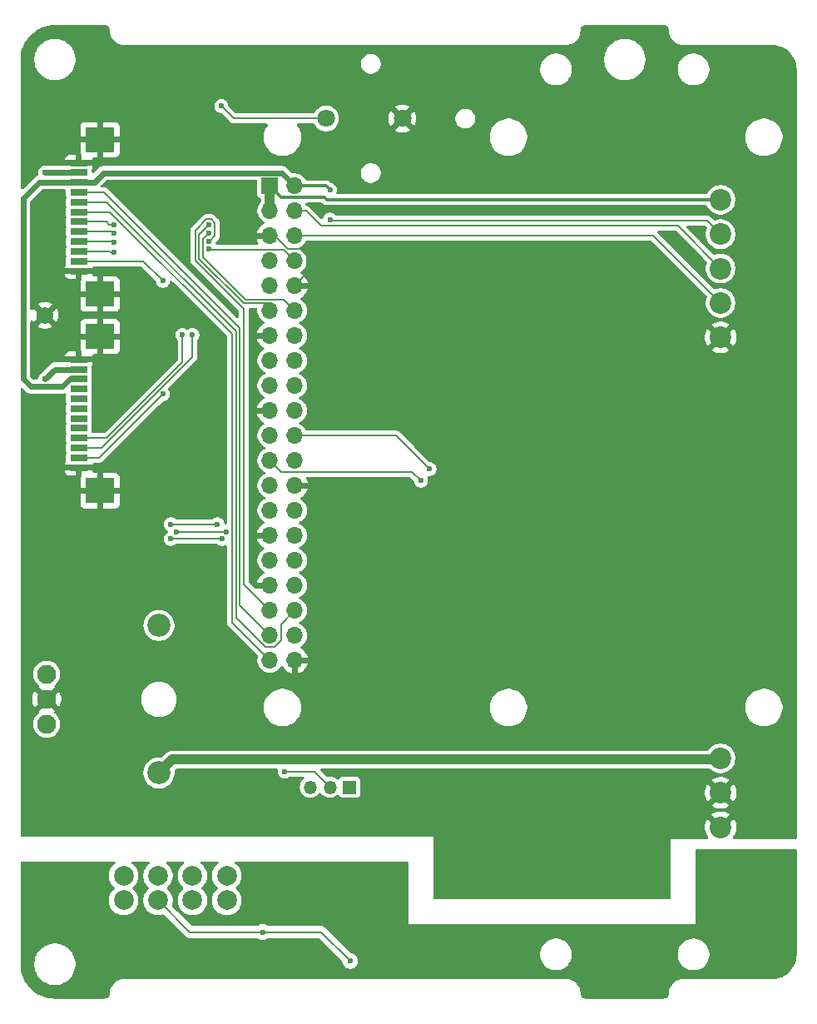
<source format=gbr>
%TF.GenerationSoftware,KiCad,Pcbnew,9.0.0*%
%TF.CreationDate,2025-03-09T08:07:50+03:00*%
%TF.ProjectId,PM_CPU-RP,504d5f43-5055-42d5-9250-2e6b69636164,rev?*%
%TF.SameCoordinates,Original*%
%TF.FileFunction,Copper,L2,Bot*%
%TF.FilePolarity,Positive*%
%FSLAX46Y46*%
G04 Gerber Fmt 4.6, Leading zero omitted, Abs format (unit mm)*
G04 Created by KiCad (PCBNEW 9.0.0) date 2025-03-09 08:07:50*
%MOMM*%
%LPD*%
G01*
G04 APERTURE LIST*
%TA.AperFunction,ComponentPad*%
%ADD10O,6.350000X6.350000*%
%TD*%
%TA.AperFunction,ComponentPad*%
%ADD11C,2.200000*%
%TD*%
%TA.AperFunction,ComponentPad*%
%ADD12C,1.800000*%
%TD*%
%TA.AperFunction,ComponentPad*%
%ADD13O,1.700000X1.700000*%
%TD*%
%TA.AperFunction,ComponentPad*%
%ADD14R,1.700000X1.700000*%
%TD*%
%TA.AperFunction,ComponentPad*%
%ADD15R,1.350000X1.350000*%
%TD*%
%TA.AperFunction,ComponentPad*%
%ADD16O,1.350000X1.350000*%
%TD*%
%TA.AperFunction,ComponentPad*%
%ADD17C,1.950000*%
%TD*%
%TA.AperFunction,ComponentPad*%
%ADD18C,1.725000*%
%TD*%
%TA.AperFunction,ComponentPad*%
%ADD19C,2.000000*%
%TD*%
%TA.AperFunction,ComponentPad*%
%ADD20C,2.350000*%
%TD*%
%TA.AperFunction,SMDPad,CuDef*%
%ADD21R,1.803400X0.635000*%
%TD*%
%TA.AperFunction,SMDPad,CuDef*%
%ADD22R,2.997200X2.590800*%
%TD*%
%TA.AperFunction,ViaPad*%
%ADD23C,0.600000*%
%TD*%
%TA.AperFunction,Conductor*%
%ADD24C,0.200000*%
%TD*%
%TA.AperFunction,Conductor*%
%ADD25C,0.600000*%
%TD*%
%TA.AperFunction,Conductor*%
%ADD26C,0.300000*%
%TD*%
%TA.AperFunction,Conductor*%
%ADD27C,1.000000*%
%TD*%
G04 APERTURE END LIST*
D10*
%TO.P,PE1,1*%
%TO.N,PE*%
X22000000Y-46000000D03*
%TD*%
D11*
%TO.P,J2,1,Pin_1*%
%TO.N,GND_CPU*%
X31750000Y17750000D03*
%TO.P,J2,2,Pin_2*%
%TO.N,/SCL*%
X31750000Y21250000D03*
%TO.P,J2,3,Pin_3*%
%TO.N,/SDA*%
X31750000Y24750000D03*
%TO.P,J2,4,Pin_4*%
%TO.N,+3.3V_CPU*%
X31750000Y28250000D03*
%TO.P,J2,5,Pin_5*%
%TO.N,+5V*%
X31750000Y31750000D03*
%TD*%
D12*
%TO.P,J1,1,1*%
%TO.N,/Vbat*%
X-8385000Y40005000D03*
%TO.P,J1,2,2*%
%TO.N,GND_CPU*%
X-635000Y40005000D03*
%TD*%
D13*
%TO.P,D1,1,3V3*%
%TO.N,+3.3V_CPU*%
X-11590000Y33170000D03*
D14*
%TO.P,D1,2,5V*%
%TO.N,+5V*%
X-14130000Y33170000D03*
D13*
%TO.P,D1,3,GPIO2/I2C_SDA*%
%TO.N,/SDA*%
X-11590000Y30630000D03*
%TO.P,D1,4,5V*%
%TO.N,+5V*%
X-14130000Y30630000D03*
%TO.P,D1,5,GPIO3/I2C_SCL*%
%TO.N,/SCL*%
X-11590000Y28090000D03*
%TO.P,D1,6,GND*%
%TO.N,GND_CPU*%
X-14130000Y28090000D03*
%TO.P,D1,7,GPIO4/GPCLK0*%
%TO.N,/SPI1_CS3*%
X-11590000Y25550000D03*
%TO.P,D1,8,GPIO14/UART_TX*%
%TO.N,/UART_TX*%
X-14130000Y25550000D03*
%TO.P,D1,9,GND*%
%TO.N,GND_CPU*%
X-11590000Y23010000D03*
%TO.P,D1,10,GPIO15/UART_RX*%
%TO.N,/UART_RX*%
X-14130000Y23010000D03*
%TO.P,D1,11,GPIO17*%
%TO.N,/SPI1_CS1*%
X-11590000Y20470000D03*
%TO.P,D1,12,GPIO18/PCM_CLK*%
%TO.N,/SPI1_CS0*%
X-14130000Y20470000D03*
%TO.P,D1,13,GPIO27*%
%TO.N,unconnected-(D1-GPIO27-Pad13)*%
X-11590000Y17930000D03*
%TO.P,D1,14,GND*%
%TO.N,GND_CPU*%
X-14130000Y17930000D03*
%TO.P,D1,15,GPIO22*%
%TO.N,unconnected-(D1-GPIO22-Pad15)*%
X-11590000Y15390000D03*
%TO.P,D1,16,GPIO23*%
%TO.N,/UART_RTS*%
X-14130000Y15390000D03*
%TO.P,D1,17,3V3*%
%TO.N,+3.3V_CPU*%
X-11590000Y12850000D03*
%TO.P,D1,18,GPIO24*%
%TO.N,unconnected-(D1-GPIO24-Pad18)*%
X-14130000Y12850000D03*
%TO.P,D1,19,GPIO10/SPI_MOSI*%
%TO.N,/SPI0_MOSI*%
X-11590000Y10310000D03*
%TO.P,D1,20,GND*%
%TO.N,GND_CPU*%
X-14130000Y10310000D03*
%TO.P,D1,21,GPIO9/SPI_MISO*%
%TO.N,/SPI0_MISO*%
X-11590000Y7770000D03*
%TO.P,D1,22,GPIO25*%
%TO.N,unconnected-(D1-GPIO25-Pad22)*%
X-14130000Y7770000D03*
%TO.P,D1,23,GPIO11/SPI_SCLK*%
%TO.N,/SPI0_SCK*%
X-11590000Y5230000D03*
%TO.P,D1,24,GPIO8/SPI_CE0*%
%TO.N,/SPI0_CS0*%
X-14130000Y5230000D03*
%TO.P,D1,25,GND*%
%TO.N,GND_CPU*%
X-11590000Y2690000D03*
%TO.P,D1,26,GPIO7/SPI_CE1*%
%TO.N,unconnected-(D1-GPIO7{slash}SPI_CE1-Pad26)*%
X-14130000Y2690000D03*
%TO.P,D1,27,GPIO0/EEPROM_SDA*%
%TO.N,unconnected-(D1-GPIO0{slash}EEPROM_SDA-Pad27)*%
X-11590000Y150000D03*
%TO.P,D1,28,GPIO0/EEPROM_SCL*%
%TO.N,unconnected-(D1-GPIO0{slash}EEPROM_SCL-Pad28)*%
X-14130000Y150000D03*
%TO.P,D1,29,GPIO5*%
%TO.N,unconnected-(D1-GPIO5-Pad29)*%
X-11590000Y-2390000D03*
%TO.P,D1,30,GND*%
%TO.N,GND_CPU*%
X-14130000Y-2390000D03*
%TO.P,D1,31,GPIO6*%
%TO.N,unconnected-(D1-GPIO6-Pad31)*%
X-11590000Y-4930000D03*
%TO.P,D1,32,GPIO12/PWM0*%
%TO.N,/LED_0*%
X-14130000Y-4930000D03*
%TO.P,D1,33,GPIO13/PWM1*%
%TO.N,/LED_1*%
X-11590000Y-7470000D03*
%TO.P,D1,34,GND*%
%TO.N,GND_CPU*%
X-14130000Y-7470000D03*
%TO.P,D1,35,GPIO19/PCM_FS*%
%TO.N,/SPI1_MISO*%
X-11590000Y-10010000D03*
%TO.P,D1,36,GPIO16*%
%TO.N,/SPI1_CS2*%
X-14130000Y-10010000D03*
%TO.P,D1,37,GPIO26*%
%TO.N,/LED_2*%
X-11590000Y-12550000D03*
%TO.P,D1,38,GPIO20/PCM_DIN*%
%TO.N,/SPI1_MOSI*%
X-14130000Y-12550000D03*
%TO.P,D1,39,GND*%
%TO.N,GND_CPU*%
X-11590000Y-15090000D03*
%TO.P,D1,40,GPIO20/PCM_DOUT*%
%TO.N,/SPI1_SCK*%
X-14130000Y-15090000D03*
%TD*%
D15*
%TO.P,J11,1,Pin_1*%
%TO.N,/UART_RX*%
X-6000000Y-28000000D03*
D16*
%TO.P,J11,2,Pin_2*%
%TO.N,/UART_RTS*%
X-8000000Y-28000000D03*
%TO.P,J11,3,Pin_3*%
%TO.N,/UART_TX*%
X-10000000Y-28000000D03*
%TD*%
D17*
%TO.P,J4,1,VIN*%
%TO.N,+24V_fuse*%
X-36830000Y-21590000D03*
%TO.P,J4,2,GND*%
%TO.N,GND_CPU*%
X-36830000Y-19050000D03*
%TO.P,J4,3,+VO*%
%TO.N,+5V*%
X-36830000Y-16510000D03*
%TD*%
D18*
%TO.P,U2,1*%
%TO.N,GND_CPU*%
X-37000000Y20000000D03*
%TD*%
D19*
%TO.P,J3,1,Pin_1*%
%TO.N,+24V_ISO*%
X-29000000Y-37000000D03*
%TO.P,J3,2,Pin_3*%
%TO.N,GND_BUS*%
X-25500000Y-37000000D03*
%TO.P,J3,3,3*%
%TO.N,/A*%
X-22000000Y-37000000D03*
%TO.P,J3,4,4*%
%TO.N,/B*%
X-18500000Y-37000000D03*
%TO.P,J3,5,Pin_9*%
%TO.N,PE*%
X-15000000Y-37000000D03*
%TO.P,J3,6,Pin_2*%
%TO.N,+24V_ISO*%
X-29000000Y-39500000D03*
%TO.P,J3,7,Pin_4*%
%TO.N,GND_BUS*%
X-25500000Y-39500000D03*
%TO.P,J3,8,Pin_6*%
%TO.N,/A*%
X-22000000Y-39500000D03*
%TO.P,J3,9,Pin_8*%
%TO.N,/B*%
X-18500000Y-39500000D03*
%TO.P,J3,10,Pin_10*%
%TO.N,PE*%
X-15000000Y-39500000D03*
%TD*%
D20*
%TO.P,U1,1,1*%
%TO.N,+24V*%
X-25400000Y-26550000D03*
%TO.P,U1,2,2*%
%TO.N,+24V_fuse*%
X-25400000Y-11550000D03*
%TD*%
D11*
%TO.P,J12,1,Pin_1*%
%TO.N,PE*%
X31750000Y-39060000D03*
%TO.P,J12,2,Pin_2*%
X31750000Y-35560000D03*
%TO.P,J12,3,Pin_3*%
%TO.N,GND_CPU*%
X31750000Y-32060000D03*
%TO.P,J12,4,Pin_4*%
X31750000Y-28560000D03*
%TO.P,J12,5,Pin_5*%
%TO.N,+24V*%
X31750000Y-25060000D03*
%TD*%
D21*
%TO.P,J9,1,Pin_1*%
%TO.N,GND_CPU*%
X-33556000Y35499992D03*
%TO.P,J9,2,Pin_2*%
%TO.N,+5V*%
X-33556000Y34499994D03*
%TO.P,J9,3,Pin_3*%
%TO.N,+3.3V_CPU*%
X-33556000Y33499996D03*
%TO.P,J9,4,Pin_4*%
%TO.N,/SPI1_MOSI*%
X-33556000Y32499998D03*
%TO.P,J9,5,Pin_5*%
%TO.N,/SPI1_MISO*%
X-33556000Y31500000D03*
%TO.P,J9,6,Pin_6*%
%TO.N,/SPI1_SCK*%
X-33556000Y30500000D03*
%TO.P,J9,7,Pin_7*%
%TO.N,/SPI1_CS0*%
X-33556000Y29500000D03*
%TO.P,J9,8,Pin_8*%
%TO.N,/SPI1_CS1*%
X-33556000Y28500000D03*
%TO.P,J9,9,Pin_9*%
%TO.N,/SPI1_CS2*%
X-33556000Y27500002D03*
%TO.P,J9,10,Pin_10*%
%TO.N,/SPI1_CS3*%
X-33556000Y26500004D03*
%TO.P,J9,11,Pin_11*%
%TO.N,/INT*%
X-33556000Y25500006D03*
%TO.P,J9,12,Pin_11*%
%TO.N,GND_CPU*%
X-33556000Y24500008D03*
D22*
%TO.P,J9,13,Pin_11*%
X-31385999Y37850003D03*
X-31385999Y22149997D03*
%TD*%
D21*
%TO.P,J8,1,Pin_1*%
%TO.N,GND_CPU*%
X-33556000Y15499992D03*
%TO.P,J8,2,Pin_2*%
%TO.N,+5V*%
X-33556000Y14499994D03*
%TO.P,J8,3,Pin_3*%
%TO.N,+3.3V_CPU*%
X-33556000Y13499996D03*
%TO.P,J8,4,Pin_4*%
%TO.N,unconnected-(J8-Pin_4-Pad4)*%
X-33556000Y12499998D03*
%TO.P,J8,5,Pin_5*%
%TO.N,unconnected-(J8-Pin_5-Pad5)*%
X-33556000Y11500000D03*
%TO.P,J8,6,Pin_6*%
%TO.N,unconnected-(J8-Pin_6-Pad6)*%
X-33556000Y10500000D03*
%TO.P,J8,7,Pin_7*%
%TO.N,unconnected-(J8-Pin_7-Pad7)*%
X-33556000Y9500000D03*
%TO.P,J8,8,Pin_8*%
%TO.N,unconnected-(J8-Pin_8-Pad8)*%
X-33556000Y8500000D03*
%TO.P,J8,9,Pin_9*%
%TO.N,/SDA*%
X-33556000Y7500002D03*
%TO.P,J8,10,Pin_10*%
%TO.N,/SCL*%
X-33556000Y6500004D03*
%TO.P,J8,11,Pin_11*%
%TO.N,/INT*%
X-33556000Y5500006D03*
%TO.P,J8,12,Pin_11*%
%TO.N,GND_CPU*%
X-33556000Y4500008D03*
D22*
%TO.P,J8,13,Pin_11*%
X-31385999Y17850003D03*
X-31385999Y2149997D03*
%TD*%
D23*
%TO.N,/LED_1*%
X-23600000Y-2000000D03*
X-18514000Y-2000000D03*
%TO.N,/LED_2*%
X-19450000Y-1250000D03*
X-24200000Y-1250000D03*
%TO.N,/LED_0*%
X-18950000Y-2750000D03*
X-24200000Y-2750000D03*
%TO.N,+5V*%
X-36000000Y34500000D03*
X-37000000Y34500000D03*
X-35000000Y34500000D03*
X-37000000Y13500000D03*
%TO.N,/SCL*%
X-22000000Y18000000D03*
%TO.N,/SDA*%
X-23000000Y18000000D03*
%TO.N,/UART_RTS*%
X-12600000Y-26400000D03*
%TO.N,/SPI1_CS0*%
X-20320000Y29159200D03*
X-29972000Y29210000D03*
%TO.N,/SPI0_CS0*%
X1270000Y3175000D03*
%TO.N,/SPI1_CS1*%
X-29972000Y28321000D03*
X-20320000Y28346400D03*
%TO.N,/SPI1_CS2*%
X-29972000Y27432000D03*
X-20320000Y27533600D03*
%TO.N,/SPI0_MISO*%
X2134700Y4362900D03*
%TO.N,/SPI1_CS3*%
X-20320000Y26720800D03*
X-29972000Y26416000D03*
%TO.N,/Vbat*%
X-19050000Y41275000D03*
%TO.N,/INT*%
X-24986091Y11986091D03*
X-25000000Y23500000D03*
%TO.N,GND_CPU*%
X-29000000Y3000000D03*
X-34000000Y17000000D03*
X-34000000Y1000000D03*
X-21000000Y6000000D03*
X-29000000Y17000000D03*
X-33000000Y40000000D03*
X-30000000Y0D03*
X-34000000Y23000000D03*
X-34000000Y3000000D03*
X-29000000Y21000000D03*
X-29000000Y1000000D03*
X-34000000Y19000000D03*
X-29000000Y23000000D03*
X-34000000Y37000000D03*
X-30000000Y20000000D03*
X-29000000Y19000000D03*
X-33000000Y20000000D03*
X-34000000Y21000000D03*
X-33000000Y0D03*
X-34000000Y39000000D03*
%TO.N,+3.3V_CPU*%
X-8000000Y29750000D03*
X-8000000Y32750000D03*
X-36000000Y12750000D03*
X-31969666Y33530327D03*
%TO.N,GND_BUS*%
X-14851600Y-42732000D03*
X-5940400Y-45679300D03*
%TD*%
D24*
%TO.N,/LED_1*%
X-18514000Y-2000000D02*
X-23600000Y-2000000D01*
%TO.N,/LED_2*%
X-19450000Y-1250000D02*
X-19500000Y-1200000D01*
X-24200000Y-1250000D02*
X-19450000Y-1250000D01*
%TO.N,/LED_0*%
X-18950000Y-2750000D02*
X-24200000Y-2750000D01*
D25*
%TO.N,+5V*%
X-33556009Y34500000D02*
X-33556000Y34499991D01*
D26*
X-12960000Y32000000D02*
X-8581500Y32000000D01*
D25*
X-33556006Y14500000D02*
X-33556000Y14499994D01*
X-37000000Y13500000D02*
X-36000006Y14499994D01*
D26*
X-8581500Y32000000D02*
X-8331500Y31750000D01*
D25*
X-37000000Y34500000D02*
X-33556009Y34500000D01*
X-36000006Y14499994D02*
X-33556000Y14499994D01*
D26*
X-8331500Y31750000D02*
X31750000Y31750000D01*
X-14130000Y33170000D02*
X-12960000Y32000000D01*
D27*
X-14130000Y33170000D02*
X-14130000Y30630000D01*
D24*
%TO.N,/SCL*%
X24910000Y28090000D02*
X31750000Y21250000D01*
X-22000000Y18000000D02*
X-22000000Y15750000D01*
X-31249996Y6500004D02*
X-33556000Y6500004D01*
X-22000000Y15750000D02*
X-31249996Y6500004D01*
X-11590000Y28090000D02*
X24910000Y28090000D01*
%TO.N,/SDA*%
X-30744972Y7500002D02*
X-33556000Y7500002D01*
X-8920400Y29112100D02*
X27388000Y29112100D01*
X27388000Y29112100D02*
X31750000Y24750000D01*
X-10438300Y30630000D02*
X-8920400Y29112100D01*
X-23000000Y18000000D02*
X-23000000Y15244974D01*
X-23000000Y15244974D02*
X-30744972Y7500002D01*
X-11590000Y30630000D02*
X-10438300Y30630000D01*
D27*
%TO.N,+24V*%
X-24046800Y-25196800D02*
X31613200Y-25196800D01*
X31613200Y-25196800D02*
X31750000Y-25060000D01*
X-25400000Y-26550000D02*
X-24046800Y-25196800D01*
D24*
%TO.N,/UART_RTS*%
X-12600000Y-26400000D02*
X-9600000Y-26400000D01*
X-9600000Y-26400000D02*
X-8000000Y-28000000D01*
%TO.N,/SPI1_MOSI*%
X-30975998Y32499998D02*
X-33556000Y32499998D01*
X-30976000Y32500000D02*
X-30975995Y32499995D01*
X-30975995Y32499995D02*
X-30975998Y32499998D01*
X-17164000Y18688000D02*
X-30975995Y32499995D01*
X-14130000Y-12550000D02*
X-17164000Y-9516000D01*
X-17164000Y-9516000D02*
X-17164000Y18688000D01*
%TO.N,/SPI1_CS0*%
X-29972000Y29210000D02*
X-30480000Y29210000D01*
X-14130000Y21220000D02*
X-16786628Y21220000D01*
X-16786628Y21220000D02*
X-21320000Y25753372D01*
X-21320000Y28194929D02*
X-20355729Y29159200D01*
X-30480000Y29210000D02*
X-30770001Y29500001D01*
X-20355729Y29159200D02*
X-20320000Y29159200D01*
X-21320000Y25753372D02*
X-21320000Y28194929D01*
X-14130000Y20470000D02*
X-14130000Y21220000D01*
X-30770001Y29500001D02*
X-33556000Y29500000D01*
X-33556001Y29500000D02*
X-33556000Y29500001D01*
%TO.N,/SPI0_CS0*%
X1250300Y3175000D02*
X347000Y4078300D01*
X-12978300Y4078300D02*
X-14130000Y5230000D01*
X347000Y4078300D02*
X-12978300Y4078300D01*
X1270000Y3175000D02*
X1250300Y3175000D01*
%TO.N,/SPI1_MISO*%
X-11590000Y-10010000D02*
X-12980000Y-11400000D01*
X-33556003Y31500000D02*
X-33556000Y31499997D01*
X-12980000Y-13026346D02*
X-13653654Y-13700000D01*
X-12980000Y-11400000D02*
X-12980000Y-13026346D01*
X-30738000Y31500000D02*
X-30737997Y31499997D01*
X-17564000Y-10742346D02*
X-17564000Y18326000D01*
X-17564000Y18326000D02*
X-30737997Y31499997D01*
X-14606346Y-13700000D02*
X-17564000Y-10742346D01*
X-13653654Y-13700000D02*
X-14606346Y-13700000D01*
X-33556000Y31500000D02*
X-30738000Y31500000D01*
%TO.N,/SPI1_SCK*%
X-17964000Y-11256000D02*
X-17964000Y18091000D01*
X-14130000Y-15090000D02*
X-17964000Y-11256000D01*
X-17964000Y18091000D02*
X-30372999Y30499999D01*
X-33556001Y30500000D02*
X-33556000Y30499999D01*
X-33556000Y30500000D02*
X-30372999Y30499999D01*
%TO.N,/SPI1_CS1*%
X-20920000Y25919058D02*
X-20920000Y27782129D01*
X-29972000Y28321000D02*
X-30151003Y28500003D01*
X-30151006Y28500000D02*
X-33556000Y28500000D01*
X-20920000Y27782129D02*
X-20355729Y28346400D01*
X-16620942Y21620000D02*
X-20920000Y25919058D01*
X-30151003Y28500003D02*
X-30151006Y28500000D01*
X-11590000Y20470000D02*
X-12740000Y21620000D01*
X-12740000Y21620000D02*
X-16620942Y21620000D01*
X-20355729Y28346400D02*
X-20320000Y28346400D01*
%TO.N,/SPI1_CS2*%
X-20583600Y29759200D02*
X-20071471Y29759200D01*
X-29972000Y27432000D02*
X-30040002Y27500002D01*
X-30040002Y27500002D02*
X-33556000Y27500002D01*
X-21720000Y28622800D02*
X-20583600Y29759200D01*
X-21720000Y25587686D02*
X-21720000Y28622800D01*
X-20284271Y27533600D02*
X-20320000Y27533600D01*
X-30040005Y27500005D02*
X-30040010Y27500000D01*
X-16764000Y-7376000D02*
X-16764000Y20631686D01*
X-20071471Y29759200D02*
X-19710400Y29398129D01*
X-14130000Y-10010000D02*
X-16764000Y-7376000D01*
X-29972000Y27432000D02*
X-30040005Y27500005D01*
X-16764000Y20631686D02*
X-21720000Y25587686D01*
X-19710400Y29398129D02*
X-19710400Y28107471D01*
X-19710400Y28107471D02*
X-20284271Y27533600D01*
%TO.N,/SPI0_MISO*%
X-11590000Y7770000D02*
X-1272400Y7770000D01*
X-1272400Y7770000D02*
X2134700Y4362900D01*
%TO.N,/SPI1_CS3*%
X-33556007Y26500000D02*
X-33556000Y26500007D01*
X-30437018Y26500004D02*
X-33556000Y26500004D01*
X-12740000Y26700000D02*
X-20299200Y26700000D01*
X-30437014Y26500000D02*
X-30437018Y26500004D01*
X-20299200Y26700000D02*
X-20320000Y26720800D01*
X-11590000Y25550000D02*
X-12740000Y26700000D01*
X-29972000Y26416000D02*
X-30353000Y26416000D01*
%TO.N,/Vbat*%
X-17780000Y40005000D02*
X-8385000Y40005000D01*
X-19050000Y41275000D02*
X-17780000Y40005000D01*
%TO.N,/INT*%
X-25750000Y11250000D02*
X-31499994Y5500006D01*
X-24986091Y11986091D02*
X-25722182Y11250000D01*
X-33556000Y25500006D02*
X-33556006Y25500000D01*
X-27000006Y25500006D02*
X-25000000Y23500000D01*
X-25722182Y11250000D02*
X-25750000Y11250000D01*
X-31499994Y5500006D02*
X-33556000Y5500006D01*
X-33556000Y25500006D02*
X-27000006Y25500006D01*
%TO.N,GND_CPU*%
X-14130000Y28090000D02*
X-13635025Y28090000D01*
X-10340000Y26067767D02*
X-10340000Y24260000D01*
X-12295025Y26750000D02*
X-11022233Y26750000D01*
X-11022233Y26750000D02*
X-10340000Y26067767D01*
X-13635025Y28090000D02*
X-12295025Y26750000D01*
X-10340000Y24260000D02*
X-11590000Y23010000D01*
D25*
%TO.N,+3.3V_CPU*%
X-31969666Y33530327D02*
X-32000000Y33499993D01*
X-33556000Y33499993D02*
X-36999993Y33499993D01*
D26*
X-8420000Y33170000D02*
X-8000000Y32750000D01*
D25*
X-31969666Y33548684D02*
X-31048350Y34470000D01*
X-37000000Y33500000D02*
X-37601040Y33500000D01*
X-34500004Y13499996D02*
X-33556000Y13499996D01*
X-39200000Y13500000D02*
X-38450000Y12750000D01*
X-39200000Y31901040D02*
X-39200000Y13500000D01*
X-38450000Y12750000D02*
X-36000000Y12750000D01*
X-31048350Y34470000D02*
X-12890000Y34470000D01*
X-32000000Y33499993D02*
X-33556000Y33499993D01*
X-36000000Y12750000D02*
X-35250000Y12750000D01*
D24*
X31750000Y28250000D02*
X30358000Y29641900D01*
X30358000Y29641900D02*
X-8061900Y29641900D01*
D25*
X-35250000Y12750000D02*
X-34500004Y13499996D01*
X-36999993Y33499993D02*
X-37000000Y33500000D01*
X-37601040Y33500000D02*
X-39200000Y31901040D01*
X-31969666Y33530327D02*
X-31969666Y33548684D01*
D26*
X-11590000Y33170000D02*
X-8420000Y33170000D01*
D25*
X-12890000Y34470000D02*
X-11590000Y33170000D01*
D24*
%TO.N,GND_BUS*%
X-14851600Y-42732000D02*
X-22267800Y-42732000D01*
X-22267800Y-42732000D02*
X-25500000Y-39500000D01*
X-14851600Y-42732000D02*
X-8887700Y-42732000D01*
X-8887700Y-42732000D02*
X-5940400Y-45679300D01*
%TD*%
%TA.AperFunction,Conductor*%
%TO.N,PE*%
G36*
X39442539Y-34309685D02*
G01*
X39488294Y-34362489D01*
X39499500Y-34414000D01*
X39499500Y-44996249D01*
X39499274Y-45003736D01*
X39481728Y-45293794D01*
X39479923Y-45308659D01*
X39428219Y-45590798D01*
X39424635Y-45605336D01*
X39339306Y-45879167D01*
X39333997Y-45893168D01*
X39216275Y-46154736D01*
X39209316Y-46167995D01*
X39060928Y-46413459D01*
X39052422Y-46425782D01*
X38875526Y-46651573D01*
X38865596Y-46662781D01*
X38662781Y-46865596D01*
X38651573Y-46875526D01*
X38425782Y-47052422D01*
X38413459Y-47060928D01*
X38167995Y-47209316D01*
X38154736Y-47216275D01*
X37893168Y-47333997D01*
X37879167Y-47339306D01*
X37605336Y-47424635D01*
X37590798Y-47428219D01*
X37308659Y-47479923D01*
X37293794Y-47481728D01*
X37003736Y-47499274D01*
X36996249Y-47499500D01*
X27892682Y-47499500D01*
X27680235Y-47530044D01*
X27680225Y-47530047D01*
X27474284Y-47590517D01*
X27279061Y-47679672D01*
X27279048Y-47679679D01*
X27098485Y-47795720D01*
X26936275Y-47936275D01*
X26795720Y-48098485D01*
X26679679Y-48279048D01*
X26679672Y-48279061D01*
X26590517Y-48474284D01*
X26530047Y-48680225D01*
X26530044Y-48680235D01*
X26499500Y-48892682D01*
X26499500Y-48993038D01*
X26498720Y-49006922D01*
X26498720Y-49006923D01*
X26488540Y-49097264D01*
X26482362Y-49124333D01*
X26454648Y-49203537D01*
X26442600Y-49228555D01*
X26397957Y-49299604D01*
X26380644Y-49321313D01*
X26321313Y-49380644D01*
X26299604Y-49397957D01*
X26228555Y-49442600D01*
X26203537Y-49454648D01*
X26124333Y-49482362D01*
X26097264Y-49488540D01*
X26017075Y-49497576D01*
X26006921Y-49498720D01*
X25993038Y-49499500D01*
X18006962Y-49499500D01*
X17993078Y-49498720D01*
X17980553Y-49497308D01*
X17902735Y-49488540D01*
X17875666Y-49482362D01*
X17796462Y-49454648D01*
X17771444Y-49442600D01*
X17700395Y-49397957D01*
X17678686Y-49380644D01*
X17619355Y-49321313D01*
X17602042Y-49299604D01*
X17561555Y-49235170D01*
X17557398Y-49228553D01*
X17545351Y-49203537D01*
X17517637Y-49124333D01*
X17511459Y-49097263D01*
X17501280Y-49006922D01*
X17500500Y-48993038D01*
X17500500Y-48892683D01*
X17500500Y-48892682D01*
X17469954Y-48680231D01*
X17409484Y-48474290D01*
X17409483Y-48474288D01*
X17409482Y-48474284D01*
X17320327Y-48279061D01*
X17320320Y-48279048D01*
X17249102Y-48168231D01*
X17204281Y-48098487D01*
X17124227Y-48006100D01*
X17063724Y-47936275D01*
X16901514Y-47795720D01*
X16901513Y-47795719D01*
X16830754Y-47750245D01*
X16720951Y-47679679D01*
X16720938Y-47679672D01*
X16525715Y-47590517D01*
X16319774Y-47530047D01*
X16319764Y-47530044D01*
X16128754Y-47502582D01*
X16107318Y-47499500D01*
X16065892Y-47499500D01*
X-28834108Y-47499500D01*
X-28900000Y-47499500D01*
X-29007318Y-47499500D01*
X-29219765Y-47530044D01*
X-29219775Y-47530047D01*
X-29425716Y-47590517D01*
X-29620939Y-47679672D01*
X-29620952Y-47679679D01*
X-29801515Y-47795720D01*
X-29963725Y-47936275D01*
X-30104280Y-48098485D01*
X-30220321Y-48279048D01*
X-30220328Y-48279061D01*
X-30309483Y-48474284D01*
X-30369953Y-48680225D01*
X-30369956Y-48680235D01*
X-30400500Y-48892682D01*
X-30400500Y-48993038D01*
X-30401280Y-49006922D01*
X-30401280Y-49006923D01*
X-30411460Y-49097264D01*
X-30417638Y-49124333D01*
X-30445352Y-49203537D01*
X-30457400Y-49228555D01*
X-30502043Y-49299604D01*
X-30519356Y-49321313D01*
X-30578687Y-49380644D01*
X-30600396Y-49397957D01*
X-30671445Y-49442600D01*
X-30696463Y-49454648D01*
X-30775667Y-49482362D01*
X-30802736Y-49488540D01*
X-30882925Y-49497576D01*
X-30893079Y-49498720D01*
X-30906962Y-49499500D01*
X-35996949Y-49499500D01*
X-36003032Y-49499351D01*
X-36023100Y-49498365D01*
X-36336929Y-49482947D01*
X-36349038Y-49481754D01*
X-36676695Y-49433151D01*
X-36688631Y-49430777D01*
X-37009945Y-49350292D01*
X-37021589Y-49346759D01*
X-37333460Y-49235170D01*
X-37344699Y-49230515D01*
X-37644156Y-49088883D01*
X-37654879Y-49083150D01*
X-37938989Y-48912862D01*
X-37949107Y-48906102D01*
X-38215171Y-48708775D01*
X-38224577Y-48701055D01*
X-38325620Y-48609475D01*
X-38470014Y-48478604D01*
X-38478605Y-48470013D01*
X-38701056Y-48224576D01*
X-38708776Y-48215170D01*
X-38808966Y-48080080D01*
X-38906105Y-47949103D01*
X-38912863Y-47938988D01*
X-39083156Y-47654871D01*
X-39088880Y-47644163D01*
X-39230521Y-47344688D01*
X-39235171Y-47333459D01*
X-39346760Y-47021588D01*
X-39350293Y-47009944D01*
X-39359042Y-46975015D01*
X-39430781Y-46688617D01*
X-39433152Y-46676694D01*
X-39481755Y-46349037D01*
X-39482948Y-46336927D01*
X-39484709Y-46301089D01*
X-39499351Y-46003032D01*
X-39499500Y-45996948D01*
X-39499500Y-45862332D01*
X-38100500Y-45862332D01*
X-38100500Y-46137667D01*
X-38100499Y-46137684D01*
X-38064562Y-46410655D01*
X-38064561Y-46410660D01*
X-38064560Y-46410666D01*
X-38041035Y-46498462D01*
X-37993296Y-46676630D01*
X-37887925Y-46931017D01*
X-37887920Y-46931028D01*
X-37835634Y-47021588D01*
X-37750249Y-47169479D01*
X-37750247Y-47169482D01*
X-37750246Y-47169483D01*
X-37582630Y-47387926D01*
X-37582624Y-47387933D01*
X-37387934Y-47582623D01*
X-37387928Y-47582628D01*
X-37169479Y-47750249D01*
X-37057294Y-47815019D01*
X-36931029Y-47887919D01*
X-36931024Y-47887921D01*
X-36931021Y-47887923D01*
X-36676632Y-47993295D01*
X-36410666Y-48064560D01*
X-36137674Y-48100500D01*
X-36137667Y-48100500D01*
X-35862333Y-48100500D01*
X-35862326Y-48100500D01*
X-35589334Y-48064560D01*
X-35323368Y-47993295D01*
X-35068979Y-47887923D01*
X-34830521Y-47750249D01*
X-34612072Y-47582628D01*
X-34417372Y-47387928D01*
X-34249751Y-47169479D01*
X-34112077Y-46931021D01*
X-34006705Y-46676632D01*
X-33935440Y-46410666D01*
X-33899500Y-46137674D01*
X-33899500Y-45862326D01*
X-33935440Y-45589334D01*
X-34006705Y-45323368D01*
X-34112077Y-45068979D01*
X-34112079Y-45068976D01*
X-34112081Y-45068971D01*
X-34189945Y-44934108D01*
X-34249751Y-44830521D01*
X-34417372Y-44612072D01*
X-34417377Y-44612066D01*
X-34612067Y-44417376D01*
X-34612074Y-44417370D01*
X-34830517Y-44249754D01*
X-34830518Y-44249753D01*
X-34830521Y-44249751D01*
X-34925593Y-44194861D01*
X-35068972Y-44112080D01*
X-35068983Y-44112075D01*
X-35323370Y-44006704D01*
X-35456351Y-43971072D01*
X-35589334Y-43935440D01*
X-35589340Y-43935439D01*
X-35589345Y-43935438D01*
X-35862316Y-43899501D01*
X-35862321Y-43899500D01*
X-35862326Y-43899500D01*
X-36137674Y-43899500D01*
X-36137680Y-43899500D01*
X-36137685Y-43899501D01*
X-36410656Y-43935438D01*
X-36410663Y-43935439D01*
X-36410666Y-43935440D01*
X-36466875Y-43950500D01*
X-36676631Y-44006704D01*
X-36931018Y-44112075D01*
X-36931029Y-44112080D01*
X-37169484Y-44249754D01*
X-37387927Y-44417370D01*
X-37387934Y-44417376D01*
X-37582624Y-44612066D01*
X-37582630Y-44612073D01*
X-37750246Y-44830516D01*
X-37887920Y-45068971D01*
X-37887925Y-45068982D01*
X-37993296Y-45323369D01*
X-38064559Y-45589331D01*
X-38064562Y-45589344D01*
X-38100499Y-45862315D01*
X-38100500Y-45862332D01*
X-39499500Y-45862332D01*
X-39499500Y-35684000D01*
X-39479815Y-35616961D01*
X-39427011Y-35571206D01*
X-39375500Y-35560000D01*
X-29952446Y-35560000D01*
X-29885407Y-35579685D01*
X-29839652Y-35632489D01*
X-29829708Y-35701647D01*
X-29858733Y-35765203D01*
X-29879560Y-35784317D01*
X-29977510Y-35855483D01*
X-29977512Y-35855485D01*
X-29977513Y-35855485D01*
X-30144515Y-36022487D01*
X-30144515Y-36022488D01*
X-30144517Y-36022490D01*
X-30204138Y-36104550D01*
X-30283343Y-36213566D01*
X-30390567Y-36424003D01*
X-30463554Y-36648631D01*
X-30500500Y-36881902D01*
X-30500500Y-37118097D01*
X-30463554Y-37351368D01*
X-30390567Y-37575996D01*
X-30283343Y-37786433D01*
X-30144517Y-37977510D01*
X-30144515Y-37977512D01*
X-29977510Y-38144517D01*
X-29970397Y-38149685D01*
X-29927734Y-38205017D01*
X-29921758Y-38274630D01*
X-29954366Y-38336424D01*
X-29970397Y-38350315D01*
X-29977510Y-38355482D01*
X-30144515Y-38522487D01*
X-30144515Y-38522488D01*
X-30144517Y-38522490D01*
X-30204138Y-38604550D01*
X-30283343Y-38713566D01*
X-30390567Y-38924003D01*
X-30463554Y-39148631D01*
X-30500500Y-39381902D01*
X-30500500Y-39618097D01*
X-30463554Y-39851368D01*
X-30390567Y-40075996D01*
X-30283343Y-40286433D01*
X-30144517Y-40477510D01*
X-29977510Y-40644517D01*
X-29786433Y-40783343D01*
X-29687009Y-40834002D01*
X-29575997Y-40890566D01*
X-29575995Y-40890566D01*
X-29575992Y-40890568D01*
X-29483754Y-40920538D01*
X-29351369Y-40963553D01*
X-29118097Y-41000500D01*
X-29118092Y-41000500D01*
X-28881903Y-41000500D01*
X-28648632Y-40963553D01*
X-28424008Y-40890568D01*
X-28213567Y-40783343D01*
X-28022490Y-40644517D01*
X-27855483Y-40477510D01*
X-27716657Y-40286433D01*
X-27609432Y-40075992D01*
X-27536447Y-39851368D01*
X-27536446Y-39851362D01*
X-27499500Y-39618097D01*
X-27499500Y-39381902D01*
X-27536447Y-39148631D01*
X-27609434Y-38924003D01*
X-27716658Y-38713566D01*
X-27855483Y-38522490D01*
X-28022490Y-38355483D01*
X-28029599Y-38350318D01*
X-28072265Y-38294988D01*
X-28078244Y-38225375D01*
X-28045638Y-38163580D01*
X-28029599Y-38149682D01*
X-28029500Y-38149609D01*
X-28022490Y-38144517D01*
X-27855483Y-37977510D01*
X-27716657Y-37786433D01*
X-27609432Y-37575992D01*
X-27536447Y-37351368D01*
X-27499500Y-37118097D01*
X-27499500Y-36881902D01*
X-27536447Y-36648631D01*
X-27609434Y-36424003D01*
X-27716658Y-36213566D01*
X-27855483Y-36022490D01*
X-28022490Y-35855483D01*
X-28120441Y-35784317D01*
X-28163105Y-35728988D01*
X-28169084Y-35659374D01*
X-28136478Y-35597579D01*
X-28075639Y-35563222D01*
X-28047554Y-35560000D01*
X-26452446Y-35560000D01*
X-26385407Y-35579685D01*
X-26339652Y-35632489D01*
X-26329708Y-35701647D01*
X-26358733Y-35765203D01*
X-26379560Y-35784317D01*
X-26477510Y-35855483D01*
X-26477512Y-35855485D01*
X-26477513Y-35855485D01*
X-26644515Y-36022487D01*
X-26644515Y-36022488D01*
X-26644517Y-36022490D01*
X-26704138Y-36104550D01*
X-26783343Y-36213566D01*
X-26890567Y-36424003D01*
X-26963554Y-36648631D01*
X-27000500Y-36881902D01*
X-27000500Y-37118097D01*
X-26963554Y-37351368D01*
X-26890567Y-37575996D01*
X-26783343Y-37786433D01*
X-26644517Y-37977510D01*
X-26644515Y-37977512D01*
X-26477510Y-38144517D01*
X-26470397Y-38149685D01*
X-26427734Y-38205017D01*
X-26421758Y-38274630D01*
X-26454366Y-38336424D01*
X-26470397Y-38350315D01*
X-26477510Y-38355482D01*
X-26644515Y-38522487D01*
X-26644515Y-38522488D01*
X-26644517Y-38522490D01*
X-26704138Y-38604550D01*
X-26783343Y-38713566D01*
X-26890567Y-38924003D01*
X-26963554Y-39148631D01*
X-27000500Y-39381902D01*
X-27000500Y-39618097D01*
X-26963554Y-39851368D01*
X-26890567Y-40075996D01*
X-26783343Y-40286433D01*
X-26644517Y-40477510D01*
X-26477510Y-40644517D01*
X-26286433Y-40783343D01*
X-26187009Y-40834002D01*
X-26075997Y-40890566D01*
X-26075995Y-40890566D01*
X-26075992Y-40890568D01*
X-25983754Y-40920538D01*
X-25851369Y-40963553D01*
X-25618097Y-41000500D01*
X-25618092Y-41000500D01*
X-25381903Y-41000500D01*
X-25275874Y-40983705D01*
X-25148632Y-40963553D01*
X-25022387Y-40922532D01*
X-24952549Y-40920538D01*
X-24896394Y-40952779D01*
X-22702367Y-43146669D01*
X-22636516Y-43212520D01*
X-22636507Y-43212525D01*
X-22636501Y-43212531D01*
X-22595952Y-43235940D01*
X-22574345Y-43248414D01*
X-22574343Y-43248414D01*
X-22501386Y-43290536D01*
X-22501384Y-43290538D01*
X-22499405Y-43291681D01*
X-22497090Y-43292247D01*
X-22412078Y-43315024D01*
X-22346857Y-43332500D01*
X-22346854Y-43332500D01*
X-22346847Y-43332500D01*
X-22346839Y-43332503D01*
X-22251970Y-43332500D01*
X-15431366Y-43332500D01*
X-15364327Y-43352185D01*
X-15362475Y-43353398D01*
X-15230786Y-43441390D01*
X-15230773Y-43441397D01*
X-15085102Y-43501735D01*
X-15085097Y-43501737D01*
X-14930447Y-43532499D01*
X-14930444Y-43532500D01*
X-14930442Y-43532500D01*
X-14772756Y-43532500D01*
X-14772755Y-43532499D01*
X-14618103Y-43501737D01*
X-14472421Y-43441394D01*
X-14409722Y-43399500D01*
X-14340725Y-43353398D01*
X-14274047Y-43332520D01*
X-14271834Y-43332500D01*
X-9187797Y-43332500D01*
X-9120758Y-43352185D01*
X-9100116Y-43368819D01*
X-6774975Y-45693960D01*
X-6741490Y-45755283D01*
X-6741039Y-45757449D01*
X-6710139Y-45912791D01*
X-6710136Y-45912801D01*
X-6649798Y-46058472D01*
X-6649791Y-46058485D01*
X-6562190Y-46189588D01*
X-6562187Y-46189592D01*
X-6450693Y-46301086D01*
X-6450689Y-46301089D01*
X-6319586Y-46388690D01*
X-6319573Y-46388697D01*
X-6173902Y-46449035D01*
X-6173897Y-46449037D01*
X-6019247Y-46479799D01*
X-6019244Y-46479800D01*
X-6019242Y-46479800D01*
X-5861556Y-46479800D01*
X-5861555Y-46479799D01*
X-5706903Y-46449037D01*
X-5561221Y-46388694D01*
X-5430111Y-46301089D01*
X-5318611Y-46189589D01*
X-5231006Y-46058479D01*
X-5170663Y-45912797D01*
X-5139900Y-45758142D01*
X-5139900Y-45600458D01*
X-5139900Y-45600455D01*
X-5139901Y-45600453D01*
X-5170662Y-45445810D01*
X-5170663Y-45445803D01*
X-5221376Y-45323369D01*
X-5231003Y-45300127D01*
X-5231010Y-45300114D01*
X-5318611Y-45169011D01*
X-5318614Y-45169007D01*
X-5430108Y-45057513D01*
X-5430112Y-45057510D01*
X-5557685Y-44972268D01*
X-5561215Y-44969909D01*
X-5561228Y-44969902D01*
X-5706899Y-44909564D01*
X-5706909Y-44909561D01*
X-5862249Y-44878662D01*
X-5871089Y-44874038D01*
X13399500Y-44874038D01*
X13399500Y-45125961D01*
X13438910Y-45374785D01*
X13516760Y-45614383D01*
X13631132Y-45838848D01*
X13779201Y-46042649D01*
X13779205Y-46042654D01*
X13957345Y-46220794D01*
X13957350Y-46220798D01*
X14067858Y-46301086D01*
X14161155Y-46368870D01*
X14304184Y-46441747D01*
X14385616Y-46483239D01*
X14385618Y-46483239D01*
X14385621Y-46483241D01*
X14625215Y-46561090D01*
X14874038Y-46600500D01*
X14874039Y-46600500D01*
X15125961Y-46600500D01*
X15125962Y-46600500D01*
X15374785Y-46561090D01*
X15614379Y-46483241D01*
X15838845Y-46368870D01*
X16042656Y-46220793D01*
X16220793Y-46042656D01*
X16368870Y-45838845D01*
X16483241Y-45614379D01*
X16561090Y-45374785D01*
X16600500Y-45125962D01*
X16600500Y-44874038D01*
X27399500Y-44874038D01*
X27399500Y-45125961D01*
X27438910Y-45374785D01*
X27516760Y-45614383D01*
X27631132Y-45838848D01*
X27779201Y-46042649D01*
X27779205Y-46042654D01*
X27957345Y-46220794D01*
X27957350Y-46220798D01*
X28067858Y-46301086D01*
X28161155Y-46368870D01*
X28304184Y-46441747D01*
X28385616Y-46483239D01*
X28385618Y-46483239D01*
X28385621Y-46483241D01*
X28625215Y-46561090D01*
X28874038Y-46600500D01*
X28874039Y-46600500D01*
X29125961Y-46600500D01*
X29125962Y-46600500D01*
X29374785Y-46561090D01*
X29614379Y-46483241D01*
X29838845Y-46368870D01*
X30042656Y-46220793D01*
X30220793Y-46042656D01*
X30368870Y-45838845D01*
X30483241Y-45614379D01*
X30561090Y-45374785D01*
X30600500Y-45125962D01*
X30600500Y-44874038D01*
X30561090Y-44625215D01*
X30483241Y-44385621D01*
X30483239Y-44385618D01*
X30483239Y-44385616D01*
X30414013Y-44249754D01*
X30368870Y-44161155D01*
X30256656Y-44006705D01*
X30220798Y-43957350D01*
X30220794Y-43957345D01*
X30042654Y-43779205D01*
X30042649Y-43779201D01*
X29838848Y-43631132D01*
X29838847Y-43631131D01*
X29838845Y-43631130D01*
X29768747Y-43595413D01*
X29614383Y-43516760D01*
X29374785Y-43438910D01*
X29125962Y-43399500D01*
X28874038Y-43399500D01*
X28749626Y-43419205D01*
X28625214Y-43438910D01*
X28385616Y-43516760D01*
X28161151Y-43631132D01*
X27957350Y-43779201D01*
X27957345Y-43779205D01*
X27779205Y-43957345D01*
X27779201Y-43957350D01*
X27631132Y-44161151D01*
X27516760Y-44385616D01*
X27438910Y-44625214D01*
X27399500Y-44874038D01*
X16600500Y-44874038D01*
X16561090Y-44625215D01*
X16483241Y-44385621D01*
X16483239Y-44385618D01*
X16483239Y-44385616D01*
X16414013Y-44249754D01*
X16368870Y-44161155D01*
X16256656Y-44006705D01*
X16220798Y-43957350D01*
X16220794Y-43957345D01*
X16042654Y-43779205D01*
X16042649Y-43779201D01*
X15838848Y-43631132D01*
X15838847Y-43631131D01*
X15838845Y-43631130D01*
X15768747Y-43595413D01*
X15614383Y-43516760D01*
X15374785Y-43438910D01*
X15125962Y-43399500D01*
X14874038Y-43399500D01*
X14749626Y-43419205D01*
X14625214Y-43438910D01*
X14385616Y-43516760D01*
X14161151Y-43631132D01*
X13957350Y-43779201D01*
X13957345Y-43779205D01*
X13779205Y-43957345D01*
X13779201Y-43957350D01*
X13631132Y-44161151D01*
X13516760Y-44385616D01*
X13438910Y-44625214D01*
X13399500Y-44874038D01*
X-5871089Y-44874038D01*
X-5924159Y-44846277D01*
X-5925738Y-44844726D01*
X-8400110Y-42370355D01*
X-8400112Y-42370352D01*
X-8518983Y-42251481D01*
X-8518984Y-42251480D01*
X-8605796Y-42201360D01*
X-8605796Y-42201359D01*
X-8605800Y-42201358D01*
X-8655915Y-42172423D01*
X-8808643Y-42131499D01*
X-8966757Y-42131499D01*
X-8974353Y-42131499D01*
X-8974369Y-42131500D01*
X-14271834Y-42131500D01*
X-14338873Y-42111815D01*
X-14340725Y-42110602D01*
X-14472415Y-42022609D01*
X-14472428Y-42022602D01*
X-14618099Y-41962264D01*
X-14618111Y-41962261D01*
X-14772755Y-41931500D01*
X-14772758Y-41931500D01*
X-14930442Y-41931500D01*
X-14930445Y-41931500D01*
X-15085090Y-41962261D01*
X-15085102Y-41962264D01*
X-15230773Y-42022602D01*
X-15230786Y-42022609D01*
X-15362475Y-42110602D01*
X-15429153Y-42131480D01*
X-15431366Y-42131500D01*
X-21967714Y-42131500D01*
X-22034753Y-42111815D01*
X-22055393Y-42095184D01*
X-23506153Y-40644514D01*
X-24047185Y-40103516D01*
X-24080670Y-40042195D01*
X-24077437Y-39977517D01*
X-24036447Y-39851368D01*
X-24016295Y-39724126D01*
X-23999500Y-39618097D01*
X-23999500Y-39381902D01*
X-24036447Y-39148631D01*
X-24109434Y-38924003D01*
X-24216658Y-38713566D01*
X-24355483Y-38522490D01*
X-24522490Y-38355483D01*
X-24529599Y-38350318D01*
X-24572265Y-38294988D01*
X-24578244Y-38225375D01*
X-24545638Y-38163580D01*
X-24529599Y-38149682D01*
X-24529500Y-38149609D01*
X-24522490Y-38144517D01*
X-24355483Y-37977510D01*
X-24216657Y-37786433D01*
X-24109432Y-37575992D01*
X-24036447Y-37351368D01*
X-23999500Y-37118097D01*
X-23999500Y-36881902D01*
X-24036447Y-36648631D01*
X-24109434Y-36424003D01*
X-24216658Y-36213566D01*
X-24355483Y-36022490D01*
X-24522490Y-35855483D01*
X-24620441Y-35784317D01*
X-24663105Y-35728988D01*
X-24669084Y-35659374D01*
X-24636478Y-35597579D01*
X-24575639Y-35563222D01*
X-24547554Y-35560000D01*
X-22952446Y-35560000D01*
X-22885407Y-35579685D01*
X-22839652Y-35632489D01*
X-22829708Y-35701647D01*
X-22858733Y-35765203D01*
X-22879560Y-35784317D01*
X-22977510Y-35855483D01*
X-22977512Y-35855485D01*
X-22977513Y-35855485D01*
X-23144515Y-36022487D01*
X-23144515Y-36022488D01*
X-23144517Y-36022490D01*
X-23204138Y-36104550D01*
X-23283343Y-36213566D01*
X-23390567Y-36424003D01*
X-23463554Y-36648631D01*
X-23500500Y-36881902D01*
X-23500500Y-37118097D01*
X-23463554Y-37351368D01*
X-23390567Y-37575996D01*
X-23283343Y-37786433D01*
X-23144517Y-37977510D01*
X-23144515Y-37977512D01*
X-22977510Y-38144517D01*
X-22970397Y-38149685D01*
X-22927734Y-38205017D01*
X-22921758Y-38274630D01*
X-22954366Y-38336424D01*
X-22970397Y-38350315D01*
X-22977510Y-38355482D01*
X-23144515Y-38522487D01*
X-23144515Y-38522488D01*
X-23144517Y-38522490D01*
X-23204138Y-38604550D01*
X-23283343Y-38713566D01*
X-23390567Y-38924003D01*
X-23463554Y-39148631D01*
X-23500500Y-39381902D01*
X-23500500Y-39618097D01*
X-23463554Y-39851368D01*
X-23390567Y-40075996D01*
X-23283343Y-40286433D01*
X-23144517Y-40477510D01*
X-22977510Y-40644517D01*
X-22786433Y-40783343D01*
X-22687009Y-40834002D01*
X-22575997Y-40890566D01*
X-22575995Y-40890566D01*
X-22575992Y-40890568D01*
X-22483754Y-40920538D01*
X-22351369Y-40963553D01*
X-22118097Y-41000500D01*
X-22118092Y-41000500D01*
X-21881903Y-41000500D01*
X-21648632Y-40963553D01*
X-21424008Y-40890568D01*
X-21213567Y-40783343D01*
X-21022490Y-40644517D01*
X-20855483Y-40477510D01*
X-20716657Y-40286433D01*
X-20609432Y-40075992D01*
X-20536447Y-39851368D01*
X-20536446Y-39851362D01*
X-20499500Y-39618097D01*
X-20499500Y-39381902D01*
X-20536447Y-39148631D01*
X-20609434Y-38924003D01*
X-20716658Y-38713566D01*
X-20855483Y-38522490D01*
X-21022490Y-38355483D01*
X-21029599Y-38350318D01*
X-21072265Y-38294988D01*
X-21078244Y-38225375D01*
X-21045638Y-38163580D01*
X-21029599Y-38149682D01*
X-21029500Y-38149609D01*
X-21022490Y-38144517D01*
X-20855483Y-37977510D01*
X-20716657Y-37786433D01*
X-20609432Y-37575992D01*
X-20536447Y-37351368D01*
X-20499500Y-37118097D01*
X-20499500Y-36881902D01*
X-20536447Y-36648631D01*
X-20609434Y-36424003D01*
X-20716658Y-36213566D01*
X-20855483Y-36022490D01*
X-21022490Y-35855483D01*
X-21120441Y-35784317D01*
X-21163105Y-35728988D01*
X-21169084Y-35659374D01*
X-21136478Y-35597579D01*
X-21075639Y-35563222D01*
X-21047554Y-35560000D01*
X-19452446Y-35560000D01*
X-19385407Y-35579685D01*
X-19339652Y-35632489D01*
X-19329708Y-35701647D01*
X-19358733Y-35765203D01*
X-19379560Y-35784317D01*
X-19477510Y-35855483D01*
X-19477512Y-35855485D01*
X-19477513Y-35855485D01*
X-19644515Y-36022487D01*
X-19644515Y-36022488D01*
X-19644517Y-36022490D01*
X-19704138Y-36104550D01*
X-19783343Y-36213566D01*
X-19890567Y-36424003D01*
X-19963554Y-36648631D01*
X-20000500Y-36881902D01*
X-20000500Y-37118097D01*
X-19963554Y-37351368D01*
X-19890567Y-37575996D01*
X-19783343Y-37786433D01*
X-19644517Y-37977510D01*
X-19644515Y-37977512D01*
X-19477510Y-38144517D01*
X-19470397Y-38149685D01*
X-19427734Y-38205017D01*
X-19421758Y-38274630D01*
X-19454366Y-38336424D01*
X-19470397Y-38350315D01*
X-19477510Y-38355482D01*
X-19644515Y-38522487D01*
X-19644515Y-38522488D01*
X-19644517Y-38522490D01*
X-19704138Y-38604550D01*
X-19783343Y-38713566D01*
X-19890567Y-38924003D01*
X-19963554Y-39148631D01*
X-20000500Y-39381902D01*
X-20000500Y-39618097D01*
X-19963554Y-39851368D01*
X-19890567Y-40075996D01*
X-19783343Y-40286433D01*
X-19644517Y-40477510D01*
X-19477510Y-40644517D01*
X-19286433Y-40783343D01*
X-19187009Y-40834002D01*
X-19075997Y-40890566D01*
X-19075995Y-40890566D01*
X-19075992Y-40890568D01*
X-18983754Y-40920538D01*
X-18851369Y-40963553D01*
X-18618097Y-41000500D01*
X-18618092Y-41000500D01*
X-18381903Y-41000500D01*
X-18148632Y-40963553D01*
X-17924008Y-40890568D01*
X-17713567Y-40783343D01*
X-17522490Y-40644517D01*
X-17355483Y-40477510D01*
X-17216657Y-40286433D01*
X-17109432Y-40075992D01*
X-17036447Y-39851368D01*
X-17036446Y-39851362D01*
X-16999500Y-39618097D01*
X-16999500Y-39381902D01*
X-17036447Y-39148631D01*
X-17109434Y-38924003D01*
X-17216658Y-38713566D01*
X-17355483Y-38522490D01*
X-17522490Y-38355483D01*
X-17529599Y-38350318D01*
X-17572265Y-38294988D01*
X-17578244Y-38225375D01*
X-17545638Y-38163580D01*
X-17529599Y-38149682D01*
X-17529500Y-38149609D01*
X-17522490Y-38144517D01*
X-17355483Y-37977510D01*
X-17216657Y-37786433D01*
X-17109432Y-37575992D01*
X-17036447Y-37351368D01*
X-16999500Y-37118097D01*
X-16999500Y-36881902D01*
X-17036447Y-36648631D01*
X-17109434Y-36424003D01*
X-17216658Y-36213566D01*
X-17355483Y-36022490D01*
X-17522490Y-35855483D01*
X-17620441Y-35784317D01*
X-17663105Y-35728988D01*
X-17669084Y-35659374D01*
X-17636478Y-35597579D01*
X-17575639Y-35563222D01*
X-17547554Y-35560000D01*
X-124000Y-35560000D01*
X-56961Y-35579685D01*
X-11206Y-35632489D01*
X0Y-35684000D01*
X0Y-41910000D01*
X29210000Y-41910000D01*
X29210000Y-34414000D01*
X29229685Y-34346961D01*
X29282489Y-34301206D01*
X29334000Y-34290000D01*
X39375500Y-34290000D01*
X39442539Y-34309685D01*
G37*
%TD.AperFunction*%
%TD*%
%TA.AperFunction,Conductor*%
%TO.N,GND_CPU*%
G36*
X-30891685Y49498564D02*
G01*
X-30805535Y49488856D01*
X-30773007Y49481432D01*
X-30699122Y49455579D01*
X-30669061Y49441102D01*
X-30602783Y49399457D01*
X-30576696Y49378654D01*
X-30521347Y49323305D01*
X-30500544Y49297218D01*
X-30458899Y49230940D01*
X-30444422Y49200879D01*
X-30418569Y49126994D01*
X-30411145Y49094468D01*
X-30401437Y49008318D01*
X-30400500Y48991633D01*
X-30400500Y48892685D01*
X-30400499Y48892670D01*
X-30369955Y48680234D01*
X-30369954Y48680227D01*
X-30309484Y48474290D01*
X-30309484Y48474288D01*
X-30220326Y48279060D01*
X-30220319Y48279047D01*
X-30104283Y48098490D01*
X-30104275Y48098479D01*
X-29963726Y47936278D01*
X-29963723Y47936275D01*
X-29801522Y47795726D01*
X-29801517Y47795722D01*
X-29801513Y47795719D01*
X-29620950Y47679679D01*
X-29425710Y47590516D01*
X-29329219Y47562184D01*
X-29219774Y47530047D01*
X-29219771Y47530047D01*
X-29219769Y47530046D01*
X-29007318Y47499500D01*
X-29007315Y47499500D01*
X16107315Y47499500D01*
X16107318Y47499500D01*
X16319769Y47530046D01*
X16319771Y47530047D01*
X16319773Y47530047D01*
X16350371Y47539032D01*
X16525710Y47590516D01*
X16720950Y47679679D01*
X16901513Y47795719D01*
X17063724Y47936276D01*
X17204281Y48098487D01*
X17320321Y48279050D01*
X17409484Y48474290D01*
X17469954Y48680231D01*
X17500500Y48892682D01*
X17500500Y48991633D01*
X17501437Y49008316D01*
X17505389Y49043391D01*
X17511144Y49094468D01*
X17518568Y49126994D01*
X17544421Y49200879D01*
X17558898Y49230940D01*
X17600543Y49297218D01*
X17621342Y49323301D01*
X17676699Y49378658D01*
X17702782Y49399457D01*
X17769060Y49441102D01*
X17799118Y49455578D01*
X17873008Y49481433D01*
X17905532Y49488856D01*
X17991684Y49498564D01*
X18008367Y49499500D01*
X18065892Y49499500D01*
X25934108Y49499500D01*
X25991633Y49499500D01*
X26008315Y49498564D01*
X26094465Y49488856D01*
X26126993Y49481432D01*
X26200878Y49455579D01*
X26230939Y49441102D01*
X26297217Y49399457D01*
X26323304Y49378654D01*
X26378653Y49323305D01*
X26399456Y49297218D01*
X26441101Y49230940D01*
X26455578Y49200879D01*
X26481431Y49126994D01*
X26488855Y49094468D01*
X26498563Y49008318D01*
X26499500Y48991633D01*
X26499500Y48892685D01*
X26499501Y48892670D01*
X26530045Y48680234D01*
X26530046Y48680227D01*
X26590516Y48474290D01*
X26590516Y48474288D01*
X26679674Y48279060D01*
X26679681Y48279047D01*
X26795717Y48098490D01*
X26795725Y48098479D01*
X26936274Y47936278D01*
X26936277Y47936275D01*
X27098478Y47795726D01*
X27098483Y47795722D01*
X27098487Y47795719D01*
X27279050Y47679679D01*
X27474290Y47590516D01*
X27570781Y47562184D01*
X27680226Y47530047D01*
X27680229Y47530047D01*
X27680231Y47530046D01*
X27892682Y47499500D01*
X27934108Y47499500D01*
X36934108Y47499500D01*
X36995501Y47499500D01*
X37004496Y47499229D01*
X37292298Y47481820D01*
X37310134Y47479654D01*
X37589307Y47428494D01*
X37606772Y47424189D01*
X37877730Y47339755D01*
X37894546Y47333378D01*
X38153362Y47216894D01*
X38169291Y47208533D01*
X38233894Y47169479D01*
X38412163Y47061712D01*
X38426971Y47051491D01*
X38650377Y46876464D01*
X38663845Y46864533D01*
X38864532Y46663846D01*
X38876463Y46650378D01*
X39051490Y46426972D01*
X39061711Y46412164D01*
X39208531Y46169294D01*
X39216893Y46153363D01*
X39333375Y45894551D01*
X39339755Y45877727D01*
X39424187Y45606775D01*
X39428493Y45589305D01*
X39479651Y45310148D01*
X39481820Y45292286D01*
X39499228Y45004497D01*
X39499500Y44995501D01*
X39499500Y-33125000D01*
X39479538Y-33199500D01*
X39425000Y-33254038D01*
X39350500Y-33274000D01*
X33138115Y-33274000D01*
X33063615Y-33254038D01*
X33009077Y-33199500D01*
X32989115Y-33125000D01*
X33009077Y-33050500D01*
X33017572Y-33037420D01*
X33118441Y-32898585D01*
X33118441Y-32898584D01*
X33232778Y-32674189D01*
X33310601Y-32434673D01*
X33310602Y-32434673D01*
X33350000Y-32185918D01*
X33350000Y-31934081D01*
X33310602Y-31685326D01*
X33232778Y-31445810D01*
X33118441Y-31221415D01*
X33118436Y-31221406D01*
X33074008Y-31160256D01*
X33074006Y-31160256D01*
X32410019Y-31824242D01*
X32370332Y-31728426D01*
X32293726Y-31613776D01*
X32196224Y-31516274D01*
X32081574Y-31439668D01*
X31985755Y-31399978D01*
X32649742Y-30735992D01*
X32649742Y-30735991D01*
X32588584Y-30691558D01*
X32364189Y-30577221D01*
X32124673Y-30499398D01*
X32124673Y-30499397D01*
X31875918Y-30460000D01*
X31624082Y-30460000D01*
X31375326Y-30499397D01*
X31375326Y-30499398D01*
X31135810Y-30577221D01*
X30911416Y-30691557D01*
X30850256Y-30735991D01*
X31514243Y-31399979D01*
X31418426Y-31439668D01*
X31303776Y-31516274D01*
X31206274Y-31613776D01*
X31129668Y-31728426D01*
X31089979Y-31824244D01*
X30425991Y-31160256D01*
X30381557Y-31221416D01*
X30267221Y-31445810D01*
X30189398Y-31685326D01*
X30189397Y-31685326D01*
X30150000Y-31934081D01*
X30150000Y-32185918D01*
X30189397Y-32434673D01*
X30267221Y-32674189D01*
X30381558Y-32898584D01*
X30381558Y-32898585D01*
X30482428Y-33037420D01*
X30510069Y-33109425D01*
X30498003Y-33185604D01*
X30449465Y-33245543D01*
X30377460Y-33273184D01*
X30361885Y-33274000D01*
X26670000Y-33274000D01*
X26670000Y-39221000D01*
X26650038Y-39295500D01*
X26595500Y-39350038D01*
X26521000Y-39370000D01*
X2689000Y-39370000D01*
X2614500Y-39350038D01*
X2559962Y-39295500D01*
X2540000Y-39221000D01*
X2540000Y-33020000D01*
X-39350500Y-33020000D01*
X-39425000Y-33000038D01*
X-39479538Y-32945500D01*
X-39499500Y-32871000D01*
X-39499500Y-26426005D01*
X-26975500Y-26426005D01*
X-26975500Y-26673995D01*
X-26966343Y-26731809D01*
X-26936707Y-26918930D01*
X-26886458Y-27073579D01*
X-26860073Y-27154782D01*
X-26860070Y-27154787D01*
X-26860068Y-27154793D01*
X-26747491Y-27375738D01*
X-26747487Y-27375746D01*
X-26696850Y-27445441D01*
X-26601724Y-27576370D01*
X-26426370Y-27751724D01*
X-26426367Y-27751726D01*
X-26225747Y-27897486D01*
X-26225745Y-27897487D01*
X-26225742Y-27897489D01*
X-26004782Y-28010073D01*
X-25768931Y-28086706D01*
X-25523995Y-28125500D01*
X-25523991Y-28125500D01*
X-25276009Y-28125500D01*
X-25276005Y-28125500D01*
X-25031069Y-28086706D01*
X-24795218Y-28010073D01*
X-24574258Y-27897489D01*
X-24373630Y-27751724D01*
X-24198276Y-27576370D01*
X-24052511Y-27375742D01*
X-23939927Y-27154782D01*
X-23863294Y-26918931D01*
X-23824500Y-26673995D01*
X-23824500Y-26426005D01*
X-23836963Y-26347321D01*
X-23833721Y-26316469D01*
X-23833720Y-26285448D01*
X-23829736Y-26278545D01*
X-23828902Y-26270619D01*
X-23795159Y-26218657D01*
X-23717440Y-26140940D01*
X-23650644Y-26102377D01*
X-23612082Y-26097300D01*
X-13435570Y-26097300D01*
X-13361070Y-26117262D01*
X-13306532Y-26171800D01*
X-13286570Y-26246300D01*
X-13289433Y-26275368D01*
X-13300500Y-26331006D01*
X-13300500Y-26468993D01*
X-13273581Y-26604325D01*
X-13273580Y-26604329D01*
X-13220776Y-26731809D01*
X-13220773Y-26731815D01*
X-13144117Y-26846538D01*
X-13144114Y-26846542D01*
X-13046542Y-26944114D01*
X-13046539Y-26944116D01*
X-12931816Y-27020772D01*
X-12931814Y-27020773D01*
X-12931811Y-27020775D01*
X-12804328Y-27073580D01*
X-12668993Y-27100500D01*
X-12531007Y-27100500D01*
X-12395672Y-27073580D01*
X-12268189Y-27020775D01*
X-12153458Y-26944114D01*
X-12153451Y-26944106D01*
X-12147796Y-26939467D01*
X-12147023Y-26940409D01*
X-12086690Y-26905577D01*
X-12048126Y-26900500D01*
X-10774994Y-26900500D01*
X-10700494Y-26920462D01*
X-10645956Y-26975000D01*
X-10625994Y-27049500D01*
X-10645956Y-27124000D01*
X-10687413Y-27170043D01*
X-10700638Y-27179650D01*
X-10820345Y-27299357D01*
X-10820347Y-27299360D01*
X-10919849Y-27436312D01*
X-10919849Y-27436313D01*
X-10996705Y-27587148D01*
X-11040327Y-27721406D01*
X-11049018Y-27748153D01*
X-11075500Y-27915356D01*
X-11075500Y-28084644D01*
X-11052727Y-28228426D01*
X-11049018Y-28251846D01*
X-10996705Y-28412851D01*
X-10944821Y-28514676D01*
X-10921728Y-28560000D01*
X-10919849Y-28563686D01*
X-10919849Y-28563687D01*
X-10879456Y-28619283D01*
X-10820346Y-28700641D01*
X-10700641Y-28820346D01*
X-10563685Y-28919850D01*
X-10465669Y-28969791D01*
X-10412852Y-28996704D01*
X-10412850Y-28996704D01*
X-10412849Y-28996705D01*
X-10251847Y-29049018D01*
X-10084644Y-29075500D01*
X-10084639Y-29075500D01*
X-9915361Y-29075500D01*
X-9915356Y-29075500D01*
X-9748153Y-29049018D01*
X-9587151Y-28996705D01*
X-9436315Y-28919850D01*
X-9299359Y-28820346D01*
X-9179654Y-28700641D01*
X-9120544Y-28619283D01*
X-9060604Y-28570744D01*
X-8984426Y-28558678D01*
X-8912421Y-28586318D01*
X-8879456Y-28619283D01*
X-8820352Y-28700634D01*
X-8820347Y-28700640D01*
X-8820346Y-28700641D01*
X-8700641Y-28820346D01*
X-8563685Y-28919850D01*
X-8465669Y-28969791D01*
X-8412852Y-28996704D01*
X-8412850Y-28996704D01*
X-8412849Y-28996705D01*
X-8251847Y-29049018D01*
X-8084644Y-29075500D01*
X-8084639Y-29075500D01*
X-7915361Y-29075500D01*
X-7915356Y-29075500D01*
X-7748153Y-29049018D01*
X-7587151Y-28996705D01*
X-7436315Y-28919850D01*
X-7299359Y-28820346D01*
X-7279471Y-28800457D01*
X-7212679Y-28761894D01*
X-7135551Y-28761892D01*
X-7068755Y-28800455D01*
X-7041353Y-28838170D01*
X-7003051Y-28913341D01*
X-7003050Y-28913342D01*
X-6913342Y-29003050D01*
X-6800304Y-29060646D01*
X-6706519Y-29075500D01*
X-5293482Y-29075499D01*
X-5199696Y-29060646D01*
X-5086658Y-29003050D01*
X-4996950Y-28913342D01*
X-4939354Y-28800304D01*
X-4924500Y-28706519D01*
X-4924500Y-28434081D01*
X30150000Y-28434081D01*
X30150000Y-28685918D01*
X30189397Y-28934673D01*
X30267221Y-29174189D01*
X30381558Y-29398584D01*
X30425992Y-29459742D01*
X31089978Y-28795755D01*
X31129668Y-28891574D01*
X31206274Y-29006224D01*
X31303776Y-29103726D01*
X31418426Y-29180332D01*
X31514243Y-29220020D01*
X30850256Y-29884006D01*
X30850256Y-29884008D01*
X30911406Y-29928436D01*
X30911415Y-29928441D01*
X31135810Y-30042778D01*
X31375326Y-30120601D01*
X31375326Y-30120602D01*
X31624082Y-30160000D01*
X31875918Y-30160000D01*
X32124673Y-30120602D01*
X32124673Y-30120601D01*
X32364189Y-30042778D01*
X32588584Y-29928442D01*
X32588584Y-29928441D01*
X32649742Y-29884007D01*
X32649743Y-29884007D01*
X31985756Y-29220020D01*
X32081574Y-29180332D01*
X32196224Y-29103726D01*
X32293726Y-29006224D01*
X32370332Y-28891574D01*
X32410020Y-28795756D01*
X33074007Y-29459743D01*
X33074007Y-29459742D01*
X33118441Y-29398584D01*
X33118442Y-29398584D01*
X33232778Y-29174189D01*
X33310601Y-28934673D01*
X33310602Y-28934673D01*
X33350000Y-28685918D01*
X33350000Y-28434081D01*
X33310602Y-28185326D01*
X33232778Y-27945810D01*
X33118441Y-27721415D01*
X33118436Y-27721406D01*
X33074008Y-27660256D01*
X33074006Y-27660256D01*
X32410020Y-28324242D01*
X32370332Y-28228426D01*
X32293726Y-28113776D01*
X32196224Y-28016274D01*
X32081574Y-27939668D01*
X31985755Y-27899978D01*
X32649742Y-27235992D01*
X32649742Y-27235991D01*
X32588584Y-27191558D01*
X32364189Y-27077221D01*
X32124673Y-26999398D01*
X32124673Y-26999397D01*
X31875918Y-26960000D01*
X31624082Y-26960000D01*
X31375326Y-26999397D01*
X31375326Y-26999398D01*
X31135810Y-27077221D01*
X30911416Y-27191557D01*
X30850256Y-27235991D01*
X31514243Y-27899979D01*
X31418426Y-27939668D01*
X31303776Y-28016274D01*
X31206274Y-28113776D01*
X31129668Y-28228426D01*
X31089979Y-28324243D01*
X30425991Y-27660256D01*
X30381557Y-27721416D01*
X30267221Y-27945810D01*
X30189398Y-28185326D01*
X30189397Y-28185326D01*
X30150000Y-28434081D01*
X-4924500Y-28434081D01*
X-4924501Y-27945810D01*
X-4924501Y-27293481D01*
X-4926854Y-27278628D01*
X-4939354Y-27199696D01*
X-4996950Y-27086658D01*
X-5086658Y-26996950D01*
X-5133868Y-26972895D01*
X-5199695Y-26939354D01*
X-5215327Y-26936878D01*
X-5293481Y-26924500D01*
X-5293486Y-26924500D01*
X-6706519Y-26924500D01*
X-6800305Y-26939354D01*
X-6800307Y-26939355D01*
X-6913343Y-26996950D01*
X-7003050Y-27086657D01*
X-7003051Y-27086659D01*
X-7041353Y-27161829D01*
X-7092962Y-27219146D01*
X-7166316Y-27242979D01*
X-7241758Y-27226942D01*
X-7279471Y-27199542D01*
X-7299358Y-27179655D01*
X-7299359Y-27179654D01*
X-7436315Y-27080150D01*
X-7496469Y-27049500D01*
X-7587149Y-27003295D01*
X-7747104Y-26951323D01*
X-7748153Y-26950982D01*
X-7915356Y-26924500D01*
X-8084644Y-26924500D01*
X-8169514Y-26937941D01*
X-8254004Y-26951323D01*
X-8330709Y-26943260D01*
X-8382670Y-26909516D01*
X-8940527Y-26351659D01*
X-8979091Y-26284864D01*
X-8979091Y-26207736D01*
X-8940527Y-26140941D01*
X-8873732Y-26102377D01*
X-8835168Y-26097300D01*
X30603555Y-26097300D01*
X30678055Y-26117262D01*
X30708913Y-26140940D01*
X30772490Y-26204517D01*
X30963567Y-26343343D01*
X31174008Y-26450568D01*
X31398632Y-26523553D01*
X31631908Y-26560500D01*
X31631913Y-26560500D01*
X31868087Y-26560500D01*
X31868092Y-26560500D01*
X32101368Y-26523553D01*
X32325992Y-26450568D01*
X32536433Y-26343343D01*
X32727510Y-26204517D01*
X32894517Y-26037510D01*
X33033343Y-25846433D01*
X33140568Y-25635992D01*
X33213553Y-25411368D01*
X33250500Y-25178092D01*
X33250500Y-24941908D01*
X33213553Y-24708632D01*
X33140568Y-24484008D01*
X33033343Y-24273567D01*
X32894517Y-24082490D01*
X32727510Y-23915483D01*
X32536433Y-23776657D01*
X32325992Y-23669432D01*
X32101368Y-23596447D01*
X31868092Y-23559500D01*
X31631908Y-23559500D01*
X31398632Y-23596447D01*
X31174008Y-23669432D01*
X31174002Y-23669434D01*
X31174002Y-23669435D01*
X30963565Y-23776658D01*
X30772499Y-23915476D01*
X30772488Y-23915485D01*
X30605480Y-24082493D01*
X30494764Y-24234881D01*
X30434824Y-24283419D01*
X30374221Y-24296300D01*
X-24135492Y-24296300D01*
X-24309465Y-24330904D01*
X-24309474Y-24330907D01*
X-24425347Y-24378902D01*
X-24425346Y-24378903D01*
X-24473347Y-24398786D01*
X-24473349Y-24398787D01*
X-24547091Y-24448060D01*
X-24547091Y-24448061D01*
X-24620836Y-24497336D01*
X-24620839Y-24497339D01*
X-24620840Y-24497339D01*
X-25068657Y-24945155D01*
X-25135452Y-24983719D01*
X-25197323Y-24986961D01*
X-25276005Y-24974500D01*
X-25523995Y-24974500D01*
X-25618987Y-24989545D01*
X-25768931Y-25013293D01*
X-26004776Y-25089925D01*
X-26004782Y-25089927D01*
X-26004785Y-25089928D01*
X-26004794Y-25089932D01*
X-26225739Y-25202509D01*
X-26225747Y-25202513D01*
X-26426367Y-25348273D01*
X-26601727Y-25523633D01*
X-26747487Y-25724253D01*
X-26747491Y-25724261D01*
X-26860068Y-25945206D01*
X-26860075Y-25945224D01*
X-26936707Y-26181069D01*
X-26953238Y-26285448D01*
X-26975500Y-26426005D01*
X-39499500Y-26426005D01*
X-39499500Y-18933919D01*
X-38305000Y-18933919D01*
X-38305000Y-19166080D01*
X-38268681Y-19395396D01*
X-38196938Y-19616197D01*
X-38196934Y-19616209D01*
X-38091534Y-19823066D01*
X-38064517Y-19860251D01*
X-37451754Y-19247487D01*
X-37406022Y-19357890D01*
X-37334888Y-19464351D01*
X-37244351Y-19554888D01*
X-37137890Y-19626022D01*
X-37027489Y-19671752D01*
X-37640253Y-20284516D01*
X-37638816Y-20302779D01*
X-37624150Y-20320890D01*
X-37612084Y-20397069D01*
X-37639724Y-20469074D01*
X-37672687Y-20502037D01*
X-37726074Y-20540825D01*
X-37726080Y-20540830D01*
X-37879170Y-20693920D01*
X-37879179Y-20693931D01*
X-38006432Y-20869079D01*
X-38104724Y-21061985D01*
X-38104728Y-21061997D01*
X-38171629Y-21267896D01*
X-38171630Y-21267903D01*
X-38205500Y-21481746D01*
X-38205500Y-21698254D01*
X-38171630Y-21912097D01*
X-38171629Y-21912103D01*
X-38104728Y-22118002D01*
X-38104724Y-22118014D01*
X-38052872Y-22219778D01*
X-38006433Y-22310919D01*
X-37879172Y-22486078D01*
X-37726078Y-22639172D01*
X-37550919Y-22766433D01*
X-37358009Y-22864726D01*
X-37152103Y-22931628D01*
X-37152097Y-22931630D01*
X-36938254Y-22965500D01*
X-36938249Y-22965500D01*
X-36721751Y-22965500D01*
X-36721746Y-22965500D01*
X-36507903Y-22931630D01*
X-36301991Y-22864726D01*
X-36109081Y-22766433D01*
X-35933922Y-22639172D01*
X-35780828Y-22486078D01*
X-35653567Y-22310919D01*
X-35555274Y-22118009D01*
X-35488370Y-21912097D01*
X-35454500Y-21698254D01*
X-35454500Y-21481746D01*
X-35488370Y-21267903D01*
X-35555274Y-21061991D01*
X-35653567Y-20869081D01*
X-35780828Y-20693922D01*
X-35933922Y-20540828D01*
X-35987316Y-20502034D01*
X-36035853Y-20442096D01*
X-36047918Y-20365917D01*
X-36020543Y-20294602D01*
X-36019749Y-20284516D01*
X-36632512Y-19671752D01*
X-36522110Y-19626022D01*
X-36415649Y-19554888D01*
X-36325112Y-19464351D01*
X-36253978Y-19357890D01*
X-36208248Y-19247487D01*
X-35595485Y-19860250D01*
X-35568467Y-19823065D01*
X-35463067Y-19616209D01*
X-35463063Y-19616197D01*
X-35391320Y-19395396D01*
X-35355000Y-19166080D01*
X-35355000Y-18933925D01*
X-35355001Y-18933913D01*
X-35355307Y-18931983D01*
X-27200500Y-18931983D01*
X-27200500Y-19168016D01*
X-27169695Y-19402006D01*
X-27169694Y-19402012D01*
X-27169693Y-19402014D01*
X-27112303Y-19616197D01*
X-27108605Y-19629996D01*
X-27018281Y-19848056D01*
X-26916372Y-20024565D01*
X-26900273Y-20052450D01*
X-26756592Y-20239699D01*
X-26589699Y-20406592D01*
X-26402450Y-20550273D01*
X-26324421Y-20595323D01*
X-26198057Y-20668280D01*
X-26198054Y-20668281D01*
X-26198049Y-20668284D01*
X-25979993Y-20758606D01*
X-25752014Y-20819693D01*
X-25752008Y-20819693D01*
X-25752007Y-20819694D01*
X-25688397Y-20828068D01*
X-25518011Y-20850500D01*
X-25281989Y-20850500D01*
X-25047986Y-20819693D01*
X-24820007Y-20758606D01*
X-24601951Y-20668284D01*
X-24397550Y-20550273D01*
X-24210301Y-20406592D01*
X-24043408Y-20239699D01*
X-23899727Y-20052450D01*
X-23781716Y-19848049D01*
X-23751636Y-19775429D01*
X-14740500Y-19775429D01*
X-14740500Y-20024570D01*
X-14707984Y-20271557D01*
X-14707983Y-20271563D01*
X-14707982Y-20271565D01*
X-14643502Y-20512207D01*
X-14568496Y-20693288D01*
X-14548162Y-20742377D01*
X-14465121Y-20886209D01*
X-14423599Y-20958127D01*
X-14271938Y-21155776D01*
X-14095776Y-21331938D01*
X-13898127Y-21483599D01*
X-13682373Y-21608164D01*
X-13452207Y-21703502D01*
X-13211565Y-21767982D01*
X-13211559Y-21767982D01*
X-13211558Y-21767983D01*
X-13144414Y-21776822D01*
X-12964565Y-21800500D01*
X-12715435Y-21800500D01*
X-12468435Y-21767982D01*
X-12227793Y-21703502D01*
X-11997627Y-21608164D01*
X-11781873Y-21483599D01*
X-11584224Y-21331938D01*
X-11408062Y-21155776D01*
X-11256401Y-20958127D01*
X-11131836Y-20742373D01*
X-11036498Y-20512207D01*
X-10972018Y-20271565D01*
X-10939500Y-20024565D01*
X-10939500Y-19775435D01*
X-10939501Y-19775429D01*
X8259500Y-19775429D01*
X8259500Y-20024570D01*
X8292016Y-20271557D01*
X8292017Y-20271563D01*
X8292018Y-20271565D01*
X8356498Y-20512207D01*
X8431504Y-20693288D01*
X8451838Y-20742377D01*
X8534879Y-20886209D01*
X8576401Y-20958127D01*
X8728062Y-21155776D01*
X8904224Y-21331938D01*
X9101873Y-21483599D01*
X9317627Y-21608164D01*
X9547793Y-21703502D01*
X9788435Y-21767982D01*
X9788441Y-21767982D01*
X9788442Y-21767983D01*
X9855586Y-21776822D01*
X10035435Y-21800500D01*
X10284565Y-21800500D01*
X10531565Y-21767982D01*
X10772207Y-21703502D01*
X11002373Y-21608164D01*
X11218127Y-21483599D01*
X11415776Y-21331938D01*
X11591938Y-21155776D01*
X11743599Y-20958127D01*
X11868164Y-20742373D01*
X11963502Y-20512207D01*
X12027982Y-20271565D01*
X12060500Y-20024565D01*
X12060500Y-19775435D01*
X12060499Y-19775429D01*
X34259500Y-19775429D01*
X34259500Y-20024570D01*
X34292016Y-20271557D01*
X34292017Y-20271563D01*
X34292018Y-20271565D01*
X34356498Y-20512207D01*
X34431504Y-20693288D01*
X34451838Y-20742377D01*
X34534879Y-20886209D01*
X34576401Y-20958127D01*
X34728062Y-21155776D01*
X34904224Y-21331938D01*
X35101873Y-21483599D01*
X35317627Y-21608164D01*
X35547793Y-21703502D01*
X35788435Y-21767982D01*
X35788441Y-21767982D01*
X35788442Y-21767983D01*
X35855586Y-21776822D01*
X36035435Y-21800500D01*
X36284565Y-21800500D01*
X36531565Y-21767982D01*
X36772207Y-21703502D01*
X37002373Y-21608164D01*
X37218127Y-21483599D01*
X37415776Y-21331938D01*
X37591938Y-21155776D01*
X37743599Y-20958127D01*
X37868164Y-20742373D01*
X37963502Y-20512207D01*
X38027982Y-20271565D01*
X38060500Y-20024565D01*
X38060500Y-19775435D01*
X38027982Y-19528435D01*
X37963502Y-19287793D01*
X37868164Y-19057627D01*
X37743599Y-18841873D01*
X37591938Y-18644224D01*
X37415776Y-18468062D01*
X37218127Y-18316401D01*
X37085358Y-18239747D01*
X37002377Y-18191838D01*
X37002375Y-18191837D01*
X37002373Y-18191836D01*
X36867548Y-18135989D01*
X36772210Y-18096499D01*
X36772208Y-18096498D01*
X36772207Y-18096498D01*
X36531565Y-18032018D01*
X36531563Y-18032017D01*
X36531557Y-18032016D01*
X36284570Y-17999500D01*
X36284565Y-17999500D01*
X36035435Y-17999500D01*
X36035429Y-17999500D01*
X35788442Y-18032016D01*
X35547789Y-18096499D01*
X35317622Y-18191838D01*
X35101874Y-18316400D01*
X34904222Y-18468063D01*
X34728063Y-18644222D01*
X34576400Y-18841874D01*
X34451838Y-19057622D01*
X34356499Y-19287789D01*
X34292016Y-19528442D01*
X34259500Y-19775429D01*
X12060499Y-19775429D01*
X12027982Y-19528435D01*
X11963502Y-19287793D01*
X11868164Y-19057627D01*
X11743599Y-18841873D01*
X11591938Y-18644224D01*
X11415776Y-18468062D01*
X11218127Y-18316401D01*
X11085358Y-18239747D01*
X11002377Y-18191838D01*
X11002375Y-18191837D01*
X11002373Y-18191836D01*
X10867548Y-18135989D01*
X10772210Y-18096499D01*
X10772208Y-18096498D01*
X10772207Y-18096498D01*
X10531565Y-18032018D01*
X10531563Y-18032017D01*
X10531557Y-18032016D01*
X10284570Y-17999500D01*
X10284565Y-17999500D01*
X10035435Y-17999500D01*
X10035429Y-17999500D01*
X9788442Y-18032016D01*
X9547789Y-18096499D01*
X9317622Y-18191838D01*
X9101874Y-18316400D01*
X8904222Y-18468063D01*
X8728063Y-18644222D01*
X8576400Y-18841874D01*
X8451838Y-19057622D01*
X8356499Y-19287789D01*
X8292016Y-19528442D01*
X8259500Y-19775429D01*
X-10939501Y-19775429D01*
X-10972018Y-19528435D01*
X-11036498Y-19287793D01*
X-11131836Y-19057627D01*
X-11256401Y-18841873D01*
X-11408062Y-18644224D01*
X-11584224Y-18468062D01*
X-11781873Y-18316401D01*
X-11914642Y-18239747D01*
X-11997623Y-18191838D01*
X-11997625Y-18191837D01*
X-11997627Y-18191836D01*
X-12132452Y-18135989D01*
X-12227790Y-18096499D01*
X-12227792Y-18096498D01*
X-12227793Y-18096498D01*
X-12468435Y-18032018D01*
X-12468437Y-18032017D01*
X-12468443Y-18032016D01*
X-12715430Y-17999500D01*
X-12715435Y-17999500D01*
X-12964565Y-17999500D01*
X-12964571Y-17999500D01*
X-13211558Y-18032016D01*
X-13452211Y-18096499D01*
X-13682378Y-18191838D01*
X-13898126Y-18316400D01*
X-14095778Y-18468063D01*
X-14271937Y-18644222D01*
X-14423600Y-18841874D01*
X-14548162Y-19057622D01*
X-14643501Y-19287789D01*
X-14707984Y-19528442D01*
X-14740500Y-19775429D01*
X-23751636Y-19775429D01*
X-23691394Y-19629993D01*
X-23630307Y-19402014D01*
X-23599500Y-19168011D01*
X-23599500Y-18931989D01*
X-23630307Y-18697986D01*
X-23691394Y-18470007D01*
X-23781716Y-18251951D01*
X-23781719Y-18251946D01*
X-23781720Y-18251943D01*
X-23842769Y-18146205D01*
X-23899727Y-18047550D01*
X-24043408Y-17860301D01*
X-24210301Y-17693408D01*
X-24397550Y-17549727D01*
X-24423987Y-17534463D01*
X-24601944Y-17431719D01*
X-24820004Y-17341395D01*
X-24820006Y-17341394D01*
X-24820007Y-17341394D01*
X-25047986Y-17280307D01*
X-25047988Y-17280306D01*
X-25047994Y-17280305D01*
X-25281984Y-17249500D01*
X-25281989Y-17249500D01*
X-25518011Y-17249500D01*
X-25518017Y-17249500D01*
X-25752007Y-17280305D01*
X-25979997Y-17341395D01*
X-26198057Y-17431719D01*
X-26402449Y-17549726D01*
X-26402450Y-17549727D01*
X-26589699Y-17693408D01*
X-26589701Y-17693409D01*
X-26589705Y-17693413D01*
X-26756587Y-17860295D01*
X-26900274Y-18047551D01*
X-27018281Y-18251943D01*
X-27108605Y-18470003D01*
X-27169695Y-18697993D01*
X-27200500Y-18931983D01*
X-35355307Y-18931983D01*
X-35391320Y-18704603D01*
X-35463063Y-18483802D01*
X-35463067Y-18483790D01*
X-35568469Y-18276930D01*
X-35595484Y-18239747D01*
X-36208248Y-18852510D01*
X-36253978Y-18742110D01*
X-36325112Y-18635649D01*
X-36415649Y-18545112D01*
X-36522110Y-18473978D01*
X-36632513Y-18428246D01*
X-36019749Y-17815483D01*
X-36021187Y-17797217D01*
X-36035852Y-17779106D01*
X-36047916Y-17702927D01*
X-36020275Y-17630923D01*
X-35987317Y-17597965D01*
X-35933922Y-17559172D01*
X-35780828Y-17406078D01*
X-35653567Y-17230919D01*
X-35555274Y-17038009D01*
X-35488370Y-16832097D01*
X-35454500Y-16618254D01*
X-35454500Y-16401746D01*
X-35488370Y-16187903D01*
X-35555274Y-15981991D01*
X-35653567Y-15789081D01*
X-35780828Y-15613922D01*
X-35933922Y-15460828D01*
X-36109081Y-15333567D01*
X-36208338Y-15282993D01*
X-36301986Y-15235276D01*
X-36301990Y-15235274D01*
X-36301991Y-15235274D01*
X-36364848Y-15214850D01*
X-36507898Y-15168371D01*
X-36507897Y-15168371D01*
X-36507903Y-15168370D01*
X-36721746Y-15134500D01*
X-36938254Y-15134500D01*
X-37126292Y-15164282D01*
X-37152104Y-15168371D01*
X-37358003Y-15235272D01*
X-37358015Y-15235276D01*
X-37550921Y-15333568D01*
X-37726069Y-15460821D01*
X-37726080Y-15460830D01*
X-37879170Y-15613920D01*
X-37879179Y-15613931D01*
X-38006432Y-15789079D01*
X-38104724Y-15981985D01*
X-38104728Y-15981997D01*
X-38171629Y-16187896D01*
X-38171630Y-16187903D01*
X-38205500Y-16401746D01*
X-38205500Y-16618254D01*
X-38171630Y-16832097D01*
X-38171629Y-16832103D01*
X-38104728Y-17038002D01*
X-38104724Y-17038014D01*
X-38052872Y-17139778D01*
X-38006433Y-17230919D01*
X-37879172Y-17406078D01*
X-37726078Y-17559172D01*
X-37672686Y-17597963D01*
X-37624151Y-17657900D01*
X-37612085Y-17734078D01*
X-37639459Y-17805388D01*
X-37640253Y-17815483D01*
X-37027489Y-18428247D01*
X-37137890Y-18473978D01*
X-37244351Y-18545112D01*
X-37334888Y-18635649D01*
X-37406022Y-18742110D01*
X-37451753Y-18852511D01*
X-38064517Y-18239747D01*
X-38091533Y-18276932D01*
X-38196934Y-18483790D01*
X-38196938Y-18483802D01*
X-38268681Y-18704603D01*
X-38305000Y-18933919D01*
X-39499500Y-18933919D01*
X-39499500Y-11426005D01*
X-26975500Y-11426005D01*
X-26975500Y-11673995D01*
X-26965780Y-11735363D01*
X-26936707Y-11918930D01*
X-26887629Y-12069975D01*
X-26860073Y-12154782D01*
X-26860070Y-12154787D01*
X-26860068Y-12154793D01*
X-26747491Y-12375738D01*
X-26747487Y-12375746D01*
X-26601727Y-12576366D01*
X-26601724Y-12576370D01*
X-26426370Y-12751724D01*
X-26426367Y-12751726D01*
X-26225747Y-12897486D01*
X-26225745Y-12897487D01*
X-26225742Y-12897489D01*
X-26004782Y-13010073D01*
X-25768931Y-13086706D01*
X-25523995Y-13125500D01*
X-25523991Y-13125500D01*
X-25276009Y-13125500D01*
X-25276005Y-13125500D01*
X-25031069Y-13086706D01*
X-24795218Y-13010073D01*
X-24574258Y-12897489D01*
X-24373630Y-12751724D01*
X-24198276Y-12576370D01*
X-24052511Y-12375742D01*
X-23939927Y-12154782D01*
X-23863294Y-11918931D01*
X-23824500Y-11673995D01*
X-23824500Y-11426005D01*
X-23863294Y-11181069D01*
X-23939927Y-10945218D01*
X-24052511Y-10724258D01*
X-24052513Y-10724255D01*
X-24052514Y-10724253D01*
X-24198274Y-10523633D01*
X-24198276Y-10523630D01*
X-24373630Y-10348276D01*
X-24373634Y-10348273D01*
X-24574254Y-10202513D01*
X-24574262Y-10202509D01*
X-24795207Y-10089932D01*
X-24795213Y-10089930D01*
X-24795218Y-10089927D01*
X-24863393Y-10067775D01*
X-25031070Y-10013293D01*
X-25170815Y-9991160D01*
X-25276005Y-9974500D01*
X-25523995Y-9974500D01*
X-25618987Y-9989545D01*
X-25768931Y-10013293D01*
X-26004776Y-10089925D01*
X-26004782Y-10089927D01*
X-26004785Y-10089928D01*
X-26004794Y-10089932D01*
X-26225739Y-10202509D01*
X-26225747Y-10202513D01*
X-26426367Y-10348273D01*
X-26601727Y-10523633D01*
X-26747487Y-10724253D01*
X-26747491Y-10724261D01*
X-26860068Y-10945206D01*
X-26860075Y-10945224D01*
X-26936707Y-11181069D01*
X-26960945Y-11334108D01*
X-26975500Y-11426005D01*
X-39499500Y-11426005D01*
X-39499500Y806775D01*
X-33384599Y806775D01*
X-33384598Y806755D01*
X-33378198Y747220D01*
X-33327954Y612513D01*
X-33327949Y612503D01*
X-33241790Y497410D01*
X-33241787Y497407D01*
X-33126694Y411248D01*
X-33126684Y411243D01*
X-32991976Y360999D01*
X-32991978Y360999D01*
X-32932442Y354599D01*
X-32932422Y354597D01*
X-31685999Y354597D01*
X-31085999Y354597D01*
X-29839576Y354597D01*
X-29839557Y354599D01*
X-29780022Y360999D01*
X-29645315Y411243D01*
X-29645305Y411248D01*
X-29530212Y497407D01*
X-29530209Y497410D01*
X-29444050Y612503D01*
X-29444045Y612513D01*
X-29393801Y747220D01*
X-29387401Y806755D01*
X-29387399Y806775D01*
X-29387399Y1849997D01*
X-31085999Y1849997D01*
X-31085999Y354597D01*
X-31685999Y354597D01*
X-31685999Y1849997D01*
X-33384599Y1849997D01*
X-33384599Y806775D01*
X-39499500Y806775D01*
X-39499500Y3449305D01*
X-33384599Y3449305D01*
X-33384599Y2449997D01*
X-31685999Y2449997D01*
X-31085999Y2449997D01*
X-29387399Y2449997D01*
X-29387399Y3493220D01*
X-29387401Y3493240D01*
X-29393801Y3552775D01*
X-29444045Y3687482D01*
X-29444050Y3687492D01*
X-29530209Y3802585D01*
X-29530212Y3802588D01*
X-29645305Y3888747D01*
X-29645315Y3888752D01*
X-29780023Y3938996D01*
X-29780021Y3938996D01*
X-29839557Y3945396D01*
X-29839576Y3945397D01*
X-31085999Y3945397D01*
X-31085999Y2449997D01*
X-31685999Y2449997D01*
X-31685999Y3945397D01*
X-32008772Y3945397D01*
X-32083272Y3965359D01*
X-32137810Y4019897D01*
X-32157772Y4094397D01*
X-32156918Y4110324D01*
X-32154302Y4134666D01*
X-32154300Y4134686D01*
X-32154300Y4200008D01*
X-33256000Y4200008D01*
X-33256000Y3676508D01*
X-33257945Y3669251D01*
X-33256724Y3661838D01*
X-33267820Y3632399D01*
X-33275962Y3602008D01*
X-33281275Y3596696D01*
X-33283924Y3589665D01*
X-33384599Y3449305D01*
X-39499500Y3449305D01*
X-39499500Y4134686D01*
X-34957700Y4134686D01*
X-34957699Y4134666D01*
X-34951299Y4075131D01*
X-34901055Y3940424D01*
X-34901050Y3940414D01*
X-34814891Y3825321D01*
X-34814888Y3825318D01*
X-34699795Y3739159D01*
X-34699785Y3739154D01*
X-34565077Y3688910D01*
X-34565079Y3688910D01*
X-34505543Y3682510D01*
X-34505523Y3682508D01*
X-33856000Y3682508D01*
X-33856000Y4200008D01*
X-34957700Y4200008D01*
X-34957700Y4134686D01*
X-39499500Y4134686D01*
X-39499500Y12449125D01*
X-39479538Y12523625D01*
X-39425000Y12578163D01*
X-39350500Y12598125D01*
X-39276000Y12578163D01*
X-39245141Y12554484D01*
X-38896543Y12205886D01*
X-38781811Y12129225D01*
X-38654329Y12076420D01*
X-38627409Y12071066D01*
X-38518993Y12049500D01*
X-38518989Y12049500D01*
X-35181010Y12049500D01*
X-35181006Y12049500D01*
X-35045672Y12076420D01*
X-35045670Y12076422D01*
X-35038671Y12078544D01*
X-35037764Y12075552D01*
X-34976062Y12083774D01*
X-34904759Y12054370D01*
X-34857710Y11993254D01*
X-34847522Y11916802D01*
X-34848108Y11912738D01*
X-34858200Y11849019D01*
X-34858200Y11849018D01*
X-34858200Y11849015D01*
X-34858200Y11150981D01*
X-34843347Y11057198D01*
X-34839723Y11046046D01*
X-34832430Y11000001D01*
X-34832430Y10999999D01*
X-34839722Y10953957D01*
X-34843346Y10942806D01*
X-34843460Y10942086D01*
X-34858200Y10849019D01*
X-34858200Y10849018D01*
X-34858200Y10849015D01*
X-34858200Y10150981D01*
X-34843347Y10057198D01*
X-34839723Y10046046D01*
X-34832430Y10000001D01*
X-34832430Y9999999D01*
X-34839722Y9953957D01*
X-34843346Y9942806D01*
X-34843346Y9942804D01*
X-34858200Y9849019D01*
X-34858200Y9849018D01*
X-34858200Y9849015D01*
X-34858200Y9150981D01*
X-34843347Y9057198D01*
X-34839723Y9046046D01*
X-34832430Y9000001D01*
X-34832430Y8999999D01*
X-34839722Y8953957D01*
X-34843346Y8942806D01*
X-34843346Y8942804D01*
X-34858200Y8849019D01*
X-34858200Y8849018D01*
X-34858200Y8849015D01*
X-34858200Y8150981D01*
X-34843347Y8057197D01*
X-34839724Y8046049D01*
X-34835685Y7969027D01*
X-34839722Y7953960D01*
X-34843346Y7942809D01*
X-34843346Y7942806D01*
X-34858200Y7849021D01*
X-34858200Y7849018D01*
X-34858200Y7849017D01*
X-34858200Y7150983D01*
X-34843347Y7057199D01*
X-34839724Y7046051D01*
X-34835685Y6969029D01*
X-34839722Y6953962D01*
X-34843346Y6942811D01*
X-34843346Y6942808D01*
X-34858200Y6849023D01*
X-34858200Y6849020D01*
X-34858200Y6849019D01*
X-34858200Y6150985D01*
X-34843347Y6057201D01*
X-34839724Y6046053D01*
X-34835685Y5969031D01*
X-34839722Y5953964D01*
X-34843346Y5942813D01*
X-34843346Y5942810D01*
X-34858200Y5849025D01*
X-34858200Y5849022D01*
X-34858200Y5849021D01*
X-34858200Y5166436D01*
X-34878162Y5091936D01*
X-34887916Y5077149D01*
X-34901049Y5059605D01*
X-34901055Y5059594D01*
X-34951299Y4924886D01*
X-34957699Y4865351D01*
X-34957700Y4865331D01*
X-34957700Y4800008D01*
X-34614606Y4800008D01*
X-34591298Y4798174D01*
X-34583006Y4796861D01*
X-34583004Y4796860D01*
X-34489219Y4782006D01*
X-32622782Y4782007D01*
X-32622781Y4782007D01*
X-32605666Y4784718D01*
X-32528996Y4796860D01*
X-32528994Y4796862D01*
X-32520704Y4798174D01*
X-32497396Y4800008D01*
X-32154300Y4800008D01*
X-32154300Y4850506D01*
X-32134338Y4925006D01*
X-32079800Y4979544D01*
X-32005300Y4999506D01*
X-31434102Y4999506D01*
X-31306808Y5033614D01*
X-31192680Y5099506D01*
X-25494554Y10797634D01*
X-25463703Y10821307D01*
X-25414868Y10849500D01*
X-25022418Y11241950D01*
X-24955623Y11280514D01*
X-24924360Y11284630D01*
X-24924383Y11284873D01*
X-24917103Y11285591D01*
X-24917098Y11285591D01*
X-24781763Y11312511D01*
X-24654280Y11365316D01*
X-24539549Y11441977D01*
X-24441977Y11539549D01*
X-24365316Y11654280D01*
X-24312511Y11781763D01*
X-24285591Y11917098D01*
X-24285591Y12055084D01*
X-24290258Y12078544D01*
X-24294565Y12100196D01*
X-24312511Y12190419D01*
X-24365316Y12317902D01*
X-24371727Y12327496D01*
X-24441163Y12431415D01*
X-24465955Y12504450D01*
X-24450908Y12580096D01*
X-24422636Y12619551D01*
X-21599500Y15442686D01*
X-21533608Y15556814D01*
X-21499500Y15684108D01*
X-21499500Y15815893D01*
X-21499500Y17448126D01*
X-21479538Y17522626D01*
X-21460344Y17547641D01*
X-21460533Y17547796D01*
X-21455894Y17553451D01*
X-21455886Y17553458D01*
X-21379225Y17668189D01*
X-21326420Y17795672D01*
X-21299500Y17931007D01*
X-21299500Y18068993D01*
X-21302003Y18081574D01*
X-21315614Y18150003D01*
X-21326420Y18204328D01*
X-21379225Y18331811D01*
X-21455886Y18446542D01*
X-21553458Y18544114D01*
X-21553462Y18544117D01*
X-21668185Y18620773D01*
X-21668191Y18620776D01*
X-21795671Y18673580D01*
X-21795675Y18673581D01*
X-21931007Y18700500D01*
X-22068993Y18700500D01*
X-22204326Y18673581D01*
X-22204330Y18673580D01*
X-22331810Y18620776D01*
X-22331814Y18620775D01*
X-22417220Y18563707D01*
X-22490255Y18538915D01*
X-22565901Y18553962D01*
X-22582780Y18563707D01*
X-22668187Y18620775D01*
X-22668191Y18620776D01*
X-22795671Y18673580D01*
X-22795675Y18673581D01*
X-22931007Y18700500D01*
X-23068993Y18700500D01*
X-23204326Y18673581D01*
X-23204330Y18673580D01*
X-23331810Y18620776D01*
X-23331816Y18620773D01*
X-23446539Y18544117D01*
X-23446546Y18544111D01*
X-23544111Y18446546D01*
X-23544117Y18446539D01*
X-23620773Y18331816D01*
X-23620776Y18331810D01*
X-23673580Y18204330D01*
X-23673581Y18204326D01*
X-23700500Y18068994D01*
X-23700500Y17931007D01*
X-23673581Y17795675D01*
X-23673580Y17795671D01*
X-23620776Y17668191D01*
X-23620773Y17668185D01*
X-23544117Y17553462D01*
X-23539467Y17547796D01*
X-23540410Y17547023D01*
X-23505577Y17486690D01*
X-23500500Y17448126D01*
X-23500500Y15514006D01*
X-23520462Y15439506D01*
X-23544141Y15408647D01*
X-30908645Y8044143D01*
X-30975440Y8005579D01*
X-31014004Y8000502D01*
X-32104800Y8000502D01*
X-32179300Y8020464D01*
X-32233838Y8075002D01*
X-32253800Y8149502D01*
X-32253801Y8849019D01*
X-32256154Y8863872D01*
X-32268654Y8942804D01*
X-32268656Y8942808D01*
X-32272279Y8953960D01*
X-32276313Y9030983D01*
X-32272278Y9046042D01*
X-32268655Y9057194D01*
X-32268655Y9057195D01*
X-32268654Y9057196D01*
X-32253800Y9150981D01*
X-32253801Y9849018D01*
X-32268654Y9942804D01*
X-32268656Y9942808D01*
X-32272279Y9953960D01*
X-32276313Y10030983D01*
X-32272278Y10046042D01*
X-32268655Y10057194D01*
X-32268655Y10057195D01*
X-32268654Y10057196D01*
X-32253800Y10150981D01*
X-32253801Y10849018D01*
X-32268654Y10942804D01*
X-32268656Y10942808D01*
X-32272279Y10953960D01*
X-32276313Y11030983D01*
X-32272278Y11046042D01*
X-32268655Y11057194D01*
X-32268655Y11057195D01*
X-32268654Y11057196D01*
X-32253800Y11150981D01*
X-32253801Y11849018D01*
X-32268654Y11942804D01*
X-32268656Y11942807D01*
X-32268656Y11942810D01*
X-32272279Y11953963D01*
X-32276313Y12030986D01*
X-32272276Y12046048D01*
X-32268655Y12057192D01*
X-32268655Y12057193D01*
X-32268654Y12057194D01*
X-32253800Y12150979D01*
X-32253801Y12849016D01*
X-32268654Y12942802D01*
X-32268656Y12942805D01*
X-32268656Y12942808D01*
X-32272279Y12953961D01*
X-32276313Y13030984D01*
X-32272276Y13046046D01*
X-32268655Y13057190D01*
X-32268655Y13057191D01*
X-32268654Y13057192D01*
X-32253800Y13150977D01*
X-32253801Y13849014D01*
X-32268654Y13942800D01*
X-32268656Y13942803D01*
X-32268656Y13942806D01*
X-32272279Y13953959D01*
X-32276313Y14030982D01*
X-32272276Y14046044D01*
X-32268655Y14057188D01*
X-32268655Y14057189D01*
X-32268654Y14057190D01*
X-32253800Y14150975D01*
X-32253801Y14833567D01*
X-32233839Y14908066D01*
X-32224079Y14922862D01*
X-32210947Y14940404D01*
X-32160702Y15075115D01*
X-32154302Y15134650D01*
X-32154300Y15134670D01*
X-32154300Y15199992D01*
X-32497394Y15199992D01*
X-32520702Y15201826D01*
X-32528995Y15203140D01*
X-32528996Y15203140D01*
X-32622781Y15217994D01*
X-32622786Y15217994D01*
X-34489219Y15217994D01*
X-34552075Y15208039D01*
X-34583004Y15203140D01*
X-34583006Y15203140D01*
X-34588127Y15202328D01*
X-34611435Y15200494D01*
X-36069004Y15200494D01*
X-36204334Y15173575D01*
X-36204336Y15173574D01*
X-36331809Y15120774D01*
X-36331822Y15120766D01*
X-36446548Y15044109D01*
X-36446553Y15044105D01*
X-37544111Y13946547D01*
X-37544115Y13946542D01*
X-37620772Y13831816D01*
X-37620780Y13831803D01*
X-37673580Y13704330D01*
X-37673581Y13704328D01*
X-37700214Y13570431D01*
X-37711001Y13548558D01*
X-37717313Y13525000D01*
X-37727780Y13514534D01*
X-37734327Y13501257D01*
X-37754606Y13487708D01*
X-37771851Y13470462D01*
X-37786149Y13466631D01*
X-37798457Y13458407D01*
X-37846351Y13450500D01*
X-38098125Y13450500D01*
X-38172625Y13470462D01*
X-38203484Y13494141D01*
X-38455859Y13746516D01*
X-38494423Y13813311D01*
X-38499500Y13851875D01*
X-38499500Y15865315D01*
X-34957700Y15865315D01*
X-34957700Y15799992D01*
X-33856000Y15799992D01*
X-33856000Y16317492D01*
X-34505523Y16317492D01*
X-34505543Y16317491D01*
X-34565078Y16311091D01*
X-34699785Y16260847D01*
X-34699795Y16260842D01*
X-34814888Y16174683D01*
X-34814891Y16174680D01*
X-34901050Y16059587D01*
X-34901055Y16059577D01*
X-34951299Y15924870D01*
X-34957699Y15865335D01*
X-34957700Y15865315D01*
X-38499500Y15865315D01*
X-38499500Y16506763D01*
X-33384599Y16506763D01*
X-33380914Y16472493D01*
X-33370674Y16463295D01*
X-33330500Y16452530D01*
X-33275962Y16397992D01*
X-33256000Y16323492D01*
X-33256000Y15799992D01*
X-32154300Y15799992D01*
X-32154300Y15865315D01*
X-32154302Y15865335D01*
X-32156918Y15889676D01*
X-32145034Y15965883D01*
X-32096638Y16025938D01*
X-32024699Y16053749D01*
X-32008772Y16054603D01*
X-31685999Y16054603D01*
X-31085999Y16054603D01*
X-29839576Y16054603D01*
X-29839557Y16054605D01*
X-29780022Y16061005D01*
X-29645315Y16111249D01*
X-29645305Y16111254D01*
X-29530212Y16197413D01*
X-29530209Y16197416D01*
X-29444050Y16312509D01*
X-29444045Y16312519D01*
X-29393801Y16447226D01*
X-29387401Y16506761D01*
X-29387399Y16506781D01*
X-29387399Y17550003D01*
X-31085999Y17550003D01*
X-31085999Y16054603D01*
X-31685999Y16054603D01*
X-31685999Y17550003D01*
X-33384599Y17550003D01*
X-33384599Y16506763D01*
X-38499500Y16506763D01*
X-38499500Y19321142D01*
X-38479538Y19395642D01*
X-38425000Y19450180D01*
X-38350500Y19470142D01*
X-38276000Y19450180D01*
X-38221462Y19395642D01*
X-38217740Y19388786D01*
X-38165316Y19285898D01*
X-38165312Y19285891D01*
X-38153977Y19270290D01*
X-38153976Y19270290D01*
X-37559144Y19865123D01*
X-37535815Y19778058D01*
X-37460115Y19646942D01*
X-37353058Y19539885D01*
X-37221942Y19464185D01*
X-37134880Y19440857D01*
X-37729712Y18846026D01*
X-37729712Y18846025D01*
X-37714109Y18834688D01*
X-37523018Y18737323D01*
X-37523015Y18737321D01*
X-37319053Y18671050D01*
X-37107226Y18637500D01*
X-36892774Y18637500D01*
X-36680948Y18671050D01*
X-36476986Y18737321D01*
X-36476983Y18737323D01*
X-36285895Y18834687D01*
X-36285887Y18834692D01*
X-36270290Y18846025D01*
X-36270289Y18846025D01*
X-36617490Y19193226D01*
X-33384599Y19193226D01*
X-33384599Y18150003D01*
X-31685999Y18150003D01*
X-31085999Y18150003D01*
X-29387399Y18150003D01*
X-29387399Y19193226D01*
X-29387401Y19193246D01*
X-29393801Y19252781D01*
X-29444045Y19387488D01*
X-29444050Y19387498D01*
X-29530209Y19502591D01*
X-29530212Y19502594D01*
X-29645305Y19588753D01*
X-29645315Y19588758D01*
X-29780023Y19639002D01*
X-29780021Y19639002D01*
X-29839557Y19645402D01*
X-29839576Y19645403D01*
X-31085999Y19645403D01*
X-31085999Y18150003D01*
X-31685999Y18150003D01*
X-31685999Y19645403D01*
X-32932422Y19645403D01*
X-32932442Y19645402D01*
X-32991977Y19639002D01*
X-33126684Y19588758D01*
X-33126694Y19588753D01*
X-33241787Y19502594D01*
X-33241790Y19502591D01*
X-33327949Y19387498D01*
X-33327954Y19387488D01*
X-33378198Y19252781D01*
X-33384598Y19193246D01*
X-33384599Y19193226D01*
X-36617490Y19193226D01*
X-36865121Y19440857D01*
X-36778058Y19464185D01*
X-36646942Y19539885D01*
X-36539885Y19646942D01*
X-36464185Y19778058D01*
X-36440857Y19865121D01*
X-35846026Y19270290D01*
X-35835476Y19284807D01*
X-35835475Y19284809D01*
X-35834694Y19285883D01*
X-35834687Y19285895D01*
X-35737323Y19476983D01*
X-35737321Y19476986D01*
X-35671050Y19680948D01*
X-35637500Y19892774D01*
X-35637500Y20107227D01*
X-35671050Y20319053D01*
X-35737321Y20523015D01*
X-35737323Y20523018D01*
X-35834688Y20714109D01*
X-35846025Y20729712D01*
X-35846026Y20729712D01*
X-36440858Y20134881D01*
X-36464185Y20221942D01*
X-36539885Y20353058D01*
X-36646942Y20460115D01*
X-36778058Y20535815D01*
X-36865123Y20559144D01*
X-36617492Y20806775D01*
X-33384599Y20806775D01*
X-33384598Y20806755D01*
X-33378198Y20747220D01*
X-33327954Y20612513D01*
X-33327949Y20612503D01*
X-33241790Y20497410D01*
X-33241787Y20497407D01*
X-33126694Y20411248D01*
X-33126684Y20411243D01*
X-32991976Y20360999D01*
X-32991978Y20360999D01*
X-32932442Y20354599D01*
X-32932422Y20354597D01*
X-31685999Y20354597D01*
X-31085999Y20354597D01*
X-29839576Y20354597D01*
X-29839557Y20354599D01*
X-29780022Y20360999D01*
X-29645315Y20411243D01*
X-29645305Y20411248D01*
X-29530212Y20497407D01*
X-29530209Y20497410D01*
X-29444050Y20612503D01*
X-29444045Y20612513D01*
X-29393801Y20747220D01*
X-29387401Y20806755D01*
X-29387399Y20806775D01*
X-29387399Y21849997D01*
X-31085999Y21849997D01*
X-31085999Y20354597D01*
X-31685999Y20354597D01*
X-31685999Y21849997D01*
X-33384599Y21849997D01*
X-33384599Y20806775D01*
X-36617492Y20806775D01*
X-36270290Y21153976D01*
X-36270290Y21153977D01*
X-36285891Y21165312D01*
X-36285893Y21165313D01*
X-36476983Y21262678D01*
X-36476986Y21262680D01*
X-36680948Y21328951D01*
X-36892774Y21362500D01*
X-37107226Y21362500D01*
X-37319053Y21328951D01*
X-37523015Y21262680D01*
X-37523024Y21262676D01*
X-37714108Y21165314D01*
X-37729712Y21153978D01*
X-37729712Y21153976D01*
X-37134880Y20559144D01*
X-37221942Y20535815D01*
X-37353058Y20460115D01*
X-37460115Y20353058D01*
X-37535815Y20221942D01*
X-37559144Y20134880D01*
X-38153976Y20729712D01*
X-38153978Y20729712D01*
X-38165314Y20714108D01*
X-38217740Y20611215D01*
X-38269349Y20553897D01*
X-38342702Y20530063D01*
X-38418144Y20546099D01*
X-38475462Y20597708D01*
X-38499296Y20671061D01*
X-38499500Y20678859D01*
X-38499500Y23449305D01*
X-33384599Y23449305D01*
X-33384599Y22449997D01*
X-31685999Y22449997D01*
X-31085999Y22449997D01*
X-29387399Y22449997D01*
X-29387399Y23493220D01*
X-29387401Y23493240D01*
X-29393801Y23552775D01*
X-29444045Y23687482D01*
X-29444050Y23687492D01*
X-29530209Y23802585D01*
X-29530212Y23802588D01*
X-29645305Y23888747D01*
X-29645315Y23888752D01*
X-29780023Y23938996D01*
X-29780021Y23938996D01*
X-29839557Y23945396D01*
X-29839576Y23945397D01*
X-31085999Y23945397D01*
X-31085999Y22449997D01*
X-31685999Y22449997D01*
X-31685999Y23945397D01*
X-32008772Y23945397D01*
X-32083272Y23965359D01*
X-32137810Y24019897D01*
X-32157772Y24094397D01*
X-32156918Y24110324D01*
X-32154302Y24134666D01*
X-32154300Y24134686D01*
X-32154300Y24200008D01*
X-33256000Y24200008D01*
X-33256000Y23676508D01*
X-33257945Y23669251D01*
X-33256724Y23661838D01*
X-33267820Y23632399D01*
X-33275962Y23602008D01*
X-33281275Y23596696D01*
X-33283924Y23589665D01*
X-33384599Y23449305D01*
X-38499500Y23449305D01*
X-38499500Y24134686D01*
X-34957700Y24134686D01*
X-34957699Y24134666D01*
X-34951299Y24075131D01*
X-34901055Y23940424D01*
X-34901050Y23940414D01*
X-34814891Y23825321D01*
X-34814888Y23825318D01*
X-34699795Y23739159D01*
X-34699785Y23739154D01*
X-34565077Y23688910D01*
X-34565079Y23688910D01*
X-34505543Y23682510D01*
X-34505523Y23682508D01*
X-33856000Y23682508D01*
X-33856000Y24200008D01*
X-34957700Y24200008D01*
X-34957700Y24134686D01*
X-38499500Y24134686D01*
X-38499500Y31549165D01*
X-38479538Y31623665D01*
X-38455859Y31654524D01*
X-37354524Y32755859D01*
X-37337537Y32765667D01*
X-37323665Y32779538D01*
X-37304717Y32784616D01*
X-37287729Y32794423D01*
X-37249165Y32799500D01*
X-37076417Y32799500D01*
X-37076275Y32799493D01*
X-37068987Y32799493D01*
X-37068986Y32799493D01*
X-35007200Y32799493D01*
X-34932700Y32779531D01*
X-34878162Y32724993D01*
X-34858200Y32650493D01*
X-34858200Y32150979D01*
X-34843347Y32057195D01*
X-34839724Y32046047D01*
X-34835685Y31969025D01*
X-34839722Y31953958D01*
X-34843346Y31942807D01*
X-34844745Y31933971D01*
X-34858200Y31849019D01*
X-34858200Y31849016D01*
X-34858200Y31849015D01*
X-34858200Y31150981D01*
X-34843347Y31057198D01*
X-34839723Y31046046D01*
X-34832430Y31000001D01*
X-34832430Y30999999D01*
X-34839722Y30953957D01*
X-34843346Y30942806D01*
X-34843346Y30942804D01*
X-34858200Y30849019D01*
X-34858200Y30849016D01*
X-34858200Y30849015D01*
X-34858200Y30150981D01*
X-34843347Y30057198D01*
X-34839723Y30046046D01*
X-34832430Y30000001D01*
X-34832430Y29999999D01*
X-34839722Y29953957D01*
X-34843346Y29942806D01*
X-34843346Y29942804D01*
X-34858200Y29849019D01*
X-34858200Y29849016D01*
X-34858200Y29849015D01*
X-34858200Y29150981D01*
X-34843347Y29057198D01*
X-34839723Y29046046D01*
X-34832430Y29000001D01*
X-34832430Y28999999D01*
X-34839722Y28953957D01*
X-34843346Y28942806D01*
X-34848298Y28911543D01*
X-34858200Y28849019D01*
X-34858200Y28849016D01*
X-34858200Y28849015D01*
X-34858200Y28150981D01*
X-34843347Y28057197D01*
X-34839724Y28046049D01*
X-34835685Y27969027D01*
X-34839722Y27953960D01*
X-34843346Y27942809D01*
X-34843949Y27939000D01*
X-34858200Y27849021D01*
X-34858200Y27849018D01*
X-34858200Y27849017D01*
X-34858200Y27150983D01*
X-34843347Y27057199D01*
X-34839724Y27046051D01*
X-34835685Y26969029D01*
X-34839722Y26953962D01*
X-34843346Y26942811D01*
X-34843346Y26942808D01*
X-34858200Y26849023D01*
X-34858200Y26849020D01*
X-34858200Y26849019D01*
X-34858200Y26150985D01*
X-34843347Y26057201D01*
X-34839724Y26046053D01*
X-34835685Y25969031D01*
X-34839722Y25953964D01*
X-34843346Y25942813D01*
X-34843346Y25942810D01*
X-34858200Y25849025D01*
X-34858200Y25849022D01*
X-34858200Y25849021D01*
X-34858200Y25166436D01*
X-34878162Y25091936D01*
X-34887916Y25077149D01*
X-34901049Y25059605D01*
X-34901055Y25059594D01*
X-34951299Y24924886D01*
X-34957699Y24865351D01*
X-34957700Y24865331D01*
X-34957700Y24800008D01*
X-34614606Y24800008D01*
X-34591298Y24798174D01*
X-34583006Y24796861D01*
X-34583004Y24796860D01*
X-34489219Y24782006D01*
X-32622782Y24782007D01*
X-32622781Y24782007D01*
X-32605666Y24784718D01*
X-32528996Y24796860D01*
X-32528994Y24796862D01*
X-32520704Y24798174D01*
X-32497396Y24800008D01*
X-32154300Y24800008D01*
X-32154300Y24850506D01*
X-32134338Y24925006D01*
X-32079800Y24979544D01*
X-32005300Y24999506D01*
X-27269038Y24999506D01*
X-27194538Y24979544D01*
X-27163679Y24955865D01*
X-25744141Y23536327D01*
X-25705577Y23469532D01*
X-25701462Y23438269D01*
X-25701218Y23438292D01*
X-25700501Y23431012D01*
X-25673581Y23295675D01*
X-25673580Y23295671D01*
X-25620776Y23168191D01*
X-25620773Y23168185D01*
X-25580837Y23108417D01*
X-25544114Y23053458D01*
X-25446542Y22955886D01*
X-25446539Y22955884D01*
X-25331816Y22879228D01*
X-25331814Y22879227D01*
X-25331811Y22879225D01*
X-25204328Y22826420D01*
X-25068993Y22799500D01*
X-24931007Y22799500D01*
X-24795672Y22826420D01*
X-24668189Y22879225D01*
X-24553458Y22955886D01*
X-24455886Y23053458D01*
X-24379225Y23168189D01*
X-24326420Y23295672D01*
X-24306155Y23397555D01*
X-24272043Y23466728D01*
X-24207913Y23509578D01*
X-24130951Y23514623D01*
X-24061776Y23480511D01*
X-24054659Y23473845D01*
X-18508141Y17927327D01*
X-18469577Y17860532D01*
X-18464500Y17821968D01*
X-18464500Y-1100976D01*
X-18484462Y-1175476D01*
X-18539000Y-1230014D01*
X-18613500Y-1249976D01*
X-18688000Y-1230014D01*
X-18742538Y-1175476D01*
X-18759637Y-1130045D01*
X-18776420Y-1045672D01*
X-18776421Y-1045670D01*
X-18797393Y-995038D01*
X-18829225Y-918189D01*
X-18905886Y-803458D01*
X-19003458Y-705886D01*
X-19065176Y-664647D01*
X-19118185Y-629227D01*
X-19118191Y-629224D01*
X-19245671Y-576420D01*
X-19245675Y-576419D01*
X-19381007Y-549500D01*
X-19518993Y-549500D01*
X-19654326Y-576419D01*
X-19654330Y-576420D01*
X-19781810Y-629224D01*
X-19781816Y-629227D01*
X-19896539Y-705883D01*
X-19902204Y-710533D01*
X-19902978Y-709590D01*
X-19963310Y-744423D01*
X-20001874Y-749500D01*
X-23648126Y-749500D01*
X-23722626Y-729538D01*
X-23747641Y-710343D01*
X-23747796Y-710533D01*
X-23753462Y-705883D01*
X-23868185Y-629227D01*
X-23868191Y-629224D01*
X-23995671Y-576420D01*
X-23995675Y-576419D01*
X-24131007Y-549500D01*
X-24268993Y-549500D01*
X-24404326Y-576419D01*
X-24404330Y-576420D01*
X-24531810Y-629224D01*
X-24531816Y-629227D01*
X-24646539Y-705883D01*
X-24646546Y-705889D01*
X-24744111Y-803454D01*
X-24744117Y-803461D01*
X-24820773Y-918184D01*
X-24820776Y-918190D01*
X-24873580Y-1045670D01*
X-24873581Y-1045674D01*
X-24900500Y-1181006D01*
X-24900500Y-1318993D01*
X-24873581Y-1454325D01*
X-24873580Y-1454329D01*
X-24820776Y-1581809D01*
X-24820773Y-1581815D01*
X-24753535Y-1682443D01*
X-24744114Y-1696542D01*
X-24646542Y-1794114D01*
X-24646539Y-1794116D01*
X-24525724Y-1874843D01*
X-24527070Y-1876856D01*
X-24479598Y-1921321D01*
X-24457211Y-1995128D01*
X-24474726Y-2070241D01*
X-24525907Y-2124883D01*
X-24525724Y-2125157D01*
X-24526898Y-2125941D01*
X-24527452Y-2126533D01*
X-24529891Y-2127940D01*
X-24646539Y-2205883D01*
X-24646546Y-2205889D01*
X-24744111Y-2303454D01*
X-24744117Y-2303461D01*
X-24820773Y-2418184D01*
X-24820776Y-2418190D01*
X-24873580Y-2545670D01*
X-24873581Y-2545674D01*
X-24900500Y-2681006D01*
X-24900500Y-2818993D01*
X-24873581Y-2954325D01*
X-24873580Y-2954329D01*
X-24820776Y-3081809D01*
X-24820773Y-3081815D01*
X-24810255Y-3097556D01*
X-24744114Y-3196542D01*
X-24646542Y-3294114D01*
X-24646539Y-3294116D01*
X-24531816Y-3370772D01*
X-24531814Y-3370773D01*
X-24531811Y-3370775D01*
X-24404328Y-3423580D01*
X-24268993Y-3450500D01*
X-24131007Y-3450500D01*
X-23995672Y-3423580D01*
X-23868189Y-3370775D01*
X-23753458Y-3294114D01*
X-23753451Y-3294106D01*
X-23747796Y-3289467D01*
X-23747023Y-3290409D01*
X-23686690Y-3255577D01*
X-23648126Y-3250500D01*
X-19501874Y-3250500D01*
X-19427374Y-3270462D01*
X-19402360Y-3289656D01*
X-19402204Y-3289467D01*
X-19396546Y-3294110D01*
X-19396542Y-3294114D01*
X-19396539Y-3294116D01*
X-19281816Y-3370772D01*
X-19281814Y-3370773D01*
X-19281811Y-3370775D01*
X-19154328Y-3423580D01*
X-19018993Y-3450500D01*
X-18881007Y-3450500D01*
X-18745677Y-3423581D01*
X-18745677Y-3423580D01*
X-18745672Y-3423580D01*
X-18670516Y-3392449D01*
X-18594053Y-3382383D01*
X-18522795Y-3411898D01*
X-18475842Y-3473087D01*
X-18464500Y-3530108D01*
X-18464500Y-11190108D01*
X-18464500Y-11321892D01*
X-18430392Y-11449186D01*
X-18430391Y-11449187D01*
X-18364503Y-11563310D01*
X-18364502Y-11563311D01*
X-18364500Y-11563314D01*
X-16841108Y-13086706D01*
X-15360549Y-14567265D01*
X-15321985Y-14634060D01*
X-15321985Y-14711188D01*
X-15324196Y-14718651D01*
X-15345101Y-14782993D01*
X-15349710Y-14797178D01*
X-15360372Y-14864500D01*
X-15380500Y-14991583D01*
X-15380500Y-15188417D01*
X-15349709Y-15382826D01*
X-15288884Y-15570025D01*
X-15288881Y-15570030D01*
X-15288879Y-15570036D01*
X-15218288Y-15708578D01*
X-15199524Y-15745405D01*
X-15083828Y-15904646D01*
X-14944646Y-16043828D01*
X-14785405Y-16159524D01*
X-14610025Y-16248884D01*
X-14422826Y-16309709D01*
X-14228417Y-16340500D01*
X-14228412Y-16340500D01*
X-14031588Y-16340500D01*
X-14031583Y-16340500D01*
X-13837174Y-16309709D01*
X-13649975Y-16248884D01*
X-13474595Y-16159524D01*
X-13315354Y-16043828D01*
X-13176172Y-15904646D01*
X-13060476Y-15745405D01*
X-13048596Y-15722088D01*
X-12996990Y-15664772D01*
X-12923637Y-15640936D01*
X-12848194Y-15656971D01*
X-12790876Y-15708578D01*
X-12783077Y-15722086D01*
X-12744626Y-15797550D01*
X-12744622Y-15797556D01*
X-12619723Y-15969464D01*
X-12619721Y-15969467D01*
X-12469468Y-16119720D01*
X-12469465Y-16119722D01*
X-12297556Y-16244621D01*
X-12108223Y-16341093D01*
X-11906131Y-16406756D01*
X-11906131Y-16406757D01*
X-11890000Y-16409311D01*
X-11890000Y-15494144D01*
X-11782993Y-15555925D01*
X-11655826Y-15590000D01*
X-11524174Y-15590000D01*
X-11397007Y-15555925D01*
X-11290000Y-15494144D01*
X-11290000Y-16409311D01*
X-11273870Y-16406757D01*
X-11273870Y-16406756D01*
X-11071778Y-16341093D01*
X-10882445Y-16244621D01*
X-10882444Y-16244621D01*
X-10710536Y-16119722D01*
X-10710533Y-16119720D01*
X-10560280Y-15969467D01*
X-10560278Y-15969464D01*
X-10435379Y-15797556D01*
X-10435379Y-15797555D01*
X-10338907Y-15608222D01*
X-10273244Y-15406130D01*
X-10273243Y-15406130D01*
X-10270688Y-15390000D01*
X-11185856Y-15390000D01*
X-11124075Y-15282993D01*
X-11090000Y-15155826D01*
X-11090000Y-15024174D01*
X-11124075Y-14897007D01*
X-11185856Y-14790000D01*
X-10270689Y-14790000D01*
X-10273243Y-14773869D01*
X-10338907Y-14571777D01*
X-10435379Y-14382444D01*
X-10435379Y-14382443D01*
X-10560278Y-14210535D01*
X-10560280Y-14210532D01*
X-10710533Y-14060279D01*
X-10710536Y-14060277D01*
X-10882444Y-13935378D01*
X-10882450Y-13935374D01*
X-10957914Y-13896923D01*
X-11015231Y-13845314D01*
X-11039064Y-13771961D01*
X-11023027Y-13696518D01*
X-10971418Y-13639201D01*
X-10957918Y-13631407D01*
X-10934595Y-13619524D01*
X-10775354Y-13503828D01*
X-10636172Y-13364646D01*
X-10520476Y-13205405D01*
X-10431116Y-13030025D01*
X-10370291Y-12842826D01*
X-10339500Y-12648417D01*
X-10339500Y-12451583D01*
X-10370291Y-12257174D01*
X-10431116Y-12069975D01*
X-10520476Y-11894595D01*
X-10636172Y-11735354D01*
X-10775354Y-11596172D01*
X-10934595Y-11480476D01*
X-11067497Y-11412759D01*
X-11124814Y-11361152D01*
X-11148648Y-11287799D01*
X-11132612Y-11212356D01*
X-11081004Y-11155038D01*
X-11067496Y-11147240D01*
X-10934595Y-11079524D01*
X-10775354Y-10963828D01*
X-10636172Y-10824646D01*
X-10520476Y-10665405D01*
X-10431116Y-10490025D01*
X-10370291Y-10302826D01*
X-10339500Y-10108417D01*
X-10339500Y-9911583D01*
X-10370291Y-9717174D01*
X-10431116Y-9529975D01*
X-10520476Y-9354595D01*
X-10636172Y-9195354D01*
X-10775354Y-9056172D01*
X-10934595Y-8940476D01*
X-11067497Y-8872759D01*
X-11124814Y-8821152D01*
X-11148648Y-8747799D01*
X-11132612Y-8672356D01*
X-11081004Y-8615038D01*
X-11067496Y-8607240D01*
X-10934595Y-8539524D01*
X-10775354Y-8423828D01*
X-10636172Y-8284646D01*
X-10520476Y-8125405D01*
X-10431116Y-7950025D01*
X-10370291Y-7762826D01*
X-10339500Y-7568417D01*
X-10339500Y-7371583D01*
X-10370291Y-7177174D01*
X-10431116Y-6989975D01*
X-10520476Y-6814595D01*
X-10636172Y-6655354D01*
X-10775354Y-6516172D01*
X-10934595Y-6400476D01*
X-11067497Y-6332759D01*
X-11124814Y-6281152D01*
X-11148648Y-6207799D01*
X-11132612Y-6132356D01*
X-11081004Y-6075038D01*
X-11067496Y-6067240D01*
X-11059198Y-6063012D01*
X-10934595Y-5999524D01*
X-10775354Y-5883828D01*
X-10636172Y-5744646D01*
X-10520476Y-5585405D01*
X-10431116Y-5410025D01*
X-10370291Y-5222826D01*
X-10339500Y-5028417D01*
X-10339500Y-4831583D01*
X-10370291Y-4637174D01*
X-10431116Y-4449975D01*
X-10520476Y-4274595D01*
X-10636172Y-4115354D01*
X-10775354Y-3976172D01*
X-10934595Y-3860476D01*
X-11067497Y-3792759D01*
X-11124814Y-3741152D01*
X-11148648Y-3667799D01*
X-11132612Y-3592356D01*
X-11081004Y-3535038D01*
X-11067496Y-3527240D01*
X-10934595Y-3459524D01*
X-10775354Y-3343828D01*
X-10636172Y-3204646D01*
X-10520476Y-3045405D01*
X-10431116Y-2870025D01*
X-10370291Y-2682826D01*
X-10339500Y-2488417D01*
X-10339500Y-2291583D01*
X-10370291Y-2097174D01*
X-10431116Y-1909975D01*
X-10520476Y-1734595D01*
X-10636172Y-1575354D01*
X-10775354Y-1436172D01*
X-10934595Y-1320476D01*
X-11067497Y-1252759D01*
X-11124814Y-1201152D01*
X-11148648Y-1127799D01*
X-11132612Y-1052356D01*
X-11081004Y-995038D01*
X-11067496Y-987240D01*
X-11059198Y-983012D01*
X-10934595Y-919524D01*
X-10775354Y-803828D01*
X-10636172Y-664646D01*
X-10520476Y-505405D01*
X-10431116Y-330025D01*
X-10370291Y-142826D01*
X-10339500Y51583D01*
X-10339500Y248417D01*
X-10370291Y442826D01*
X-10431116Y630025D01*
X-10520476Y805405D01*
X-10636172Y964646D01*
X-10775354Y1103828D01*
X-10934594Y1219524D01*
X-10957913Y1231405D01*
X-11015230Y1283014D01*
X-11039064Y1356368D01*
X-11023028Y1431810D01*
X-10971419Y1489127D01*
X-10957913Y1496925D01*
X-10882445Y1535379D01*
X-10882444Y1535379D01*
X-10710536Y1660278D01*
X-10710533Y1660280D01*
X-10560280Y1810533D01*
X-10560278Y1810536D01*
X-10435379Y1982444D01*
X-10435379Y1982445D01*
X-10338907Y2171778D01*
X-10273244Y2373870D01*
X-10273243Y2373870D01*
X-10270688Y2390000D01*
X-11185856Y2390000D01*
X-11124075Y2497007D01*
X-11090000Y2624174D01*
X-11090000Y2755826D01*
X-11124075Y2882993D01*
X-11185856Y2990000D01*
X-10270689Y2990000D01*
X-10273243Y3006131D01*
X-10338907Y3208223D01*
X-10416831Y3361155D01*
X-10432867Y3436597D01*
X-10409033Y3509951D01*
X-10351716Y3561560D01*
X-10284071Y3577800D01*
X77968Y3577800D01*
X152468Y3557838D01*
X183327Y3534159D01*
X527215Y3190271D01*
X565779Y3123476D01*
X567671Y3113107D01*
X568072Y3113186D01*
X596419Y2970675D01*
X596420Y2970671D01*
X649224Y2843191D01*
X649227Y2843185D01*
X685825Y2788413D01*
X725886Y2728458D01*
X823458Y2630886D01*
X823461Y2630884D01*
X938184Y2554228D01*
X938186Y2554227D01*
X938189Y2554225D01*
X1065672Y2501420D01*
X1201007Y2474500D01*
X1338993Y2474500D01*
X1474328Y2501420D01*
X1601811Y2554225D01*
X1716542Y2630886D01*
X1814114Y2728458D01*
X1890775Y2843189D01*
X1943580Y2970672D01*
X1970500Y3106007D01*
X1970500Y3243993D01*
X1943580Y3379328D01*
X1911277Y3457313D01*
X1901211Y3533779D01*
X1930726Y3605036D01*
X1991916Y3651989D01*
X2058387Y3661849D01*
X2058387Y3662400D01*
X2062107Y3662400D01*
X2063543Y3662613D01*
X2065705Y3662400D01*
X2065707Y3662400D01*
X2203693Y3662400D01*
X2339028Y3689320D01*
X2466511Y3742125D01*
X2581242Y3818786D01*
X2678814Y3916358D01*
X2755475Y4031089D01*
X2808280Y4158572D01*
X2835200Y4293907D01*
X2835200Y4431893D01*
X2808280Y4567228D01*
X2755475Y4694711D01*
X2678814Y4809442D01*
X2581242Y4907014D01*
X2554495Y4924886D01*
X2466515Y4983673D01*
X2466509Y4983676D01*
X2339029Y5036480D01*
X2339025Y5036481D01*
X2203688Y5063401D01*
X2196408Y5064118D01*
X2196527Y5065331D01*
X2129232Y5083362D01*
X2098373Y5107041D01*
X572654Y6632760D01*
X-965086Y8170500D01*
X-965089Y8170502D01*
X-965090Y8170503D01*
X-1035886Y8211377D01*
X-1079214Y8236392D01*
X-1206508Y8270500D01*
X-10350241Y8270500D01*
X-10424741Y8290462D01*
X-10479279Y8345000D01*
X-10483001Y8351856D01*
X-10520476Y8425405D01*
X-10636172Y8584646D01*
X-10775354Y8723828D01*
X-10934595Y8839524D01*
X-11067497Y8907241D01*
X-11124814Y8958848D01*
X-11148648Y9032201D01*
X-11132612Y9107644D01*
X-11081004Y9164962D01*
X-11067496Y9172760D01*
X-10934595Y9240476D01*
X-10775354Y9356172D01*
X-10636172Y9495354D01*
X-10520476Y9654595D01*
X-10431116Y9829975D01*
X-10370291Y10017174D01*
X-10339500Y10211583D01*
X-10339500Y10408417D01*
X-10370291Y10602826D01*
X-10431116Y10790025D01*
X-10520476Y10965405D01*
X-10636172Y11124646D01*
X-10775354Y11263828D01*
X-10934595Y11379524D01*
X-11067497Y11447241D01*
X-11124814Y11498848D01*
X-11148648Y11572201D01*
X-11132612Y11647644D01*
X-11081004Y11704962D01*
X-11067496Y11712760D01*
X-11059198Y11716988D01*
X-10934595Y11780476D01*
X-10775354Y11896172D01*
X-10636172Y12035354D01*
X-10520476Y12194595D01*
X-10431116Y12369975D01*
X-10370291Y12557174D01*
X-10339500Y12751583D01*
X-10339500Y12948417D01*
X-10370291Y13142826D01*
X-10431116Y13330025D01*
X-10520476Y13505405D01*
X-10636172Y13664646D01*
X-10775354Y13803828D01*
X-10934595Y13919524D01*
X-11067497Y13987241D01*
X-11124814Y14038848D01*
X-11148648Y14112201D01*
X-11132612Y14187644D01*
X-11081004Y14244962D01*
X-11067496Y14252760D01*
X-10934595Y14320476D01*
X-10775354Y14436172D01*
X-10636172Y14575354D01*
X-10520476Y14734595D01*
X-10431116Y14909975D01*
X-10370291Y15097174D01*
X-10339500Y15291583D01*
X-10339500Y15488417D01*
X-10370291Y15682826D01*
X-10431116Y15870025D01*
X-10520476Y16045405D01*
X-10636172Y16204646D01*
X-10775354Y16343828D01*
X-10934595Y16459524D01*
X-11067497Y16527241D01*
X-11124814Y16578848D01*
X-11148648Y16652201D01*
X-11132612Y16727644D01*
X-11081004Y16784962D01*
X-11067496Y16792760D01*
X-10934595Y16860476D01*
X-10775354Y16976172D01*
X-10636172Y17115354D01*
X-10520476Y17274595D01*
X-10431116Y17449975D01*
X-10370291Y17637174D01*
X-10339500Y17831583D01*
X-10339500Y17875919D01*
X30150000Y17875919D01*
X30150000Y17624082D01*
X30189397Y17375327D01*
X30267221Y17135811D01*
X30381558Y16911416D01*
X30425992Y16850258D01*
X31089978Y17514245D01*
X31129668Y17418426D01*
X31206274Y17303776D01*
X31303776Y17206274D01*
X31418426Y17129668D01*
X31514243Y17089980D01*
X30850256Y16425994D01*
X30850256Y16425992D01*
X30911406Y16381564D01*
X30911415Y16381559D01*
X31135810Y16267222D01*
X31375326Y16189399D01*
X31375326Y16189398D01*
X31624082Y16150000D01*
X31875918Y16150000D01*
X32124673Y16189398D01*
X32124673Y16189399D01*
X32364189Y16267222D01*
X32588584Y16381558D01*
X32588584Y16381559D01*
X32649742Y16425993D01*
X32649743Y16425993D01*
X31985756Y17089980D01*
X32081574Y17129668D01*
X32196224Y17206274D01*
X32293726Y17303776D01*
X32370332Y17418426D01*
X32410020Y17514244D01*
X33074007Y16850257D01*
X33074007Y16850258D01*
X33118441Y16911416D01*
X33118442Y16911416D01*
X33232778Y17135811D01*
X33310601Y17375327D01*
X33310602Y17375327D01*
X33350000Y17624082D01*
X33350000Y17875919D01*
X33310602Y18124674D01*
X33232778Y18364190D01*
X33118441Y18588585D01*
X33118436Y18588594D01*
X33074008Y18649744D01*
X33074006Y18649744D01*
X32410020Y17985758D01*
X32370332Y18081574D01*
X32293726Y18196224D01*
X32196224Y18293726D01*
X32081574Y18370332D01*
X31985755Y18410022D01*
X32649742Y19074008D01*
X32649742Y19074009D01*
X32588584Y19118442D01*
X32364189Y19232779D01*
X32124673Y19310602D01*
X32124673Y19310603D01*
X31875918Y19350000D01*
X31624082Y19350000D01*
X31375326Y19310603D01*
X31375326Y19310602D01*
X31135810Y19232779D01*
X30911416Y19118443D01*
X30850256Y19074009D01*
X31514243Y18410021D01*
X31418426Y18370332D01*
X31303776Y18293726D01*
X31206274Y18196224D01*
X31129668Y18081574D01*
X31089979Y17985757D01*
X30425991Y18649744D01*
X30381557Y18588584D01*
X30267221Y18364190D01*
X30189398Y18124674D01*
X30189397Y18124674D01*
X30150000Y17875919D01*
X-10339500Y17875919D01*
X-10339500Y18028417D01*
X-10370291Y18222826D01*
X-10431116Y18410025D01*
X-10520476Y18585405D01*
X-10636172Y18744646D01*
X-10775354Y18883828D01*
X-10793043Y18896680D01*
X-10793043Y18896681D01*
X-10934593Y18999523D01*
X-10934599Y18999526D01*
X-11067496Y19067240D01*
X-11124814Y19118848D01*
X-11148648Y19192201D01*
X-11132612Y19267644D01*
X-11081004Y19324962D01*
X-11067496Y19332760D01*
X-11059198Y19336988D01*
X-10934595Y19400476D01*
X-10775354Y19516172D01*
X-10636172Y19655354D01*
X-10520476Y19814595D01*
X-10431116Y19989975D01*
X-10370291Y20177174D01*
X-10339500Y20371583D01*
X-10339500Y20568417D01*
X-10370291Y20762826D01*
X-10431116Y20950025D01*
X-10520476Y21125405D01*
X-10636172Y21284646D01*
X-10775354Y21423828D01*
X-10934594Y21539524D01*
X-10957913Y21551405D01*
X-11015230Y21603014D01*
X-11039064Y21676368D01*
X-11023028Y21751810D01*
X-10971419Y21809127D01*
X-10957913Y21816925D01*
X-10882445Y21855379D01*
X-10882444Y21855379D01*
X-10710536Y21980278D01*
X-10710533Y21980280D01*
X-10560280Y22130533D01*
X-10560278Y22130536D01*
X-10435379Y22302444D01*
X-10435379Y22302445D01*
X-10338907Y22491778D01*
X-10273244Y22693870D01*
X-10273243Y22693870D01*
X-10270688Y22710000D01*
X-11185856Y22710000D01*
X-11124075Y22817007D01*
X-11090000Y22944174D01*
X-11090000Y23075826D01*
X-11124075Y23202993D01*
X-11185856Y23310000D01*
X-10270689Y23310000D01*
X-10273243Y23326131D01*
X-10338907Y23528223D01*
X-10435379Y23717556D01*
X-10435379Y23717557D01*
X-10560278Y23889465D01*
X-10560280Y23889468D01*
X-10710533Y24039721D01*
X-10710536Y24039723D01*
X-10882444Y24164622D01*
X-10882450Y24164626D01*
X-10957914Y24203077D01*
X-11015231Y24254686D01*
X-11039064Y24328039D01*
X-11023027Y24403482D01*
X-10971418Y24460799D01*
X-10957918Y24468593D01*
X-10934595Y24480476D01*
X-10775354Y24596172D01*
X-10636172Y24735354D01*
X-10520476Y24894595D01*
X-10431116Y25069975D01*
X-10370291Y25257174D01*
X-10339500Y25451583D01*
X-10339500Y25648417D01*
X-10370291Y25842826D01*
X-10431116Y26030025D01*
X-10432807Y26033343D01*
X-10488480Y26142608D01*
X-10520476Y26205405D01*
X-10636172Y26364646D01*
X-10775354Y26503828D01*
X-10934595Y26619524D01*
X-11067497Y26687241D01*
X-11124814Y26738848D01*
X-11148648Y26812201D01*
X-11132612Y26887644D01*
X-11081004Y26944962D01*
X-11067496Y26952760D01*
X-11065137Y26953962D01*
X-10934595Y27020476D01*
X-10775354Y27136172D01*
X-10636172Y27275354D01*
X-10520476Y27434595D01*
X-10483001Y27508145D01*
X-10431393Y27565462D01*
X-10358039Y27589296D01*
X-10350241Y27589500D01*
X24640968Y27589500D01*
X24715468Y27569538D01*
X24746327Y27545859D01*
X30321050Y21971136D01*
X30359614Y21904341D01*
X30359614Y21827213D01*
X30357398Y21819734D01*
X30286447Y21601371D01*
X30286447Y21601369D01*
X30286447Y21601368D01*
X30249500Y21368092D01*
X30249500Y21131908D01*
X30286447Y20898632D01*
X30359432Y20674008D01*
X30466657Y20463567D01*
X30605483Y20272490D01*
X30772490Y20105483D01*
X30963567Y19966657D01*
X31174008Y19859432D01*
X31398632Y19786447D01*
X31631908Y19749500D01*
X31631913Y19749500D01*
X31868087Y19749500D01*
X31868092Y19749500D01*
X32101368Y19786447D01*
X32325992Y19859432D01*
X32536433Y19966657D01*
X32727510Y20105483D01*
X32894517Y20272490D01*
X33033343Y20463567D01*
X33140568Y20674008D01*
X33213553Y20898632D01*
X33250500Y21131908D01*
X33250500Y21368092D01*
X33213553Y21601368D01*
X33140568Y21825992D01*
X33033343Y22036433D01*
X32894517Y22227510D01*
X32727510Y22394517D01*
X32536433Y22533343D01*
X32325992Y22640568D01*
X32101368Y22713553D01*
X31868092Y22750500D01*
X31631908Y22750500D01*
X31437511Y22719711D01*
X31398631Y22713553D01*
X31398629Y22713553D01*
X31180266Y22642602D01*
X31103244Y22638565D01*
X31034522Y22673581D01*
X31028864Y22678950D01*
X28236660Y25471154D01*
X25350570Y28357244D01*
X25312008Y28424036D01*
X25312008Y28501164D01*
X25350572Y28567959D01*
X25417367Y28606523D01*
X25455931Y28611600D01*
X27118964Y28611600D01*
X27193464Y28591638D01*
X27224323Y28567959D01*
X29949393Y25842826D01*
X30321057Y25471154D01*
X30359620Y25404358D01*
X30359620Y25327230D01*
X30357404Y25319753D01*
X30286447Y25101371D01*
X30286447Y25101369D01*
X30286447Y25101368D01*
X30249500Y24868092D01*
X30249500Y24631908D01*
X30286447Y24398632D01*
X30359432Y24174008D01*
X30466657Y23963567D01*
X30605483Y23772490D01*
X30772490Y23605483D01*
X30963567Y23466657D01*
X31174008Y23359432D01*
X31398632Y23286447D01*
X31631908Y23249500D01*
X31631913Y23249500D01*
X31868087Y23249500D01*
X31868092Y23249500D01*
X32101368Y23286447D01*
X32325992Y23359432D01*
X32536433Y23466657D01*
X32727510Y23605483D01*
X32894517Y23772490D01*
X33033343Y23963567D01*
X33140568Y24174008D01*
X33213553Y24398632D01*
X33250500Y24631908D01*
X33250500Y24868092D01*
X33213553Y25101368D01*
X33140568Y25325992D01*
X33033343Y25536433D01*
X32894517Y25727510D01*
X32727510Y25894517D01*
X32536433Y26033343D01*
X32325992Y26140568D01*
X32101368Y26213553D01*
X31868092Y26250500D01*
X31631908Y26250500D01*
X31437511Y26219711D01*
X31398631Y26213553D01*
X31398629Y26213553D01*
X31180285Y26142608D01*
X31103263Y26138571D01*
X31034542Y26173586D01*
X31028882Y26178957D01*
X28837851Y28370038D01*
X28320858Y28887043D01*
X28282296Y28953838D01*
X28282296Y29030966D01*
X28320861Y29097760D01*
X28387657Y29136323D01*
X28426219Y29141400D01*
X30088981Y29141400D01*
X30107926Y29136324D01*
X30127540Y29136324D01*
X30144529Y29126516D01*
X30163481Y29121438D01*
X30194336Y29097763D01*
X30321027Y28971081D01*
X30359594Y28904287D01*
X30359596Y28827159D01*
X30357379Y28819675D01*
X30286447Y28601371D01*
X30286447Y28601369D01*
X30286447Y28601368D01*
X30249500Y28368092D01*
X30249500Y28131908D01*
X30286447Y27898632D01*
X30359432Y27674008D01*
X30466657Y27463567D01*
X30605483Y27272490D01*
X30772490Y27105483D01*
X30963567Y26966657D01*
X31174008Y26859432D01*
X31398632Y26786447D01*
X31631908Y26749500D01*
X31631913Y26749500D01*
X31868087Y26749500D01*
X31868092Y26749500D01*
X32101368Y26786447D01*
X32325992Y26859432D01*
X32536433Y26966657D01*
X32727510Y27105483D01*
X32894517Y27272490D01*
X33033343Y27463567D01*
X33140568Y27674008D01*
X33213553Y27898632D01*
X33250500Y28131908D01*
X33250500Y28368092D01*
X33213553Y28601368D01*
X33140568Y28825992D01*
X33033343Y29036433D01*
X32894517Y29227510D01*
X32727510Y29394517D01*
X32536433Y29533343D01*
X32325992Y29640568D01*
X32101368Y29713553D01*
X31868092Y29750500D01*
X31631908Y29750500D01*
X31437511Y29719711D01*
X31398631Y29713553D01*
X31398629Y29713553D01*
X31180208Y29642583D01*
X31103186Y29638546D01*
X31034465Y29673561D01*
X31028810Y29678927D01*
X30707213Y30000501D01*
X30707212Y30000502D01*
X30665314Y30042400D01*
X30665306Y30042405D01*
X30665300Y30042411D01*
X30665299Y30042412D01*
X30607287Y30075903D01*
X30607287Y30075902D01*
X30607218Y30075942D01*
X30551186Y30108292D01*
X30551176Y30108295D01*
X30551169Y30108299D01*
X30492090Y30124127D01*
X30463435Y30131805D01*
X30424879Y30142136D01*
X30423939Y30142397D01*
X30423897Y30142402D01*
X30423874Y30142402D01*
X30360727Y30142401D01*
X30357981Y30142400D01*
X-7340981Y30142400D01*
X-7415481Y30162362D01*
X-7450231Y30191846D01*
X-7450710Y30191366D01*
X-7553455Y30294111D01*
X-7553458Y30294114D01*
X-7553462Y30294117D01*
X-7668185Y30370773D01*
X-7668191Y30370776D01*
X-7795671Y30423580D01*
X-7795675Y30423581D01*
X-7931007Y30450500D01*
X-8068993Y30450500D01*
X-8204326Y30423581D01*
X-8204330Y30423580D01*
X-8331810Y30370776D01*
X-8331816Y30370773D01*
X-8446539Y30294117D01*
X-8446546Y30294111D01*
X-8544111Y30196546D01*
X-8544117Y30196539D01*
X-8620773Y30081816D01*
X-8620776Y30081810D01*
X-8673580Y29954330D01*
X-8673580Y29954329D01*
X-8682448Y29909747D01*
X-8716562Y29840573D01*
X-8780692Y29797724D01*
X-8857655Y29792680D01*
X-8926829Y29826794D01*
X-8933944Y29833458D01*
X-9524067Y30423581D01*
X-10130986Y31030500D01*
X-10130989Y31030502D01*
X-10130990Y31030503D01*
X-10201786Y31071377D01*
X-10245114Y31096392D01*
X-10372408Y31130500D01*
X-10381842Y31133028D01*
X-10381264Y31135187D01*
X-10399215Y31142624D01*
X-10430502Y31152790D01*
X-10434518Y31157250D01*
X-10440065Y31159548D01*
X-10482110Y31210107D01*
X-10493701Y31232856D01*
X-10509737Y31308299D01*
X-10485902Y31381652D01*
X-10428585Y31433260D01*
X-10360941Y31449500D01*
X-8871243Y31449500D01*
X-8796743Y31429538D01*
X-8765884Y31405859D01*
X-8669515Y31309490D01*
X-8543985Y31237016D01*
X-8403975Y31199500D01*
X30255135Y31199500D01*
X30329635Y31179538D01*
X30384173Y31125000D01*
X30387895Y31118145D01*
X30424632Y31046046D01*
X30466657Y30963567D01*
X30605483Y30772490D01*
X30772490Y30605483D01*
X30963567Y30466657D01*
X31174008Y30359432D01*
X31398632Y30286447D01*
X31631908Y30249500D01*
X31631913Y30249500D01*
X31868087Y30249500D01*
X31868092Y30249500D01*
X32101368Y30286447D01*
X32325992Y30359432D01*
X32536433Y30466657D01*
X32727510Y30605483D01*
X32894517Y30772490D01*
X33033343Y30963567D01*
X33140568Y31174008D01*
X33213553Y31398632D01*
X33250500Y31631908D01*
X33250500Y31868092D01*
X33213553Y32101368D01*
X33140568Y32325992D01*
X33033343Y32536433D01*
X32894517Y32727510D01*
X32727510Y32894517D01*
X32536433Y33033343D01*
X32325992Y33140568D01*
X32101368Y33213553D01*
X31868092Y33250500D01*
X31631908Y33250500D01*
X31398632Y33213553D01*
X31201492Y33149498D01*
X31174008Y33140568D01*
X31174002Y33140566D01*
X31174002Y33140565D01*
X30963565Y33033342D01*
X30772499Y32894524D01*
X30772488Y32894515D01*
X30605485Y32727512D01*
X30605476Y32727501D01*
X30466658Y32536435D01*
X30466657Y32536435D01*
X30387895Y32381855D01*
X30336286Y32324538D01*
X30262932Y32300704D01*
X30255135Y32300500D01*
X-7204979Y32300500D01*
X-7279479Y32320462D01*
X-7334017Y32375000D01*
X-7353979Y32449500D01*
X-7342638Y32506518D01*
X-7341889Y32508328D01*
X-7326420Y32545672D01*
X-7299500Y32681007D01*
X-7299500Y32818993D01*
X-7326420Y32954328D01*
X-7379225Y33081811D01*
X-7418487Y33140570D01*
X-7455884Y33196539D01*
X-7455886Y33196542D01*
X-7553458Y33294114D01*
X-7553462Y33294117D01*
X-7668185Y33370773D01*
X-7668191Y33370776D01*
X-7795671Y33423580D01*
X-7795673Y33423581D01*
X-7875403Y33439440D01*
X-7944577Y33473553D01*
X-7951693Y33480218D01*
X-8081985Y33610510D01*
X-8198649Y33677865D01*
X-8207515Y33682984D01*
X-8287145Y33704321D01*
X-8287147Y33704322D01*
X-8347525Y33720500D01*
X-10375718Y33720500D01*
X-10450218Y33740462D01*
X-10504756Y33795000D01*
X-10508461Y33801824D01*
X-10520476Y33825405D01*
X-10636172Y33984646D01*
X-10775354Y34123828D01*
X-10934595Y34239524D01*
X-11044792Y34295672D01*
X-11109964Y34328879D01*
X-11109970Y34328881D01*
X-11109975Y34328884D01*
X-11297174Y34389709D01*
X-11491583Y34420500D01*
X-11688417Y34420500D01*
X-11717893Y34415832D01*
X-11752790Y34410305D01*
X-11829495Y34418368D01*
X-11881455Y34452112D01*
X-11982884Y34553541D01*
X-4835500Y34553541D01*
X-4835500Y34356459D01*
X-4830015Y34328886D01*
X-4797052Y34163166D01*
X-4797051Y34163164D01*
X-4721633Y33981088D01*
X-4721632Y33981085D01*
X-4648803Y33872089D01*
X-4612139Y33817218D01*
X-4472782Y33677861D01*
X-4386935Y33620500D01*
X-4308916Y33568369D01*
X-4308915Y33568369D01*
X-4308914Y33568368D01*
X-4126835Y33492949D01*
X-3933541Y33454500D01*
X-3933540Y33454500D01*
X-3736460Y33454500D01*
X-3736459Y33454500D01*
X-3543165Y33492949D01*
X-3361086Y33568368D01*
X-3197218Y33677861D01*
X-3057861Y33817218D01*
X-2948368Y33981086D01*
X-2872949Y34163165D01*
X-2834500Y34356459D01*
X-2834500Y34553541D01*
X-2872949Y34746835D01*
X-2948368Y34928914D01*
X-2960145Y34946539D01*
X-3005297Y35014114D01*
X-3057861Y35092782D01*
X-3197218Y35232139D01*
X-3252089Y35268803D01*
X-3361085Y35341632D01*
X-3361088Y35341633D01*
X-3543164Y35417051D01*
X-3543166Y35417052D01*
X-3698011Y35447853D01*
X-3736459Y35455500D01*
X-3933541Y35455500D01*
X-3965611Y35449122D01*
X-4126835Y35417052D01*
X-4126837Y35417051D01*
X-4308913Y35341633D01*
X-4308916Y35341632D01*
X-4472781Y35232140D01*
X-4472786Y35232136D01*
X-4612136Y35092786D01*
X-4612140Y35092781D01*
X-4721632Y34928916D01*
X-4721633Y34928913D01*
X-4797051Y34746837D01*
X-4797052Y34746835D01*
X-4805507Y34704326D01*
X-4835500Y34553541D01*
X-11982884Y34553541D01*
X-12443454Y35014111D01*
X-12443457Y35014114D01*
X-12558189Y35090775D01*
X-12558192Y35090777D01*
X-12558198Y35090780D01*
X-12685671Y35143580D01*
X-12685673Y35143581D01*
X-12821003Y35170500D01*
X-12821006Y35170500D01*
X-12821007Y35170500D01*
X-30979356Y35170500D01*
X-31117344Y35170500D01*
X-31117348Y35170500D01*
X-31252678Y35143581D01*
X-31252680Y35143580D01*
X-31380153Y35090780D01*
X-31380166Y35090772D01*
X-31494892Y35014115D01*
X-31494897Y35014111D01*
X-31999442Y34509566D01*
X-32016430Y34499759D01*
X-32030301Y34485887D01*
X-32049250Y34480810D01*
X-32066237Y34471002D01*
X-32085853Y34471002D01*
X-32104801Y34465925D01*
X-32123749Y34471002D01*
X-32143365Y34471002D01*
X-32160353Y34480810D01*
X-32179301Y34485887D01*
X-32193173Y34499759D01*
X-32210160Y34509566D01*
X-32219968Y34526554D01*
X-32233839Y34540425D01*
X-32238917Y34559374D01*
X-32248724Y34576361D01*
X-32253801Y34614925D01*
X-32253801Y34833566D01*
X-32233839Y34908066D01*
X-32224079Y34922862D01*
X-32210947Y34940404D01*
X-32160702Y35075115D01*
X-32154302Y35134650D01*
X-32154300Y35134670D01*
X-32154300Y35199992D01*
X-32497394Y35199992D01*
X-32520702Y35201826D01*
X-32528995Y35203140D01*
X-32528996Y35203140D01*
X-32622781Y35217994D01*
X-32622786Y35217994D01*
X-34489219Y35217994D01*
X-34551433Y35208141D01*
X-34583004Y35203140D01*
X-34583006Y35203140D01*
X-34588089Y35202334D01*
X-34611397Y35200500D01*
X-37068993Y35200500D01*
X-37204326Y35173581D01*
X-37204330Y35173580D01*
X-37331810Y35120776D01*
X-37331816Y35120773D01*
X-37446539Y35044117D01*
X-37446546Y35044111D01*
X-37544111Y34946546D01*
X-37544117Y34946539D01*
X-37620773Y34831816D01*
X-37620776Y34831810D01*
X-37673580Y34704330D01*
X-37673581Y34704326D01*
X-37700500Y34568994D01*
X-37700500Y34431006D01*
X-37684304Y34349580D01*
X-37689349Y34272618D01*
X-37732199Y34208488D01*
X-37798401Y34175838D01*
X-37798360Y34175706D01*
X-37799159Y34175464D01*
X-37801358Y34174379D01*
X-37805359Y34173583D01*
X-37805370Y34173580D01*
X-37932843Y34120780D01*
X-37932856Y34120772D01*
X-38047582Y34044115D01*
X-38047587Y34044111D01*
X-39245141Y32846556D01*
X-39311936Y32807992D01*
X-39389064Y32807992D01*
X-39455859Y32846556D01*
X-39494423Y32913351D01*
X-39499500Y32951915D01*
X-39499500Y35865315D01*
X-34957700Y35865315D01*
X-34957700Y35799992D01*
X-33856000Y35799992D01*
X-33856000Y36317492D01*
X-34505523Y36317492D01*
X-34505543Y36317491D01*
X-34565078Y36311091D01*
X-34699785Y36260847D01*
X-34699795Y36260842D01*
X-34814888Y36174683D01*
X-34814891Y36174680D01*
X-34901050Y36059587D01*
X-34901055Y36059577D01*
X-34951299Y35924870D01*
X-34957699Y35865335D01*
X-34957700Y35865315D01*
X-39499500Y35865315D01*
X-39499500Y36506763D01*
X-33384599Y36506763D01*
X-33380914Y36472493D01*
X-33370674Y36463295D01*
X-33330500Y36452530D01*
X-33275962Y36397992D01*
X-33256000Y36323492D01*
X-33256000Y35799992D01*
X-32154300Y35799992D01*
X-32154300Y35865315D01*
X-32154302Y35865335D01*
X-32156918Y35889676D01*
X-32145034Y35965883D01*
X-32096638Y36025938D01*
X-32024699Y36053749D01*
X-32008772Y36054603D01*
X-31685999Y36054603D01*
X-31085999Y36054603D01*
X-29839576Y36054603D01*
X-29839557Y36054605D01*
X-29780022Y36061005D01*
X-29645315Y36111249D01*
X-29645305Y36111254D01*
X-29530212Y36197413D01*
X-29530209Y36197416D01*
X-29444050Y36312509D01*
X-29444045Y36312519D01*
X-29393801Y36447226D01*
X-29387401Y36506761D01*
X-29387399Y36506781D01*
X-29387399Y37550003D01*
X-31085999Y37550003D01*
X-31085999Y36054603D01*
X-31685999Y36054603D01*
X-31685999Y37550003D01*
X-33384599Y37550003D01*
X-33384599Y36506763D01*
X-39499500Y36506763D01*
X-39499500Y39193226D01*
X-33384599Y39193226D01*
X-33384599Y38150003D01*
X-31685999Y38150003D01*
X-31085999Y38150003D01*
X-29387399Y38150003D01*
X-29387399Y39193226D01*
X-29387401Y39193246D01*
X-29393801Y39252781D01*
X-29444045Y39387488D01*
X-29444050Y39387498D01*
X-29530209Y39502591D01*
X-29530212Y39502594D01*
X-29645305Y39588753D01*
X-29645315Y39588758D01*
X-29780023Y39639002D01*
X-29780021Y39639002D01*
X-29839557Y39645402D01*
X-29839576Y39645403D01*
X-31085999Y39645403D01*
X-31085999Y38150003D01*
X-31685999Y38150003D01*
X-31685999Y39645403D01*
X-32932422Y39645403D01*
X-32932442Y39645402D01*
X-32991977Y39639002D01*
X-33126684Y39588758D01*
X-33126694Y39588753D01*
X-33241787Y39502594D01*
X-33241790Y39502591D01*
X-33327949Y39387498D01*
X-33327954Y39387488D01*
X-33378198Y39252781D01*
X-33384598Y39193246D01*
X-33384599Y39193226D01*
X-39499500Y39193226D01*
X-39499500Y41343994D01*
X-19750500Y41343994D01*
X-19750500Y41206007D01*
X-19723581Y41070675D01*
X-19723580Y41070671D01*
X-19670776Y40943191D01*
X-19670773Y40943185D01*
X-19636326Y40891632D01*
X-19594114Y40828458D01*
X-19496542Y40730886D01*
X-19496539Y40730884D01*
X-19381816Y40654228D01*
X-19381814Y40654227D01*
X-19381811Y40654225D01*
X-19254328Y40601420D01*
X-19118993Y40574500D01*
X-19118989Y40574500D01*
X-19111708Y40573782D01*
X-19111828Y40572570D01*
X-19044532Y40554538D01*
X-19013673Y40530859D01*
X-18590165Y40107352D01*
X-18180502Y39697689D01*
X-18180500Y39697686D01*
X-18087314Y39604500D01*
X-18087312Y39604499D01*
X-18087311Y39604498D01*
X-17973190Y39538610D01*
X-17973189Y39538610D01*
X-17973186Y39538608D01*
X-17845893Y39504500D01*
X-17845892Y39504500D01*
X-14459959Y39504500D01*
X-14385459Y39484538D01*
X-14330921Y39430000D01*
X-14310959Y39355500D01*
X-14330921Y39281000D01*
X-14341738Y39264812D01*
X-14423599Y39158127D01*
X-14423602Y39158123D01*
X-14423602Y39158122D01*
X-14548162Y38942378D01*
X-14643501Y38712211D01*
X-14707984Y38471558D01*
X-14740500Y38224571D01*
X-14740500Y37975430D01*
X-14707984Y37728443D01*
X-14707983Y37728437D01*
X-14707982Y37728435D01*
X-14643502Y37487793D01*
X-14568496Y37306712D01*
X-14548162Y37257623D01*
X-14465121Y37113791D01*
X-14423599Y37041873D01*
X-14271938Y36844224D01*
X-14095776Y36668062D01*
X-13898127Y36516401D01*
X-13682373Y36391836D01*
X-13452207Y36296498D01*
X-13211565Y36232018D01*
X-13211559Y36232018D01*
X-13211558Y36232017D01*
X-13144414Y36223178D01*
X-12964565Y36199500D01*
X-12715435Y36199500D01*
X-12468435Y36232018D01*
X-12227793Y36296498D01*
X-11997627Y36391836D01*
X-11781873Y36516401D01*
X-11584224Y36668062D01*
X-11408062Y36844224D01*
X-11256401Y37041873D01*
X-11131836Y37257627D01*
X-11036498Y37487793D01*
X-10972018Y37728435D01*
X-10939500Y37975435D01*
X-10939500Y38224565D01*
X-10939501Y38224571D01*
X8259500Y38224571D01*
X8259500Y37975430D01*
X8292016Y37728443D01*
X8292017Y37728437D01*
X8292018Y37728435D01*
X8356498Y37487793D01*
X8431504Y37306712D01*
X8451838Y37257623D01*
X8534879Y37113791D01*
X8576401Y37041873D01*
X8728062Y36844224D01*
X8904224Y36668062D01*
X9101873Y36516401D01*
X9317627Y36391836D01*
X9547793Y36296498D01*
X9788435Y36232018D01*
X9788441Y36232018D01*
X9788442Y36232017D01*
X9855586Y36223178D01*
X10035435Y36199500D01*
X10284565Y36199500D01*
X10531565Y36232018D01*
X10772207Y36296498D01*
X11002373Y36391836D01*
X11218127Y36516401D01*
X11415776Y36668062D01*
X11591938Y36844224D01*
X11743599Y37041873D01*
X11868164Y37257627D01*
X11963502Y37487793D01*
X12027982Y37728435D01*
X12060500Y37975435D01*
X12060500Y38224565D01*
X12060499Y38224571D01*
X34259500Y38224571D01*
X34259500Y37975430D01*
X34292016Y37728443D01*
X34292017Y37728437D01*
X34292018Y37728435D01*
X34356498Y37487793D01*
X34431504Y37306712D01*
X34451838Y37257623D01*
X34534879Y37113791D01*
X34576401Y37041873D01*
X34728062Y36844224D01*
X34904224Y36668062D01*
X35101873Y36516401D01*
X35317627Y36391836D01*
X35547793Y36296498D01*
X35788435Y36232018D01*
X35788441Y36232018D01*
X35788442Y36232017D01*
X35855586Y36223178D01*
X36035435Y36199500D01*
X36284565Y36199500D01*
X36531565Y36232018D01*
X36772207Y36296498D01*
X37002373Y36391836D01*
X37218127Y36516401D01*
X37415776Y36668062D01*
X37591938Y36844224D01*
X37743599Y37041873D01*
X37868164Y37257627D01*
X37963502Y37487793D01*
X38027982Y37728435D01*
X38060500Y37975435D01*
X38060500Y38224565D01*
X38027982Y38471565D01*
X37963502Y38712207D01*
X37868164Y38942373D01*
X37743599Y39158127D01*
X37591938Y39355776D01*
X37415776Y39531938D01*
X37218127Y39683599D01*
X37146209Y39725121D01*
X37002377Y39808162D01*
X37002375Y39808163D01*
X37002373Y39808164D01*
X36774257Y39902653D01*
X36772210Y39903501D01*
X36772208Y39903502D01*
X36772207Y39903502D01*
X36531565Y39967982D01*
X36531563Y39967983D01*
X36531557Y39967984D01*
X36284570Y40000500D01*
X36284565Y40000500D01*
X36035435Y40000500D01*
X36035429Y40000500D01*
X35788442Y39967984D01*
X35547789Y39903501D01*
X35317622Y39808162D01*
X35101874Y39683600D01*
X34904222Y39531937D01*
X34728063Y39355778D01*
X34576400Y39158126D01*
X34451838Y38942378D01*
X34356499Y38712211D01*
X34292016Y38471558D01*
X34259500Y38224571D01*
X12060499Y38224571D01*
X12027982Y38471565D01*
X11963502Y38712207D01*
X11868164Y38942373D01*
X11743599Y39158127D01*
X11591938Y39355776D01*
X11415776Y39531938D01*
X11218127Y39683599D01*
X11146209Y39725121D01*
X11002377Y39808162D01*
X11002375Y39808163D01*
X11002373Y39808164D01*
X10774257Y39902653D01*
X10772210Y39903501D01*
X10772208Y39903502D01*
X10772207Y39903502D01*
X10531565Y39967982D01*
X10531563Y39967983D01*
X10531557Y39967984D01*
X10284570Y40000500D01*
X10284565Y40000500D01*
X10035435Y40000500D01*
X10035429Y40000500D01*
X9788442Y39967984D01*
X9547789Y39903501D01*
X9317622Y39808162D01*
X9101874Y39683600D01*
X8904222Y39531937D01*
X8728063Y39355778D01*
X8576400Y39158126D01*
X8451838Y38942378D01*
X8356499Y38712211D01*
X8292016Y38471558D01*
X8259500Y38224571D01*
X-10939501Y38224571D01*
X-10972018Y38471565D01*
X-11036498Y38712207D01*
X-11131836Y38942373D01*
X-11256401Y39158127D01*
X-11338254Y39264799D01*
X-11367766Y39336051D01*
X-11357699Y39412520D01*
X-11310747Y39473710D01*
X-11239490Y39503225D01*
X-11220041Y39504500D01*
X-9680874Y39504500D01*
X-9606374Y39484538D01*
X-9551836Y39430000D01*
X-9548114Y39423144D01*
X-9497288Y39323391D01*
X-9376972Y39157788D01*
X-9376965Y39157780D01*
X-9232221Y39013036D01*
X-9232213Y39013029D01*
X-9066613Y38892715D01*
X-9066610Y38892713D01*
X-8884219Y38799780D01*
X-8689534Y38736523D01*
X-8487352Y38704500D01*
X-8487347Y38704500D01*
X-8282653Y38704500D01*
X-8282648Y38704500D01*
X-8080466Y38736523D01*
X-7885781Y38799780D01*
X-7703390Y38892713D01*
X-7617168Y38955357D01*
X-7553642Y39001510D01*
X-7537788Y39013029D01*
X-7537789Y39013029D01*
X-7537781Y39013034D01*
X-7393034Y39157781D01*
X-7272713Y39323390D01*
X-7179780Y39505781D01*
X-7116523Y39700466D01*
X-7084500Y39902648D01*
X-7084500Y40107352D01*
X-7085740Y40115178D01*
X-2035000Y40115178D01*
X-2035000Y39894823D01*
X-2000526Y39677160D01*
X-1932433Y39467594D01*
X-1932429Y39467582D01*
X-1832386Y39271239D01*
X-1815824Y39248443D01*
X-1815823Y39248442D01*
X-1132907Y39931360D01*
X-1100925Y39812007D01*
X-1035099Y39697993D01*
X-942007Y39604901D01*
X-827993Y39539075D01*
X-708642Y39507095D01*
X-1391559Y38824178D01*
X-1368764Y38807616D01*
X-1368762Y38807615D01*
X-1172419Y38707572D01*
X-1172407Y38707568D01*
X-962840Y38639475D01*
X-962841Y38639475D01*
X-745177Y38605000D01*
X-524823Y38605000D01*
X-307160Y38639475D01*
X-97594Y38707568D01*
X-97577Y38707575D01*
X98751Y38807608D01*
X98762Y38807615D01*
X121557Y38824178D01*
X121557Y38824179D01*
X-561359Y39507095D01*
X-442007Y39539075D01*
X-327993Y39604901D01*
X-234901Y39697993D01*
X-169075Y39812007D01*
X-137095Y39931359D01*
X545821Y39248443D01*
X545822Y39248443D01*
X562385Y39271238D01*
X562392Y39271249D01*
X662425Y39467577D01*
X662432Y39467594D01*
X730525Y39677160D01*
X765000Y39894823D01*
X765000Y40103541D01*
X4764500Y40103541D01*
X4764500Y39906459D01*
X4765257Y39902653D01*
X4802948Y39713166D01*
X4802949Y39713164D01*
X4878367Y39531088D01*
X4878368Y39531085D01*
X4909470Y39484538D01*
X4987861Y39367218D01*
X5127218Y39227861D01*
X5231582Y39158127D01*
X5291084Y39118369D01*
X5291085Y39118369D01*
X5291086Y39118368D01*
X5473165Y39042949D01*
X5666459Y39004500D01*
X5666460Y39004500D01*
X5863540Y39004500D01*
X5863541Y39004500D01*
X6056835Y39042949D01*
X6238914Y39118368D01*
X6402782Y39227861D01*
X6542139Y39367218D01*
X6651632Y39531086D01*
X6727051Y39713165D01*
X6765500Y39906459D01*
X6765500Y40103541D01*
X6727051Y40296835D01*
X6651632Y40478914D01*
X6616923Y40530859D01*
X6588243Y40573782D01*
X6542139Y40642782D01*
X6402782Y40782139D01*
X6297897Y40852221D01*
X6238915Y40891632D01*
X6238912Y40891633D01*
X6056836Y40967051D01*
X6056834Y40967052D01*
X5901989Y40997853D01*
X5863541Y41005500D01*
X5666459Y41005500D01*
X5634389Y40999122D01*
X5473165Y40967052D01*
X5473163Y40967051D01*
X5291087Y40891633D01*
X5291084Y40891632D01*
X5127219Y40782140D01*
X5127214Y40782136D01*
X4987864Y40642786D01*
X4987860Y40642781D01*
X4878368Y40478916D01*
X4878367Y40478913D01*
X4802949Y40296837D01*
X4802948Y40296835D01*
X4770878Y40135611D01*
X4764500Y40103541D01*
X765000Y40103541D01*
X765000Y40115178D01*
X730525Y40332841D01*
X662432Y40542407D01*
X662428Y40542419D01*
X562385Y40738762D01*
X562384Y40738764D01*
X545822Y40761559D01*
X-137095Y40078643D01*
X-169075Y40197993D01*
X-234901Y40312007D01*
X-327993Y40405099D01*
X-442007Y40470925D01*
X-561360Y40502907D01*
X121558Y41185823D01*
X121557Y41185824D01*
X98761Y41202386D01*
X-97582Y41302429D01*
X-97594Y41302433D01*
X-307161Y41370526D01*
X-307160Y41370526D01*
X-524823Y41405000D01*
X-745177Y41405000D01*
X-962841Y41370526D01*
X-1172407Y41302433D01*
X-1172419Y41302429D01*
X-1368761Y41202386D01*
X-1368766Y41202383D01*
X-1391559Y41185824D01*
X-708642Y40502906D01*
X-827993Y40470925D01*
X-942007Y40405099D01*
X-1035099Y40312007D01*
X-1100925Y40197993D01*
X-1132906Y40078642D01*
X-1815824Y40761559D01*
X-1832383Y40738766D01*
X-1832386Y40738761D01*
X-1932429Y40542419D01*
X-1932433Y40542407D01*
X-2000526Y40332841D01*
X-2035000Y40115178D01*
X-7085740Y40115178D01*
X-7116523Y40309534D01*
X-7179780Y40504219D01*
X-7272713Y40686610D01*
X-7272715Y40686613D01*
X-7393029Y40852213D01*
X-7393036Y40852221D01*
X-7537780Y40996965D01*
X-7537786Y40996970D01*
X-7553644Y41008491D01*
X-7553645Y41008492D01*
X-7639228Y41070671D01*
X-7703390Y41117287D01*
X-7837901Y41185824D01*
X-7885776Y41210218D01*
X-7885780Y41210220D01*
X-7885781Y41210220D01*
X-8080466Y41273477D01*
X-8282648Y41305500D01*
X-8487352Y41305500D01*
X-8633740Y41282314D01*
X-8689535Y41273477D01*
X-8884213Y41210222D01*
X-8884225Y41210218D01*
X-9066613Y41117286D01*
X-9232213Y40996972D01*
X-9232221Y40996965D01*
X-9376965Y40852221D01*
X-9376972Y40852213D01*
X-9497288Y40686610D01*
X-9548114Y40586856D01*
X-9599722Y40529538D01*
X-9673075Y40505704D01*
X-9680874Y40505500D01*
X-17510969Y40505500D01*
X-17585469Y40525462D01*
X-17616328Y40549141D01*
X-18305859Y41238673D01*
X-18344423Y41305468D01*
X-18348539Y41336732D01*
X-18348782Y41336708D01*
X-18349500Y41343989D01*
X-18349500Y41343993D01*
X-18376420Y41479328D01*
X-18429225Y41606811D01*
X-18505886Y41721542D01*
X-18603458Y41819114D01*
X-18603462Y41819117D01*
X-18718185Y41895773D01*
X-18718191Y41895776D01*
X-18845671Y41948580D01*
X-18845675Y41948581D01*
X-18981007Y41975500D01*
X-19118993Y41975500D01*
X-19254326Y41948581D01*
X-19254330Y41948580D01*
X-19381810Y41895776D01*
X-19381816Y41895773D01*
X-19496539Y41819117D01*
X-19496546Y41819111D01*
X-19594111Y41721546D01*
X-19594117Y41721539D01*
X-19670773Y41606816D01*
X-19670776Y41606810D01*
X-19723580Y41479330D01*
X-19723581Y41479326D01*
X-19750500Y41343994D01*
X-39499500Y41343994D01*
X-39499500Y45996333D01*
X-39499321Y46003644D01*
X-39498080Y46028914D01*
X-39492737Y46137680D01*
X-38100500Y46137680D01*
X-38100500Y45862321D01*
X-38064563Y45589350D01*
X-38064560Y45589333D01*
X-37993297Y45323371D01*
X-37993297Y45323370D01*
X-37930583Y45171969D01*
X-37887923Y45068979D01*
X-37750249Y44830521D01*
X-37582628Y44612072D01*
X-37387928Y44417372D01*
X-37169479Y44249751D01*
X-36931021Y44112077D01*
X-36787580Y44052662D01*
X-36676631Y44006704D01*
X-36513861Y43963091D01*
X-36410666Y43935440D01*
X-36137674Y43899500D01*
X-35862326Y43899500D01*
X-35589334Y43935440D01*
X-35379577Y43991645D01*
X-35323371Y44006704D01*
X-35323370Y44006704D01*
X-35290875Y44020165D01*
X-35068979Y44112077D01*
X-34830521Y44249751D01*
X-34612072Y44417372D01*
X-34417372Y44612072D01*
X-34249751Y44830521D01*
X-34112077Y45068979D01*
X-34006705Y45323368D01*
X-33935440Y45589334D01*
X-33933144Y45606775D01*
X-33926987Y45653540D01*
X-4835500Y45653540D01*
X-4835500Y45456461D01*
X-4797052Y45263166D01*
X-4797051Y45263164D01*
X-4721633Y45081088D01*
X-4721632Y45081085D01*
X-4713540Y45068975D01*
X-4612139Y44917218D01*
X-4472782Y44777861D01*
X-4363785Y44705032D01*
X-4308916Y44668369D01*
X-4308915Y44668369D01*
X-4308914Y44668368D01*
X-4126835Y44592949D01*
X-3933541Y44554500D01*
X-3933540Y44554500D01*
X-3736460Y44554500D01*
X-3736459Y44554500D01*
X-3543165Y44592949D01*
X-3361086Y44668368D01*
X-3197218Y44777861D01*
X-3057861Y44917218D01*
X-2948368Y45081086D01*
X-2929780Y45125962D01*
X13399500Y45125962D01*
X13399500Y45078250D01*
X13399500Y44874038D01*
X13438910Y44625215D01*
X13516759Y44385621D01*
X13585988Y44249751D01*
X13631131Y44161154D01*
X13631131Y44161153D01*
X13666787Y44112077D01*
X13779207Y43957344D01*
X13957344Y43779207D01*
X14161155Y43631130D01*
X14385621Y43516759D01*
X14625215Y43438910D01*
X14874038Y43399500D01*
X14874043Y43399500D01*
X15125957Y43399500D01*
X15125962Y43399500D01*
X15374785Y43438910D01*
X15614379Y43516759D01*
X15838845Y43631130D01*
X16042656Y43779207D01*
X16220793Y43957344D01*
X16368870Y44161155D01*
X16483241Y44385621D01*
X16561090Y44625215D01*
X16600500Y44874038D01*
X16600500Y45125962D01*
X16561090Y45374785D01*
X16483241Y45614379D01*
X16368870Y45838845D01*
X16363063Y45846837D01*
X16310163Y45919648D01*
X16220793Y46042656D01*
X16125769Y46137680D01*
X19899500Y46137680D01*
X19899500Y45862321D01*
X19935437Y45589350D01*
X19935440Y45589333D01*
X20006703Y45323371D01*
X20006703Y45323370D01*
X20069417Y45171969D01*
X20112077Y45068979D01*
X20249751Y44830521D01*
X20417372Y44612072D01*
X20612072Y44417372D01*
X20830521Y44249751D01*
X21068979Y44112077D01*
X21212420Y44052662D01*
X21323369Y44006704D01*
X21486139Y43963091D01*
X21589334Y43935440D01*
X21862326Y43899500D01*
X22137674Y43899500D01*
X22410666Y43935440D01*
X22620423Y43991645D01*
X22676629Y44006704D01*
X22676630Y44006704D01*
X22709125Y44020165D01*
X22931021Y44112077D01*
X23169479Y44249751D01*
X23387928Y44417372D01*
X23582628Y44612072D01*
X23750249Y44830521D01*
X23887923Y45068979D01*
X23911526Y45125962D01*
X27399500Y45125962D01*
X27399500Y45078250D01*
X27399500Y44874038D01*
X27438910Y44625215D01*
X27516759Y44385621D01*
X27585988Y44249751D01*
X27631131Y44161154D01*
X27631131Y44161153D01*
X27666787Y44112077D01*
X27779207Y43957344D01*
X27957344Y43779207D01*
X28161155Y43631130D01*
X28385621Y43516759D01*
X28625215Y43438910D01*
X28874038Y43399500D01*
X28874043Y43399500D01*
X29125957Y43399500D01*
X29125962Y43399500D01*
X29374785Y43438910D01*
X29614379Y43516759D01*
X29838845Y43631130D01*
X30042656Y43779207D01*
X30220793Y43957344D01*
X30368870Y44161155D01*
X30483241Y44385621D01*
X30561090Y44625215D01*
X30600500Y44874038D01*
X30600500Y45125962D01*
X30561090Y45374785D01*
X30483241Y45614379D01*
X30368870Y45838845D01*
X30363063Y45846837D01*
X30314460Y45913734D01*
X30220793Y46042656D01*
X30042656Y46220793D01*
X29838845Y46368870D01*
X29614379Y46483241D01*
X29374785Y46561090D01*
X29125962Y46600500D01*
X28874038Y46600500D01*
X28666685Y46567659D01*
X28625214Y46561090D01*
X28489680Y46517052D01*
X28385621Y46483241D01*
X28385615Y46483239D01*
X28385615Y46483238D01*
X28161153Y46368869D01*
X28161152Y46368869D01*
X27957345Y46220794D01*
X27957342Y46220792D01*
X27779208Y46042658D01*
X27779206Y46042655D01*
X27631131Y45838848D01*
X27631131Y45838847D01*
X27516762Y45614385D01*
X27516757Y45614373D01*
X27438910Y45374786D01*
X27431028Y45325021D01*
X27399500Y45125962D01*
X23911526Y45125962D01*
X23993295Y45323368D01*
X24064560Y45589334D01*
X24100500Y45862326D01*
X24100500Y46137674D01*
X24064560Y46410666D01*
X24017046Y46587993D01*
X23993296Y46676630D01*
X23993296Y46676631D01*
X23915463Y46864533D01*
X23887923Y46931021D01*
X23750249Y47169479D01*
X23582628Y47387928D01*
X23387928Y47582628D01*
X23169479Y47750249D01*
X22931021Y47887923D01*
X22898527Y47901383D01*
X22676630Y47993297D01*
X22410667Y48064560D01*
X22410650Y48064563D01*
X22137679Y48100500D01*
X22137674Y48100500D01*
X21862326Y48100500D01*
X21862320Y48100500D01*
X21589349Y48064563D01*
X21589332Y48064560D01*
X21323370Y47993297D01*
X21323369Y47993297D01*
X21068976Y47887922D01*
X20830522Y47750250D01*
X20612070Y47582627D01*
X20417373Y47387930D01*
X20249750Y47169478D01*
X20112078Y46931024D01*
X20006703Y46676631D01*
X20006703Y46676630D01*
X19935440Y46410668D01*
X19935437Y46410651D01*
X19899500Y46137680D01*
X16125769Y46137680D01*
X16042656Y46220793D01*
X15838845Y46368870D01*
X15614379Y46483241D01*
X15374785Y46561090D01*
X15125962Y46600500D01*
X14874038Y46600500D01*
X14666685Y46567659D01*
X14625214Y46561090D01*
X14489680Y46517052D01*
X14385621Y46483241D01*
X14385615Y46483239D01*
X14385615Y46483238D01*
X14161153Y46368869D01*
X14161152Y46368869D01*
X13957345Y46220794D01*
X13957342Y46220792D01*
X13779208Y46042658D01*
X13779206Y46042655D01*
X13631131Y45838848D01*
X13631131Y45838847D01*
X13516762Y45614385D01*
X13516757Y45614373D01*
X13438910Y45374786D01*
X13431028Y45325021D01*
X13399500Y45125962D01*
X-2929780Y45125962D01*
X-2903735Y45188839D01*
X-2886927Y45229419D01*
X-2872949Y45263165D01*
X-2834500Y45456459D01*
X-2834500Y45653541D01*
X-2872949Y45846835D01*
X-2948368Y46028914D01*
X-3057861Y46192782D01*
X-3197218Y46332139D01*
X-3252190Y46368870D01*
X-3361085Y46441632D01*
X-3361088Y46441633D01*
X-3543164Y46517051D01*
X-3543166Y46517052D01*
X-3698011Y46547853D01*
X-3736459Y46555500D01*
X-3933541Y46555500D01*
X-3965611Y46549122D01*
X-4126835Y46517052D01*
X-4126837Y46517051D01*
X-4308913Y46441633D01*
X-4308916Y46441632D01*
X-4472781Y46332140D01*
X-4472786Y46332136D01*
X-4612136Y46192786D01*
X-4612140Y46192781D01*
X-4721632Y46028916D01*
X-4721633Y46028913D01*
X-4797051Y45846837D01*
X-4797052Y45846835D01*
X-4835500Y45653540D01*
X-33926987Y45653540D01*
X-33923462Y45680310D01*
X-33923462Y45680311D01*
X-33907540Y45801261D01*
X-33899500Y45862326D01*
X-33899500Y46137674D01*
X-33935440Y46410666D01*
X-33982954Y46587993D01*
X-34006704Y46676630D01*
X-34006704Y46676631D01*
X-34084537Y46864533D01*
X-34112077Y46931021D01*
X-34249751Y47169479D01*
X-34417372Y47387928D01*
X-34612072Y47582628D01*
X-34830521Y47750249D01*
X-35068979Y47887923D01*
X-35101473Y47901383D01*
X-35323370Y47993297D01*
X-35589333Y48064560D01*
X-35589350Y48064563D01*
X-35862321Y48100500D01*
X-35862326Y48100500D01*
X-36137674Y48100500D01*
X-36137680Y48100500D01*
X-36410651Y48064563D01*
X-36410668Y48064560D01*
X-36676630Y47993297D01*
X-36676631Y47993297D01*
X-36931024Y47887922D01*
X-37169478Y47750250D01*
X-37387930Y47582627D01*
X-37582627Y47387930D01*
X-37750250Y47169478D01*
X-37887922Y46931024D01*
X-37993297Y46676631D01*
X-37993297Y46676630D01*
X-38064560Y46410668D01*
X-38064563Y46410651D01*
X-38100500Y46137680D01*
X-39492737Y46137680D01*
X-39483008Y46335713D01*
X-39481574Y46350260D01*
X-39478813Y46368869D01*
X-39433333Y46675477D01*
X-39430481Y46689814D01*
X-39424406Y46714068D01*
X-39350586Y47008773D01*
X-39346354Y47022727D01*
X-39235578Y47332321D01*
X-39229989Y47345814D01*
X-39089407Y47643049D01*
X-39082532Y47655912D01*
X-38913479Y47937962D01*
X-38905380Y47950081D01*
X-38709501Y48214193D01*
X-38700247Y48225469D01*
X-38479417Y48469118D01*
X-38469118Y48479417D01*
X-38225469Y48700247D01*
X-38214193Y48709501D01*
X-37950081Y48905380D01*
X-37937962Y48913479D01*
X-37655912Y49082532D01*
X-37643049Y49089407D01*
X-37345814Y49229989D01*
X-37332321Y49235578D01*
X-37022727Y49346354D01*
X-37008773Y49350586D01*
X-36689811Y49430482D01*
X-36675477Y49433333D01*
X-36350255Y49481575D01*
X-36335713Y49483008D01*
X-36003644Y49499322D01*
X-35996333Y49499500D01*
X-35934108Y49499500D01*
X-30965892Y49499500D01*
X-30908367Y49499500D01*
X-30891685Y49498564D01*
G37*
%TD.AperFunction*%
%TA.AperFunction,Conductor*%
G36*
X-15455000Y20699538D02*
G01*
X-15400462Y20645000D01*
X-15380500Y20570500D01*
X-15380500Y20568417D01*
X-15380500Y20371583D01*
X-15349709Y20177174D01*
X-15288884Y19989975D01*
X-15288881Y19989970D01*
X-15288879Y19989964D01*
X-15222369Y19859431D01*
X-15199524Y19814595D01*
X-15083828Y19655354D01*
X-14944646Y19516172D01*
X-14785405Y19400476D01*
X-14762087Y19388595D01*
X-14704772Y19336988D01*
X-14680937Y19263635D01*
X-14696972Y19188192D01*
X-14748581Y19130875D01*
X-14762086Y19123077D01*
X-14837556Y19084623D01*
X-14837557Y19084622D01*
X-15009465Y18959723D01*
X-15009468Y18959721D01*
X-15159721Y18809468D01*
X-15159723Y18809465D01*
X-15284622Y18637557D01*
X-15284622Y18637556D01*
X-15381094Y18448223D01*
X-15446757Y18246131D01*
X-15446758Y18246131D01*
X-15449312Y18230000D01*
X-14534144Y18230000D01*
X-14595925Y18122993D01*
X-14630000Y17995826D01*
X-14630000Y17864174D01*
X-14595925Y17737007D01*
X-14534144Y17630000D01*
X-15449312Y17630000D01*
X-15446758Y17613870D01*
X-15381094Y17411778D01*
X-15284622Y17222445D01*
X-15284622Y17222444D01*
X-15159723Y17050536D01*
X-15159721Y17050533D01*
X-15009468Y16900280D01*
X-15009465Y16900278D01*
X-14837556Y16775379D01*
X-14762088Y16736925D01*
X-14704771Y16685316D01*
X-14680937Y16611962D01*
X-14696973Y16536520D01*
X-14748582Y16479203D01*
X-14762086Y16471406D01*
X-14785406Y16459524D01*
X-14785407Y16459523D01*
X-14944637Y16343835D01*
X-14944648Y16343826D01*
X-15083826Y16204648D01*
X-15083835Y16204637D01*
X-15199523Y16045407D01*
X-15199526Y16045402D01*
X-15288879Y15870037D01*
X-15288883Y15870028D01*
X-15288884Y15870025D01*
X-15349709Y15682826D01*
X-15380500Y15488417D01*
X-15380500Y15291583D01*
X-15349709Y15097174D01*
X-15288884Y14909975D01*
X-15288881Y14909970D01*
X-15288879Y14909964D01*
X-15267240Y14867496D01*
X-15199524Y14734595D01*
X-15083828Y14575354D01*
X-14944646Y14436172D01*
X-14785405Y14320476D01*
X-14717256Y14285753D01*
X-14652505Y14252760D01*
X-14595187Y14201151D01*
X-14571353Y14127798D01*
X-14587389Y14052356D01*
X-14638998Y13995038D01*
X-14652505Y13987240D01*
X-14785402Y13919526D01*
X-14785407Y13919523D01*
X-14944637Y13803835D01*
X-14944648Y13803826D01*
X-15083826Y13664648D01*
X-15083835Y13664637D01*
X-15199523Y13505407D01*
X-15199526Y13505402D01*
X-15288879Y13330037D01*
X-15288883Y13330028D01*
X-15288884Y13330025D01*
X-15349709Y13142826D01*
X-15380500Y12948417D01*
X-15380500Y12751583D01*
X-15349709Y12557174D01*
X-15288884Y12369975D01*
X-15288881Y12369970D01*
X-15288879Y12369964D01*
X-15205279Y12205890D01*
X-15199524Y12194595D01*
X-15083828Y12035354D01*
X-14944646Y11896172D01*
X-14785405Y11780476D01*
X-14762087Y11768595D01*
X-14704772Y11716988D01*
X-14680937Y11643635D01*
X-14696972Y11568192D01*
X-14748581Y11510875D01*
X-14762086Y11503077D01*
X-14837556Y11464623D01*
X-14837557Y11464622D01*
X-15009465Y11339723D01*
X-15009468Y11339721D01*
X-15159721Y11189468D01*
X-15159723Y11189465D01*
X-15284622Y11017557D01*
X-15284622Y11017556D01*
X-15381094Y10828223D01*
X-15446757Y10626131D01*
X-15446758Y10626131D01*
X-15449312Y10610000D01*
X-14534144Y10610000D01*
X-14595925Y10502993D01*
X-14630000Y10375826D01*
X-14630000Y10244174D01*
X-14595925Y10117007D01*
X-14534144Y10010000D01*
X-15449312Y10010000D01*
X-15446758Y9993870D01*
X-15381094Y9791778D01*
X-15284622Y9602445D01*
X-15284622Y9602444D01*
X-15159723Y9430536D01*
X-15159721Y9430533D01*
X-15009468Y9280280D01*
X-15009465Y9280278D01*
X-14837556Y9155379D01*
X-14762088Y9116925D01*
X-14704771Y9065316D01*
X-14680937Y8991962D01*
X-14696973Y8916520D01*
X-14748582Y8859203D01*
X-14762086Y8851406D01*
X-14785406Y8839524D01*
X-14785407Y8839523D01*
X-14944637Y8723835D01*
X-14944648Y8723826D01*
X-15083826Y8584648D01*
X-15083835Y8584637D01*
X-15199523Y8425407D01*
X-15199526Y8425402D01*
X-15288879Y8250037D01*
X-15288883Y8250028D01*
X-15288884Y8250025D01*
X-15349709Y8062826D01*
X-15380500Y7868417D01*
X-15380500Y7671583D01*
X-15349709Y7477174D01*
X-15288884Y7289975D01*
X-15288881Y7289970D01*
X-15288879Y7289964D01*
X-15204821Y7124990D01*
X-15199524Y7114595D01*
X-15083828Y6955354D01*
X-14944646Y6816172D01*
X-14785405Y6700476D01*
X-14717256Y6665753D01*
X-14652505Y6632760D01*
X-14595187Y6581151D01*
X-14571353Y6507798D01*
X-14587389Y6432356D01*
X-14638998Y6375038D01*
X-14652505Y6367240D01*
X-14785402Y6299526D01*
X-14785407Y6299523D01*
X-14944637Y6183835D01*
X-14944648Y6183826D01*
X-15083826Y6044648D01*
X-15083835Y6044637D01*
X-15199523Y5885407D01*
X-15199526Y5885402D01*
X-15288879Y5710037D01*
X-15288883Y5710028D01*
X-15288884Y5710025D01*
X-15349709Y5522826D01*
X-15380500Y5328417D01*
X-15380500Y5131583D01*
X-15349709Y4937174D01*
X-15288884Y4749975D01*
X-15288881Y4749970D01*
X-15288879Y4749964D01*
X-15239626Y4653300D01*
X-15199524Y4574595D01*
X-15083828Y4415354D01*
X-14944646Y4276172D01*
X-14785405Y4160476D01*
X-14717256Y4125753D01*
X-14652505Y4092760D01*
X-14595187Y4041151D01*
X-14571353Y3967798D01*
X-14587389Y3892356D01*
X-14638998Y3835038D01*
X-14652505Y3827240D01*
X-14785402Y3759526D01*
X-14785407Y3759523D01*
X-14944637Y3643835D01*
X-14944648Y3643826D01*
X-15083826Y3504648D01*
X-15083835Y3504637D01*
X-15199523Y3345407D01*
X-15199526Y3345402D01*
X-15288879Y3170037D01*
X-15288883Y3170028D01*
X-15288884Y3170025D01*
X-15349709Y2982826D01*
X-15380500Y2788417D01*
X-15380500Y2591583D01*
X-15349709Y2397174D01*
X-15288884Y2209975D01*
X-15288881Y2209970D01*
X-15288879Y2209964D01*
X-15228864Y2092178D01*
X-15199524Y2034595D01*
X-15083828Y1875354D01*
X-14944646Y1736172D01*
X-14785405Y1620476D01*
X-14717256Y1585753D01*
X-14652505Y1552760D01*
X-14595187Y1501151D01*
X-14571353Y1427798D01*
X-14587389Y1352356D01*
X-14638998Y1295038D01*
X-14652505Y1287240D01*
X-14785402Y1219526D01*
X-14785407Y1219523D01*
X-14944637Y1103835D01*
X-14944648Y1103826D01*
X-15083826Y964648D01*
X-15083835Y964637D01*
X-15199523Y805407D01*
X-15199526Y805402D01*
X-15288879Y630037D01*
X-15288883Y630028D01*
X-15288884Y630025D01*
X-15349709Y442826D01*
X-15380500Y248417D01*
X-15380500Y51583D01*
X-15349709Y-142826D01*
X-15288884Y-330025D01*
X-15288881Y-330030D01*
X-15288879Y-330036D01*
X-15274123Y-358996D01*
X-15199524Y-505405D01*
X-15083828Y-664646D01*
X-14944646Y-803828D01*
X-14785405Y-919524D01*
X-14762087Y-931405D01*
X-14704772Y-983012D01*
X-14680937Y-1056365D01*
X-14696972Y-1131808D01*
X-14748581Y-1189125D01*
X-14762086Y-1196923D01*
X-14837556Y-1235377D01*
X-14837557Y-1235378D01*
X-15009465Y-1360277D01*
X-15009468Y-1360279D01*
X-15159721Y-1510532D01*
X-15159723Y-1510535D01*
X-15284622Y-1682443D01*
X-15284622Y-1682444D01*
X-15381094Y-1871777D01*
X-15446757Y-2073869D01*
X-15446758Y-2073869D01*
X-15449312Y-2090000D01*
X-14534144Y-2090000D01*
X-14595925Y-2197007D01*
X-14630000Y-2324174D01*
X-14630000Y-2455826D01*
X-14595925Y-2582993D01*
X-14534144Y-2690000D01*
X-15449312Y-2690000D01*
X-15446758Y-2706130D01*
X-15381094Y-2908222D01*
X-15284622Y-3097555D01*
X-15284622Y-3097556D01*
X-15159723Y-3269464D01*
X-15159721Y-3269467D01*
X-15009468Y-3419720D01*
X-15009465Y-3419722D01*
X-14837556Y-3544621D01*
X-14762088Y-3583075D01*
X-14704771Y-3634684D01*
X-14680937Y-3708038D01*
X-14696973Y-3783480D01*
X-14748582Y-3840797D01*
X-14762086Y-3848594D01*
X-14785406Y-3860476D01*
X-14785407Y-3860477D01*
X-14944637Y-3976165D01*
X-14944648Y-3976174D01*
X-15083826Y-4115352D01*
X-15083835Y-4115363D01*
X-15199523Y-4274593D01*
X-15199526Y-4274598D01*
X-15288879Y-4449963D01*
X-15288883Y-4449972D01*
X-15288884Y-4449975D01*
X-15349709Y-4637174D01*
X-15380500Y-4831583D01*
X-15380500Y-5028417D01*
X-15349709Y-5222826D01*
X-15288884Y-5410025D01*
X-15288881Y-5410030D01*
X-15288879Y-5410036D01*
X-15274123Y-5438996D01*
X-15199524Y-5585405D01*
X-15083828Y-5744646D01*
X-14944646Y-5883828D01*
X-14785405Y-5999524D01*
X-14762087Y-6011405D01*
X-14704772Y-6063012D01*
X-14680937Y-6136365D01*
X-14696972Y-6211808D01*
X-14748581Y-6269125D01*
X-14762086Y-6276923D01*
X-14837556Y-6315377D01*
X-14837557Y-6315378D01*
X-15009465Y-6440277D01*
X-15009468Y-6440279D01*
X-15159721Y-6590532D01*
X-15159723Y-6590535D01*
X-15284622Y-6762443D01*
X-15284622Y-6762444D01*
X-15381094Y-6951777D01*
X-15446757Y-7153869D01*
X-15446758Y-7153869D01*
X-15449312Y-7170000D01*
X-14534144Y-7170000D01*
X-14595925Y-7277007D01*
X-14630000Y-7404174D01*
X-14630000Y-7535826D01*
X-14595925Y-7662993D01*
X-14534144Y-7770000D01*
X-15453972Y-7770000D01*
X-15506253Y-7805932D01*
X-15583143Y-7811983D01*
X-15652758Y-7778778D01*
X-15661349Y-7770837D01*
X-16219859Y-7212327D01*
X-16258423Y-7145532D01*
X-16263500Y-7106968D01*
X-16263500Y20570500D01*
X-16243538Y20645000D01*
X-16189000Y20699538D01*
X-16114500Y20719500D01*
X-15529500Y20719500D01*
X-15455000Y20699538D01*
G37*
%TD.AperFunction*%
%TA.AperFunction,Conductor*%
G36*
X-15455000Y33749538D02*
G01*
X-15400462Y33695000D01*
X-15380500Y33620500D01*
X-15380500Y32288482D01*
X-15365646Y32194696D01*
X-15308050Y32081658D01*
X-15218342Y31991950D01*
X-15111855Y31937692D01*
X-15108876Y31935010D01*
X-15105000Y31933971D01*
X-15080397Y31909368D01*
X-15054538Y31886085D01*
X-15053299Y31882270D01*
X-15050462Y31879433D01*
X-15041458Y31845826D01*
X-15030704Y31812731D01*
X-15030500Y31804933D01*
X-15030500Y31559692D01*
X-15050462Y31485192D01*
X-15074137Y31454337D01*
X-15083828Y31444646D01*
X-15083832Y31444641D01*
X-15083835Y31444637D01*
X-15199523Y31285407D01*
X-15199526Y31285402D01*
X-15288879Y31110037D01*
X-15288886Y31110019D01*
X-15324634Y30999999D01*
X-15349709Y30922826D01*
X-15380500Y30728417D01*
X-15380500Y30531583D01*
X-15349709Y30337174D01*
X-15288884Y30149975D01*
X-15288881Y30149970D01*
X-15288879Y30149964D01*
X-15246359Y30066514D01*
X-15199524Y29974595D01*
X-15083828Y29815354D01*
X-14944646Y29676172D01*
X-14785405Y29560476D01*
X-14762087Y29548595D01*
X-14704772Y29496988D01*
X-14680937Y29423635D01*
X-14696972Y29348192D01*
X-14748581Y29290875D01*
X-14762086Y29283077D01*
X-14837556Y29244623D01*
X-14837557Y29244622D01*
X-15009465Y29119723D01*
X-15009468Y29119721D01*
X-15159721Y28969468D01*
X-15159723Y28969465D01*
X-15284622Y28797557D01*
X-15284622Y28797556D01*
X-15381094Y28608223D01*
X-15446757Y28406131D01*
X-15446758Y28406131D01*
X-15449312Y28390000D01*
X-14534144Y28390000D01*
X-14595925Y28282993D01*
X-14630000Y28155826D01*
X-14630000Y28024174D01*
X-14595925Y27897007D01*
X-14534144Y27790000D01*
X-15449312Y27790000D01*
X-15446758Y27773870D01*
X-15381094Y27571778D01*
X-15302303Y27417145D01*
X-15286267Y27341703D01*
X-15310101Y27268349D01*
X-15367418Y27216740D01*
X-15435063Y27200500D01*
X-19490477Y27200500D01*
X-19504776Y27204332D01*
X-19519544Y27203363D01*
X-19541417Y27214150D01*
X-19564977Y27220462D01*
X-19575445Y27230930D01*
X-19588718Y27237475D01*
X-19602268Y27257753D01*
X-19619515Y27275000D01*
X-19623347Y27289298D01*
X-19631569Y27301604D01*
X-19633165Y27325941D01*
X-19639477Y27349500D01*
X-19636614Y27378567D01*
X-19621875Y27452669D01*
X-19587763Y27521843D01*
X-19581112Y27528946D01*
X-19309900Y27800157D01*
X-19244008Y27914285D01*
X-19209900Y28041578D01*
X-19209900Y28173363D01*
X-19209900Y29464021D01*
X-19244008Y29591315D01*
X-19309900Y29705443D01*
X-19354957Y29750500D01*
X-19403086Y29798630D01*
X-19403086Y29798629D01*
X-19764157Y30159700D01*
X-19764160Y30159702D01*
X-19764161Y30159703D01*
X-19834957Y30200577D01*
X-19878285Y30225592D01*
X-20005579Y30259700D01*
X-20517708Y30259700D01*
X-20649493Y30259700D01*
X-20649497Y30259700D01*
X-20762201Y30229500D01*
X-20762202Y30229501D01*
X-20776785Y30225593D01*
X-20890911Y30159703D01*
X-20890917Y30159698D01*
X-20984101Y30066515D01*
X-20984100Y30066514D01*
X-20984102Y30066512D01*
X-22048269Y29002347D01*
X-22048271Y29002343D01*
X-22120503Y28930111D01*
X-22184262Y28819675D01*
X-22186392Y28815986D01*
X-22202222Y28756910D01*
X-22220500Y28688694D01*
X-22220500Y28688692D01*
X-22220500Y25653578D01*
X-22220500Y25521794D01*
X-22186392Y25394500D01*
X-22186391Y25394499D01*
X-22120503Y25280376D01*
X-22120502Y25280375D01*
X-22120500Y25280372D01*
X-17308140Y20468012D01*
X-17269577Y20401219D01*
X-17264500Y20362655D01*
X-17264500Y19856032D01*
X-17284462Y19781532D01*
X-17339000Y19726994D01*
X-17413500Y19707032D01*
X-17488000Y19726994D01*
X-17518859Y19750673D01*
X-30668684Y32900498D01*
X-30668690Y32900503D01*
X-30757739Y32951915D01*
X-30782814Y32966392D01*
X-30910108Y33000500D01*
X-31041892Y33000500D01*
X-31052261Y33000500D01*
X-31052289Y33000498D01*
X-31167478Y33000498D01*
X-31241978Y33020460D01*
X-31296516Y33074998D01*
X-31316478Y33149498D01*
X-31296516Y33223998D01*
X-31272837Y33254857D01*
X-31073193Y33454500D01*
X-30801834Y33725859D01*
X-30735039Y33764423D01*
X-30696475Y33769500D01*
X-15529500Y33769500D01*
X-15455000Y33749538D01*
G37*
%TD.AperFunction*%
%TD*%
M02*

</source>
